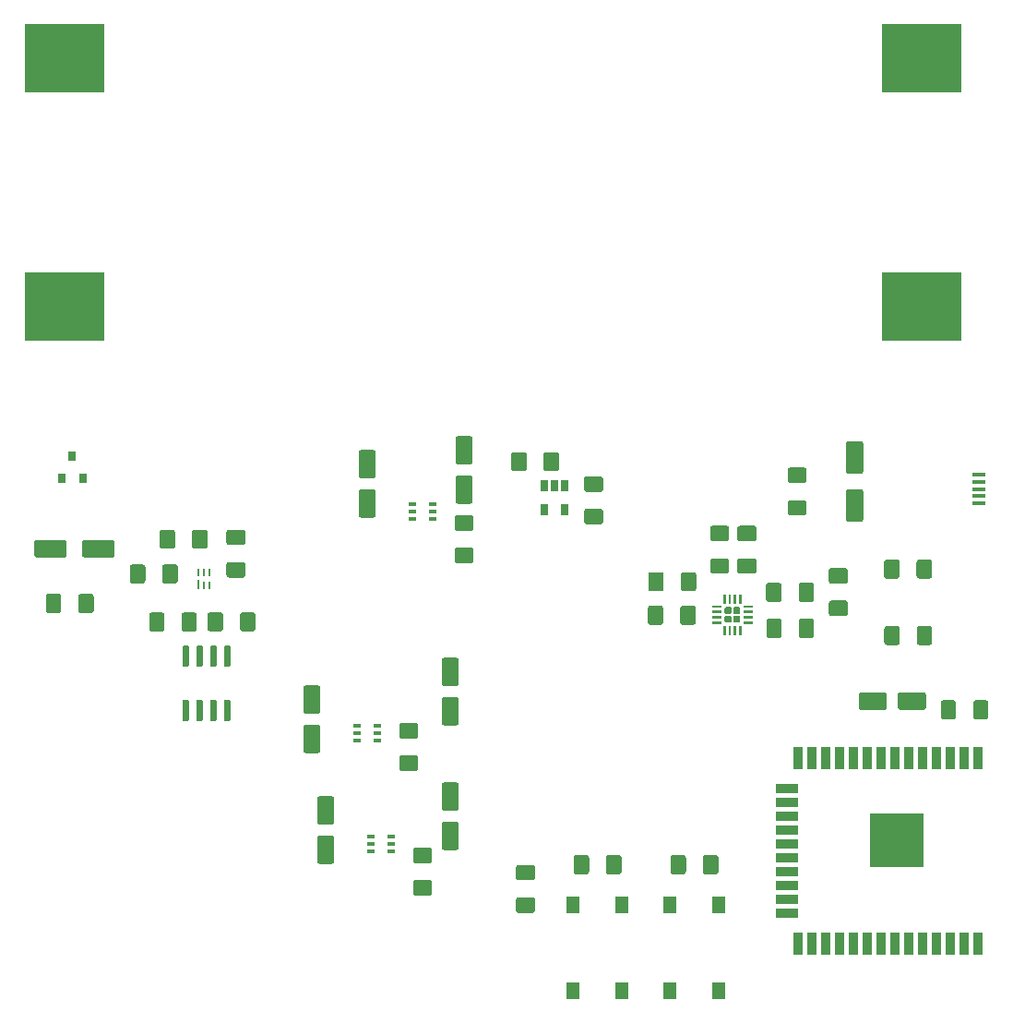
<source format=gbr>
G04 #@! TF.GenerationSoftware,KiCad,Pcbnew,(5.1.5)-3*
G04 #@! TF.CreationDate,2020-03-13T11:52:07+01:00*
G04 #@! TF.ProjectId,MainPCB,4d61696e-5043-4422-9e6b-696361645f70,rev?*
G04 #@! TF.SameCoordinates,Original*
G04 #@! TF.FileFunction,Paste,Top*
G04 #@! TF.FilePolarity,Positive*
%FSLAX46Y46*%
G04 Gerber Fmt 4.6, Leading zero omitted, Abs format (unit mm)*
G04 Created by KiCad (PCBNEW (5.1.5)-3) date 2020-03-13 11:52:07*
%MOMM*%
%LPD*%
G04 APERTURE LIST*
%ADD10R,0.900000X2.000000*%
%ADD11R,2.000000X0.900000*%
%ADD12R,5.000000X5.000000*%
%ADD13C,0.100000*%
%ADD14R,7.340000X6.350000*%
%ADD15R,1.300000X0.450000*%
%ADD16R,0.650000X0.400000*%
%ADD17R,0.650000X1.060000*%
%ADD18R,0.280000X0.750000*%
%ADD19R,0.280000X0.850000*%
%ADD20R,0.800000X0.900000*%
%ADD21R,1.300000X1.550000*%
G04 APERTURE END LIST*
D10*
X142430500Y-128515000D03*
X141160500Y-128515000D03*
X139890500Y-128515000D03*
X138620500Y-128515000D03*
X137350500Y-128515000D03*
X136080500Y-128515000D03*
X134810500Y-128515000D03*
X133540500Y-128515000D03*
X132270500Y-128515000D03*
X131000500Y-128515000D03*
X129730500Y-128515000D03*
X128460500Y-128515000D03*
X127190500Y-128515000D03*
X125920500Y-128515000D03*
D11*
X124920500Y-125730000D03*
X124920500Y-124460000D03*
X124920500Y-123190000D03*
X124920500Y-121920000D03*
X124920500Y-120650000D03*
X124920500Y-119380000D03*
X124920500Y-118110000D03*
X124920500Y-116840000D03*
X124920500Y-115570000D03*
X124920500Y-114300000D03*
D10*
X125920500Y-111515000D03*
X127190500Y-111515000D03*
X128460500Y-111515000D03*
X129730500Y-111515000D03*
X131000500Y-111515000D03*
X132270500Y-111515000D03*
X133540500Y-111515000D03*
X134810500Y-111515000D03*
X136080500Y-111515000D03*
X137350500Y-111515000D03*
X138620500Y-111515000D03*
X139890500Y-111515000D03*
X141160500Y-111515000D03*
X142430500Y-111515000D03*
D12*
X134930500Y-119015000D03*
D13*
G36*
X118370004Y-120411204D02*
G01*
X118394273Y-120414804D01*
X118418071Y-120420765D01*
X118441171Y-120429030D01*
X118463349Y-120439520D01*
X118484393Y-120452133D01*
X118504098Y-120466747D01*
X118522277Y-120483223D01*
X118538753Y-120501402D01*
X118553367Y-120521107D01*
X118565980Y-120542151D01*
X118576470Y-120564329D01*
X118584735Y-120587429D01*
X118590696Y-120611227D01*
X118594296Y-120635496D01*
X118595500Y-120660000D01*
X118595500Y-121910000D01*
X118594296Y-121934504D01*
X118590696Y-121958773D01*
X118584735Y-121982571D01*
X118576470Y-122005671D01*
X118565980Y-122027849D01*
X118553367Y-122048893D01*
X118538753Y-122068598D01*
X118522277Y-122086777D01*
X118504098Y-122103253D01*
X118484393Y-122117867D01*
X118463349Y-122130480D01*
X118441171Y-122140970D01*
X118418071Y-122149235D01*
X118394273Y-122155196D01*
X118370004Y-122158796D01*
X118345500Y-122160000D01*
X117420500Y-122160000D01*
X117395996Y-122158796D01*
X117371727Y-122155196D01*
X117347929Y-122149235D01*
X117324829Y-122140970D01*
X117302651Y-122130480D01*
X117281607Y-122117867D01*
X117261902Y-122103253D01*
X117243723Y-122086777D01*
X117227247Y-122068598D01*
X117212633Y-122048893D01*
X117200020Y-122027849D01*
X117189530Y-122005671D01*
X117181265Y-121982571D01*
X117175304Y-121958773D01*
X117171704Y-121934504D01*
X117170500Y-121910000D01*
X117170500Y-120660000D01*
X117171704Y-120635496D01*
X117175304Y-120611227D01*
X117181265Y-120587429D01*
X117189530Y-120564329D01*
X117200020Y-120542151D01*
X117212633Y-120521107D01*
X117227247Y-120501402D01*
X117243723Y-120483223D01*
X117261902Y-120466747D01*
X117281607Y-120452133D01*
X117302651Y-120439520D01*
X117324829Y-120429030D01*
X117347929Y-120420765D01*
X117371727Y-120414804D01*
X117395996Y-120411204D01*
X117420500Y-120410000D01*
X118345500Y-120410000D01*
X118370004Y-120411204D01*
G37*
G36*
X115395004Y-120411204D02*
G01*
X115419273Y-120414804D01*
X115443071Y-120420765D01*
X115466171Y-120429030D01*
X115488349Y-120439520D01*
X115509393Y-120452133D01*
X115529098Y-120466747D01*
X115547277Y-120483223D01*
X115563753Y-120501402D01*
X115578367Y-120521107D01*
X115590980Y-120542151D01*
X115601470Y-120564329D01*
X115609735Y-120587429D01*
X115615696Y-120611227D01*
X115619296Y-120635496D01*
X115620500Y-120660000D01*
X115620500Y-121910000D01*
X115619296Y-121934504D01*
X115615696Y-121958773D01*
X115609735Y-121982571D01*
X115601470Y-122005671D01*
X115590980Y-122027849D01*
X115578367Y-122048893D01*
X115563753Y-122068598D01*
X115547277Y-122086777D01*
X115529098Y-122103253D01*
X115509393Y-122117867D01*
X115488349Y-122130480D01*
X115466171Y-122140970D01*
X115443071Y-122149235D01*
X115419273Y-122155196D01*
X115395004Y-122158796D01*
X115370500Y-122160000D01*
X114445500Y-122160000D01*
X114420996Y-122158796D01*
X114396727Y-122155196D01*
X114372929Y-122149235D01*
X114349829Y-122140970D01*
X114327651Y-122130480D01*
X114306607Y-122117867D01*
X114286902Y-122103253D01*
X114268723Y-122086777D01*
X114252247Y-122068598D01*
X114237633Y-122048893D01*
X114225020Y-122027849D01*
X114214530Y-122005671D01*
X114206265Y-121982571D01*
X114200304Y-121958773D01*
X114196704Y-121934504D01*
X114195500Y-121910000D01*
X114195500Y-120660000D01*
X114196704Y-120635496D01*
X114200304Y-120611227D01*
X114206265Y-120587429D01*
X114214530Y-120564329D01*
X114225020Y-120542151D01*
X114237633Y-120521107D01*
X114252247Y-120501402D01*
X114268723Y-120483223D01*
X114286902Y-120466747D01*
X114306607Y-120452133D01*
X114327651Y-120439520D01*
X114349829Y-120429030D01*
X114372929Y-120420765D01*
X114396727Y-120414804D01*
X114420996Y-120411204D01*
X114445500Y-120410000D01*
X115370500Y-120410000D01*
X115395004Y-120411204D01*
G37*
D14*
X137211000Y-70081500D03*
X58551000Y-70081500D03*
D15*
X142527100Y-88129900D03*
X142527100Y-87479900D03*
X142527100Y-86829900D03*
X142527100Y-86179900D03*
X142527100Y-85529900D03*
D13*
G36*
X119206626Y-96499501D02*
G01*
X119212693Y-96500401D01*
X119218643Y-96501891D01*
X119224418Y-96503958D01*
X119229962Y-96506580D01*
X119235223Y-96509733D01*
X119240150Y-96513387D01*
X119244694Y-96517506D01*
X119248813Y-96522050D01*
X119252467Y-96526977D01*
X119255620Y-96532238D01*
X119258242Y-96537782D01*
X119260309Y-96543557D01*
X119261799Y-96549507D01*
X119262699Y-96555574D01*
X119263000Y-96561700D01*
X119263000Y-97311700D01*
X119262699Y-97317826D01*
X119261799Y-97323893D01*
X119260309Y-97329843D01*
X119258242Y-97335618D01*
X119255620Y-97341162D01*
X119252467Y-97346423D01*
X119248813Y-97351350D01*
X119244694Y-97355894D01*
X119240150Y-97360013D01*
X119235223Y-97363667D01*
X119229962Y-97366820D01*
X119224418Y-97369442D01*
X119218643Y-97371509D01*
X119212693Y-97372999D01*
X119206626Y-97373899D01*
X119200500Y-97374200D01*
X119075500Y-97374200D01*
X119069374Y-97373899D01*
X119063307Y-97372999D01*
X119057357Y-97371509D01*
X119051582Y-97369442D01*
X119046038Y-97366820D01*
X119040777Y-97363667D01*
X119035850Y-97360013D01*
X119031306Y-97355894D01*
X119027187Y-97351350D01*
X119023533Y-97346423D01*
X119020380Y-97341162D01*
X119017758Y-97335618D01*
X119015691Y-97329843D01*
X119014201Y-97323893D01*
X119013301Y-97317826D01*
X119013000Y-97311700D01*
X119013000Y-96561700D01*
X119013301Y-96555574D01*
X119014201Y-96549507D01*
X119015691Y-96543557D01*
X119017758Y-96537782D01*
X119020380Y-96532238D01*
X119023533Y-96526977D01*
X119027187Y-96522050D01*
X119031306Y-96517506D01*
X119035850Y-96513387D01*
X119040777Y-96509733D01*
X119046038Y-96506580D01*
X119051582Y-96503958D01*
X119057357Y-96501891D01*
X119063307Y-96500401D01*
X119069374Y-96499501D01*
X119075500Y-96499200D01*
X119200500Y-96499200D01*
X119206626Y-96499501D01*
G37*
G36*
X119706626Y-96499501D02*
G01*
X119712693Y-96500401D01*
X119718643Y-96501891D01*
X119724418Y-96503958D01*
X119729962Y-96506580D01*
X119735223Y-96509733D01*
X119740150Y-96513387D01*
X119744694Y-96517506D01*
X119748813Y-96522050D01*
X119752467Y-96526977D01*
X119755620Y-96532238D01*
X119758242Y-96537782D01*
X119760309Y-96543557D01*
X119761799Y-96549507D01*
X119762699Y-96555574D01*
X119763000Y-96561700D01*
X119763000Y-97311700D01*
X119762699Y-97317826D01*
X119761799Y-97323893D01*
X119760309Y-97329843D01*
X119758242Y-97335618D01*
X119755620Y-97341162D01*
X119752467Y-97346423D01*
X119748813Y-97351350D01*
X119744694Y-97355894D01*
X119740150Y-97360013D01*
X119735223Y-97363667D01*
X119729962Y-97366820D01*
X119724418Y-97369442D01*
X119718643Y-97371509D01*
X119712693Y-97372999D01*
X119706626Y-97373899D01*
X119700500Y-97374200D01*
X119575500Y-97374200D01*
X119569374Y-97373899D01*
X119563307Y-97372999D01*
X119557357Y-97371509D01*
X119551582Y-97369442D01*
X119546038Y-97366820D01*
X119540777Y-97363667D01*
X119535850Y-97360013D01*
X119531306Y-97355894D01*
X119527187Y-97351350D01*
X119523533Y-97346423D01*
X119520380Y-97341162D01*
X119517758Y-97335618D01*
X119515691Y-97329843D01*
X119514201Y-97323893D01*
X119513301Y-97317826D01*
X119513000Y-97311700D01*
X119513000Y-96561700D01*
X119513301Y-96555574D01*
X119514201Y-96549507D01*
X119515691Y-96543557D01*
X119517758Y-96537782D01*
X119520380Y-96532238D01*
X119523533Y-96526977D01*
X119527187Y-96522050D01*
X119531306Y-96517506D01*
X119535850Y-96513387D01*
X119540777Y-96509733D01*
X119546038Y-96506580D01*
X119551582Y-96503958D01*
X119557357Y-96501891D01*
X119563307Y-96500401D01*
X119569374Y-96499501D01*
X119575500Y-96499200D01*
X119700500Y-96499200D01*
X119706626Y-96499501D01*
G37*
G36*
X120206626Y-96499501D02*
G01*
X120212693Y-96500401D01*
X120218643Y-96501891D01*
X120224418Y-96503958D01*
X120229962Y-96506580D01*
X120235223Y-96509733D01*
X120240150Y-96513387D01*
X120244694Y-96517506D01*
X120248813Y-96522050D01*
X120252467Y-96526977D01*
X120255620Y-96532238D01*
X120258242Y-96537782D01*
X120260309Y-96543557D01*
X120261799Y-96549507D01*
X120262699Y-96555574D01*
X120263000Y-96561700D01*
X120263000Y-97311700D01*
X120262699Y-97317826D01*
X120261799Y-97323893D01*
X120260309Y-97329843D01*
X120258242Y-97335618D01*
X120255620Y-97341162D01*
X120252467Y-97346423D01*
X120248813Y-97351350D01*
X120244694Y-97355894D01*
X120240150Y-97360013D01*
X120235223Y-97363667D01*
X120229962Y-97366820D01*
X120224418Y-97369442D01*
X120218643Y-97371509D01*
X120212693Y-97372999D01*
X120206626Y-97373899D01*
X120200500Y-97374200D01*
X120075500Y-97374200D01*
X120069374Y-97373899D01*
X120063307Y-97372999D01*
X120057357Y-97371509D01*
X120051582Y-97369442D01*
X120046038Y-97366820D01*
X120040777Y-97363667D01*
X120035850Y-97360013D01*
X120031306Y-97355894D01*
X120027187Y-97351350D01*
X120023533Y-97346423D01*
X120020380Y-97341162D01*
X120017758Y-97335618D01*
X120015691Y-97329843D01*
X120014201Y-97323893D01*
X120013301Y-97317826D01*
X120013000Y-97311700D01*
X120013000Y-96561700D01*
X120013301Y-96555574D01*
X120014201Y-96549507D01*
X120015691Y-96543557D01*
X120017758Y-96537782D01*
X120020380Y-96532238D01*
X120023533Y-96526977D01*
X120027187Y-96522050D01*
X120031306Y-96517506D01*
X120035850Y-96513387D01*
X120040777Y-96509733D01*
X120046038Y-96506580D01*
X120051582Y-96503958D01*
X120057357Y-96501891D01*
X120063307Y-96500401D01*
X120069374Y-96499501D01*
X120075500Y-96499200D01*
X120200500Y-96499200D01*
X120206626Y-96499501D01*
G37*
G36*
X120706626Y-96499501D02*
G01*
X120712693Y-96500401D01*
X120718643Y-96501891D01*
X120724418Y-96503958D01*
X120729962Y-96506580D01*
X120735223Y-96509733D01*
X120740150Y-96513387D01*
X120744694Y-96517506D01*
X120748813Y-96522050D01*
X120752467Y-96526977D01*
X120755620Y-96532238D01*
X120758242Y-96537782D01*
X120760309Y-96543557D01*
X120761799Y-96549507D01*
X120762699Y-96555574D01*
X120763000Y-96561700D01*
X120763000Y-97311700D01*
X120762699Y-97317826D01*
X120761799Y-97323893D01*
X120760309Y-97329843D01*
X120758242Y-97335618D01*
X120755620Y-97341162D01*
X120752467Y-97346423D01*
X120748813Y-97351350D01*
X120744694Y-97355894D01*
X120740150Y-97360013D01*
X120735223Y-97363667D01*
X120729962Y-97366820D01*
X120724418Y-97369442D01*
X120718643Y-97371509D01*
X120712693Y-97372999D01*
X120706626Y-97373899D01*
X120700500Y-97374200D01*
X120575500Y-97374200D01*
X120569374Y-97373899D01*
X120563307Y-97372999D01*
X120557357Y-97371509D01*
X120551582Y-97369442D01*
X120546038Y-97366820D01*
X120540777Y-97363667D01*
X120535850Y-97360013D01*
X120531306Y-97355894D01*
X120527187Y-97351350D01*
X120523533Y-97346423D01*
X120520380Y-97341162D01*
X120517758Y-97335618D01*
X120515691Y-97329843D01*
X120514201Y-97323893D01*
X120513301Y-97317826D01*
X120513000Y-97311700D01*
X120513000Y-96561700D01*
X120513301Y-96555574D01*
X120514201Y-96549507D01*
X120515691Y-96543557D01*
X120517758Y-96537782D01*
X120520380Y-96532238D01*
X120523533Y-96526977D01*
X120527187Y-96522050D01*
X120531306Y-96517506D01*
X120535850Y-96513387D01*
X120540777Y-96509733D01*
X120546038Y-96506580D01*
X120551582Y-96503958D01*
X120557357Y-96501891D01*
X120563307Y-96500401D01*
X120569374Y-96499501D01*
X120575500Y-96499200D01*
X120700500Y-96499200D01*
X120706626Y-96499501D01*
G37*
G36*
X121706626Y-97499501D02*
G01*
X121712693Y-97500401D01*
X121718643Y-97501891D01*
X121724418Y-97503958D01*
X121729962Y-97506580D01*
X121735223Y-97509733D01*
X121740150Y-97513387D01*
X121744694Y-97517506D01*
X121748813Y-97522050D01*
X121752467Y-97526977D01*
X121755620Y-97532238D01*
X121758242Y-97537782D01*
X121760309Y-97543557D01*
X121761799Y-97549507D01*
X121762699Y-97555574D01*
X121763000Y-97561700D01*
X121763000Y-97686700D01*
X121762699Y-97692826D01*
X121761799Y-97698893D01*
X121760309Y-97704843D01*
X121758242Y-97710618D01*
X121755620Y-97716162D01*
X121752467Y-97721423D01*
X121748813Y-97726350D01*
X121744694Y-97730894D01*
X121740150Y-97735013D01*
X121735223Y-97738667D01*
X121729962Y-97741820D01*
X121724418Y-97744442D01*
X121718643Y-97746509D01*
X121712693Y-97747999D01*
X121706626Y-97748899D01*
X121700500Y-97749200D01*
X120950500Y-97749200D01*
X120944374Y-97748899D01*
X120938307Y-97747999D01*
X120932357Y-97746509D01*
X120926582Y-97744442D01*
X120921038Y-97741820D01*
X120915777Y-97738667D01*
X120910850Y-97735013D01*
X120906306Y-97730894D01*
X120902187Y-97726350D01*
X120898533Y-97721423D01*
X120895380Y-97716162D01*
X120892758Y-97710618D01*
X120890691Y-97704843D01*
X120889201Y-97698893D01*
X120888301Y-97692826D01*
X120888000Y-97686700D01*
X120888000Y-97561700D01*
X120888301Y-97555574D01*
X120889201Y-97549507D01*
X120890691Y-97543557D01*
X120892758Y-97537782D01*
X120895380Y-97532238D01*
X120898533Y-97526977D01*
X120902187Y-97522050D01*
X120906306Y-97517506D01*
X120910850Y-97513387D01*
X120915777Y-97509733D01*
X120921038Y-97506580D01*
X120926582Y-97503958D01*
X120932357Y-97501891D01*
X120938307Y-97500401D01*
X120944374Y-97499501D01*
X120950500Y-97499200D01*
X121700500Y-97499200D01*
X121706626Y-97499501D01*
G37*
G36*
X121706626Y-97999501D02*
G01*
X121712693Y-98000401D01*
X121718643Y-98001891D01*
X121724418Y-98003958D01*
X121729962Y-98006580D01*
X121735223Y-98009733D01*
X121740150Y-98013387D01*
X121744694Y-98017506D01*
X121748813Y-98022050D01*
X121752467Y-98026977D01*
X121755620Y-98032238D01*
X121758242Y-98037782D01*
X121760309Y-98043557D01*
X121761799Y-98049507D01*
X121762699Y-98055574D01*
X121763000Y-98061700D01*
X121763000Y-98186700D01*
X121762699Y-98192826D01*
X121761799Y-98198893D01*
X121760309Y-98204843D01*
X121758242Y-98210618D01*
X121755620Y-98216162D01*
X121752467Y-98221423D01*
X121748813Y-98226350D01*
X121744694Y-98230894D01*
X121740150Y-98235013D01*
X121735223Y-98238667D01*
X121729962Y-98241820D01*
X121724418Y-98244442D01*
X121718643Y-98246509D01*
X121712693Y-98247999D01*
X121706626Y-98248899D01*
X121700500Y-98249200D01*
X120950500Y-98249200D01*
X120944374Y-98248899D01*
X120938307Y-98247999D01*
X120932357Y-98246509D01*
X120926582Y-98244442D01*
X120921038Y-98241820D01*
X120915777Y-98238667D01*
X120910850Y-98235013D01*
X120906306Y-98230894D01*
X120902187Y-98226350D01*
X120898533Y-98221423D01*
X120895380Y-98216162D01*
X120892758Y-98210618D01*
X120890691Y-98204843D01*
X120889201Y-98198893D01*
X120888301Y-98192826D01*
X120888000Y-98186700D01*
X120888000Y-98061700D01*
X120888301Y-98055574D01*
X120889201Y-98049507D01*
X120890691Y-98043557D01*
X120892758Y-98037782D01*
X120895380Y-98032238D01*
X120898533Y-98026977D01*
X120902187Y-98022050D01*
X120906306Y-98017506D01*
X120910850Y-98013387D01*
X120915777Y-98009733D01*
X120921038Y-98006580D01*
X120926582Y-98003958D01*
X120932357Y-98001891D01*
X120938307Y-98000401D01*
X120944374Y-97999501D01*
X120950500Y-97999200D01*
X121700500Y-97999200D01*
X121706626Y-97999501D01*
G37*
G36*
X121706626Y-98499501D02*
G01*
X121712693Y-98500401D01*
X121718643Y-98501891D01*
X121724418Y-98503958D01*
X121729962Y-98506580D01*
X121735223Y-98509733D01*
X121740150Y-98513387D01*
X121744694Y-98517506D01*
X121748813Y-98522050D01*
X121752467Y-98526977D01*
X121755620Y-98532238D01*
X121758242Y-98537782D01*
X121760309Y-98543557D01*
X121761799Y-98549507D01*
X121762699Y-98555574D01*
X121763000Y-98561700D01*
X121763000Y-98686700D01*
X121762699Y-98692826D01*
X121761799Y-98698893D01*
X121760309Y-98704843D01*
X121758242Y-98710618D01*
X121755620Y-98716162D01*
X121752467Y-98721423D01*
X121748813Y-98726350D01*
X121744694Y-98730894D01*
X121740150Y-98735013D01*
X121735223Y-98738667D01*
X121729962Y-98741820D01*
X121724418Y-98744442D01*
X121718643Y-98746509D01*
X121712693Y-98747999D01*
X121706626Y-98748899D01*
X121700500Y-98749200D01*
X120950500Y-98749200D01*
X120944374Y-98748899D01*
X120938307Y-98747999D01*
X120932357Y-98746509D01*
X120926582Y-98744442D01*
X120921038Y-98741820D01*
X120915777Y-98738667D01*
X120910850Y-98735013D01*
X120906306Y-98730894D01*
X120902187Y-98726350D01*
X120898533Y-98721423D01*
X120895380Y-98716162D01*
X120892758Y-98710618D01*
X120890691Y-98704843D01*
X120889201Y-98698893D01*
X120888301Y-98692826D01*
X120888000Y-98686700D01*
X120888000Y-98561700D01*
X120888301Y-98555574D01*
X120889201Y-98549507D01*
X120890691Y-98543557D01*
X120892758Y-98537782D01*
X120895380Y-98532238D01*
X120898533Y-98526977D01*
X120902187Y-98522050D01*
X120906306Y-98517506D01*
X120910850Y-98513387D01*
X120915777Y-98509733D01*
X120921038Y-98506580D01*
X120926582Y-98503958D01*
X120932357Y-98501891D01*
X120938307Y-98500401D01*
X120944374Y-98499501D01*
X120950500Y-98499200D01*
X121700500Y-98499200D01*
X121706626Y-98499501D01*
G37*
G36*
X121706626Y-98999501D02*
G01*
X121712693Y-99000401D01*
X121718643Y-99001891D01*
X121724418Y-99003958D01*
X121729962Y-99006580D01*
X121735223Y-99009733D01*
X121740150Y-99013387D01*
X121744694Y-99017506D01*
X121748813Y-99022050D01*
X121752467Y-99026977D01*
X121755620Y-99032238D01*
X121758242Y-99037782D01*
X121760309Y-99043557D01*
X121761799Y-99049507D01*
X121762699Y-99055574D01*
X121763000Y-99061700D01*
X121763000Y-99186700D01*
X121762699Y-99192826D01*
X121761799Y-99198893D01*
X121760309Y-99204843D01*
X121758242Y-99210618D01*
X121755620Y-99216162D01*
X121752467Y-99221423D01*
X121748813Y-99226350D01*
X121744694Y-99230894D01*
X121740150Y-99235013D01*
X121735223Y-99238667D01*
X121729962Y-99241820D01*
X121724418Y-99244442D01*
X121718643Y-99246509D01*
X121712693Y-99247999D01*
X121706626Y-99248899D01*
X121700500Y-99249200D01*
X120950500Y-99249200D01*
X120944374Y-99248899D01*
X120938307Y-99247999D01*
X120932357Y-99246509D01*
X120926582Y-99244442D01*
X120921038Y-99241820D01*
X120915777Y-99238667D01*
X120910850Y-99235013D01*
X120906306Y-99230894D01*
X120902187Y-99226350D01*
X120898533Y-99221423D01*
X120895380Y-99216162D01*
X120892758Y-99210618D01*
X120890691Y-99204843D01*
X120889201Y-99198893D01*
X120888301Y-99192826D01*
X120888000Y-99186700D01*
X120888000Y-99061700D01*
X120888301Y-99055574D01*
X120889201Y-99049507D01*
X120890691Y-99043557D01*
X120892758Y-99037782D01*
X120895380Y-99032238D01*
X120898533Y-99026977D01*
X120902187Y-99022050D01*
X120906306Y-99017506D01*
X120910850Y-99013387D01*
X120915777Y-99009733D01*
X120921038Y-99006580D01*
X120926582Y-99003958D01*
X120932357Y-99001891D01*
X120938307Y-99000401D01*
X120944374Y-98999501D01*
X120950500Y-98999200D01*
X121700500Y-98999200D01*
X121706626Y-98999501D01*
G37*
G36*
X120706626Y-99374501D02*
G01*
X120712693Y-99375401D01*
X120718643Y-99376891D01*
X120724418Y-99378958D01*
X120729962Y-99381580D01*
X120735223Y-99384733D01*
X120740150Y-99388387D01*
X120744694Y-99392506D01*
X120748813Y-99397050D01*
X120752467Y-99401977D01*
X120755620Y-99407238D01*
X120758242Y-99412782D01*
X120760309Y-99418557D01*
X120761799Y-99424507D01*
X120762699Y-99430574D01*
X120763000Y-99436700D01*
X120763000Y-100186700D01*
X120762699Y-100192826D01*
X120761799Y-100198893D01*
X120760309Y-100204843D01*
X120758242Y-100210618D01*
X120755620Y-100216162D01*
X120752467Y-100221423D01*
X120748813Y-100226350D01*
X120744694Y-100230894D01*
X120740150Y-100235013D01*
X120735223Y-100238667D01*
X120729962Y-100241820D01*
X120724418Y-100244442D01*
X120718643Y-100246509D01*
X120712693Y-100247999D01*
X120706626Y-100248899D01*
X120700500Y-100249200D01*
X120575500Y-100249200D01*
X120569374Y-100248899D01*
X120563307Y-100247999D01*
X120557357Y-100246509D01*
X120551582Y-100244442D01*
X120546038Y-100241820D01*
X120540777Y-100238667D01*
X120535850Y-100235013D01*
X120531306Y-100230894D01*
X120527187Y-100226350D01*
X120523533Y-100221423D01*
X120520380Y-100216162D01*
X120517758Y-100210618D01*
X120515691Y-100204843D01*
X120514201Y-100198893D01*
X120513301Y-100192826D01*
X120513000Y-100186700D01*
X120513000Y-99436700D01*
X120513301Y-99430574D01*
X120514201Y-99424507D01*
X120515691Y-99418557D01*
X120517758Y-99412782D01*
X120520380Y-99407238D01*
X120523533Y-99401977D01*
X120527187Y-99397050D01*
X120531306Y-99392506D01*
X120535850Y-99388387D01*
X120540777Y-99384733D01*
X120546038Y-99381580D01*
X120551582Y-99378958D01*
X120557357Y-99376891D01*
X120563307Y-99375401D01*
X120569374Y-99374501D01*
X120575500Y-99374200D01*
X120700500Y-99374200D01*
X120706626Y-99374501D01*
G37*
G36*
X120206626Y-99374501D02*
G01*
X120212693Y-99375401D01*
X120218643Y-99376891D01*
X120224418Y-99378958D01*
X120229962Y-99381580D01*
X120235223Y-99384733D01*
X120240150Y-99388387D01*
X120244694Y-99392506D01*
X120248813Y-99397050D01*
X120252467Y-99401977D01*
X120255620Y-99407238D01*
X120258242Y-99412782D01*
X120260309Y-99418557D01*
X120261799Y-99424507D01*
X120262699Y-99430574D01*
X120263000Y-99436700D01*
X120263000Y-100186700D01*
X120262699Y-100192826D01*
X120261799Y-100198893D01*
X120260309Y-100204843D01*
X120258242Y-100210618D01*
X120255620Y-100216162D01*
X120252467Y-100221423D01*
X120248813Y-100226350D01*
X120244694Y-100230894D01*
X120240150Y-100235013D01*
X120235223Y-100238667D01*
X120229962Y-100241820D01*
X120224418Y-100244442D01*
X120218643Y-100246509D01*
X120212693Y-100247999D01*
X120206626Y-100248899D01*
X120200500Y-100249200D01*
X120075500Y-100249200D01*
X120069374Y-100248899D01*
X120063307Y-100247999D01*
X120057357Y-100246509D01*
X120051582Y-100244442D01*
X120046038Y-100241820D01*
X120040777Y-100238667D01*
X120035850Y-100235013D01*
X120031306Y-100230894D01*
X120027187Y-100226350D01*
X120023533Y-100221423D01*
X120020380Y-100216162D01*
X120017758Y-100210618D01*
X120015691Y-100204843D01*
X120014201Y-100198893D01*
X120013301Y-100192826D01*
X120013000Y-100186700D01*
X120013000Y-99436700D01*
X120013301Y-99430574D01*
X120014201Y-99424507D01*
X120015691Y-99418557D01*
X120017758Y-99412782D01*
X120020380Y-99407238D01*
X120023533Y-99401977D01*
X120027187Y-99397050D01*
X120031306Y-99392506D01*
X120035850Y-99388387D01*
X120040777Y-99384733D01*
X120046038Y-99381580D01*
X120051582Y-99378958D01*
X120057357Y-99376891D01*
X120063307Y-99375401D01*
X120069374Y-99374501D01*
X120075500Y-99374200D01*
X120200500Y-99374200D01*
X120206626Y-99374501D01*
G37*
G36*
X119706626Y-99374501D02*
G01*
X119712693Y-99375401D01*
X119718643Y-99376891D01*
X119724418Y-99378958D01*
X119729962Y-99381580D01*
X119735223Y-99384733D01*
X119740150Y-99388387D01*
X119744694Y-99392506D01*
X119748813Y-99397050D01*
X119752467Y-99401977D01*
X119755620Y-99407238D01*
X119758242Y-99412782D01*
X119760309Y-99418557D01*
X119761799Y-99424507D01*
X119762699Y-99430574D01*
X119763000Y-99436700D01*
X119763000Y-100186700D01*
X119762699Y-100192826D01*
X119761799Y-100198893D01*
X119760309Y-100204843D01*
X119758242Y-100210618D01*
X119755620Y-100216162D01*
X119752467Y-100221423D01*
X119748813Y-100226350D01*
X119744694Y-100230894D01*
X119740150Y-100235013D01*
X119735223Y-100238667D01*
X119729962Y-100241820D01*
X119724418Y-100244442D01*
X119718643Y-100246509D01*
X119712693Y-100247999D01*
X119706626Y-100248899D01*
X119700500Y-100249200D01*
X119575500Y-100249200D01*
X119569374Y-100248899D01*
X119563307Y-100247999D01*
X119557357Y-100246509D01*
X119551582Y-100244442D01*
X119546038Y-100241820D01*
X119540777Y-100238667D01*
X119535850Y-100235013D01*
X119531306Y-100230894D01*
X119527187Y-100226350D01*
X119523533Y-100221423D01*
X119520380Y-100216162D01*
X119517758Y-100210618D01*
X119515691Y-100204843D01*
X119514201Y-100198893D01*
X119513301Y-100192826D01*
X119513000Y-100186700D01*
X119513000Y-99436700D01*
X119513301Y-99430574D01*
X119514201Y-99424507D01*
X119515691Y-99418557D01*
X119517758Y-99412782D01*
X119520380Y-99407238D01*
X119523533Y-99401977D01*
X119527187Y-99397050D01*
X119531306Y-99392506D01*
X119535850Y-99388387D01*
X119540777Y-99384733D01*
X119546038Y-99381580D01*
X119551582Y-99378958D01*
X119557357Y-99376891D01*
X119563307Y-99375401D01*
X119569374Y-99374501D01*
X119575500Y-99374200D01*
X119700500Y-99374200D01*
X119706626Y-99374501D01*
G37*
G36*
X119206626Y-99374501D02*
G01*
X119212693Y-99375401D01*
X119218643Y-99376891D01*
X119224418Y-99378958D01*
X119229962Y-99381580D01*
X119235223Y-99384733D01*
X119240150Y-99388387D01*
X119244694Y-99392506D01*
X119248813Y-99397050D01*
X119252467Y-99401977D01*
X119255620Y-99407238D01*
X119258242Y-99412782D01*
X119260309Y-99418557D01*
X119261799Y-99424507D01*
X119262699Y-99430574D01*
X119263000Y-99436700D01*
X119263000Y-100186700D01*
X119262699Y-100192826D01*
X119261799Y-100198893D01*
X119260309Y-100204843D01*
X119258242Y-100210618D01*
X119255620Y-100216162D01*
X119252467Y-100221423D01*
X119248813Y-100226350D01*
X119244694Y-100230894D01*
X119240150Y-100235013D01*
X119235223Y-100238667D01*
X119229962Y-100241820D01*
X119224418Y-100244442D01*
X119218643Y-100246509D01*
X119212693Y-100247999D01*
X119206626Y-100248899D01*
X119200500Y-100249200D01*
X119075500Y-100249200D01*
X119069374Y-100248899D01*
X119063307Y-100247999D01*
X119057357Y-100246509D01*
X119051582Y-100244442D01*
X119046038Y-100241820D01*
X119040777Y-100238667D01*
X119035850Y-100235013D01*
X119031306Y-100230894D01*
X119027187Y-100226350D01*
X119023533Y-100221423D01*
X119020380Y-100216162D01*
X119017758Y-100210618D01*
X119015691Y-100204843D01*
X119014201Y-100198893D01*
X119013301Y-100192826D01*
X119013000Y-100186700D01*
X119013000Y-99436700D01*
X119013301Y-99430574D01*
X119014201Y-99424507D01*
X119015691Y-99418557D01*
X119017758Y-99412782D01*
X119020380Y-99407238D01*
X119023533Y-99401977D01*
X119027187Y-99397050D01*
X119031306Y-99392506D01*
X119035850Y-99388387D01*
X119040777Y-99384733D01*
X119046038Y-99381580D01*
X119051582Y-99378958D01*
X119057357Y-99376891D01*
X119063307Y-99375401D01*
X119069374Y-99374501D01*
X119075500Y-99374200D01*
X119200500Y-99374200D01*
X119206626Y-99374501D01*
G37*
G36*
X118831626Y-98999501D02*
G01*
X118837693Y-99000401D01*
X118843643Y-99001891D01*
X118849418Y-99003958D01*
X118854962Y-99006580D01*
X118860223Y-99009733D01*
X118865150Y-99013387D01*
X118869694Y-99017506D01*
X118873813Y-99022050D01*
X118877467Y-99026977D01*
X118880620Y-99032238D01*
X118883242Y-99037782D01*
X118885309Y-99043557D01*
X118886799Y-99049507D01*
X118887699Y-99055574D01*
X118888000Y-99061700D01*
X118888000Y-99186700D01*
X118887699Y-99192826D01*
X118886799Y-99198893D01*
X118885309Y-99204843D01*
X118883242Y-99210618D01*
X118880620Y-99216162D01*
X118877467Y-99221423D01*
X118873813Y-99226350D01*
X118869694Y-99230894D01*
X118865150Y-99235013D01*
X118860223Y-99238667D01*
X118854962Y-99241820D01*
X118849418Y-99244442D01*
X118843643Y-99246509D01*
X118837693Y-99247999D01*
X118831626Y-99248899D01*
X118825500Y-99249200D01*
X118075500Y-99249200D01*
X118069374Y-99248899D01*
X118063307Y-99247999D01*
X118057357Y-99246509D01*
X118051582Y-99244442D01*
X118046038Y-99241820D01*
X118040777Y-99238667D01*
X118035850Y-99235013D01*
X118031306Y-99230894D01*
X118027187Y-99226350D01*
X118023533Y-99221423D01*
X118020380Y-99216162D01*
X118017758Y-99210618D01*
X118015691Y-99204843D01*
X118014201Y-99198893D01*
X118013301Y-99192826D01*
X118013000Y-99186700D01*
X118013000Y-99061700D01*
X118013301Y-99055574D01*
X118014201Y-99049507D01*
X118015691Y-99043557D01*
X118017758Y-99037782D01*
X118020380Y-99032238D01*
X118023533Y-99026977D01*
X118027187Y-99022050D01*
X118031306Y-99017506D01*
X118035850Y-99013387D01*
X118040777Y-99009733D01*
X118046038Y-99006580D01*
X118051582Y-99003958D01*
X118057357Y-99001891D01*
X118063307Y-99000401D01*
X118069374Y-98999501D01*
X118075500Y-98999200D01*
X118825500Y-98999200D01*
X118831626Y-98999501D01*
G37*
G36*
X118831626Y-98499501D02*
G01*
X118837693Y-98500401D01*
X118843643Y-98501891D01*
X118849418Y-98503958D01*
X118854962Y-98506580D01*
X118860223Y-98509733D01*
X118865150Y-98513387D01*
X118869694Y-98517506D01*
X118873813Y-98522050D01*
X118877467Y-98526977D01*
X118880620Y-98532238D01*
X118883242Y-98537782D01*
X118885309Y-98543557D01*
X118886799Y-98549507D01*
X118887699Y-98555574D01*
X118888000Y-98561700D01*
X118888000Y-98686700D01*
X118887699Y-98692826D01*
X118886799Y-98698893D01*
X118885309Y-98704843D01*
X118883242Y-98710618D01*
X118880620Y-98716162D01*
X118877467Y-98721423D01*
X118873813Y-98726350D01*
X118869694Y-98730894D01*
X118865150Y-98735013D01*
X118860223Y-98738667D01*
X118854962Y-98741820D01*
X118849418Y-98744442D01*
X118843643Y-98746509D01*
X118837693Y-98747999D01*
X118831626Y-98748899D01*
X118825500Y-98749200D01*
X118075500Y-98749200D01*
X118069374Y-98748899D01*
X118063307Y-98747999D01*
X118057357Y-98746509D01*
X118051582Y-98744442D01*
X118046038Y-98741820D01*
X118040777Y-98738667D01*
X118035850Y-98735013D01*
X118031306Y-98730894D01*
X118027187Y-98726350D01*
X118023533Y-98721423D01*
X118020380Y-98716162D01*
X118017758Y-98710618D01*
X118015691Y-98704843D01*
X118014201Y-98698893D01*
X118013301Y-98692826D01*
X118013000Y-98686700D01*
X118013000Y-98561700D01*
X118013301Y-98555574D01*
X118014201Y-98549507D01*
X118015691Y-98543557D01*
X118017758Y-98537782D01*
X118020380Y-98532238D01*
X118023533Y-98526977D01*
X118027187Y-98522050D01*
X118031306Y-98517506D01*
X118035850Y-98513387D01*
X118040777Y-98509733D01*
X118046038Y-98506580D01*
X118051582Y-98503958D01*
X118057357Y-98501891D01*
X118063307Y-98500401D01*
X118069374Y-98499501D01*
X118075500Y-98499200D01*
X118825500Y-98499200D01*
X118831626Y-98499501D01*
G37*
G36*
X118831626Y-97999501D02*
G01*
X118837693Y-98000401D01*
X118843643Y-98001891D01*
X118849418Y-98003958D01*
X118854962Y-98006580D01*
X118860223Y-98009733D01*
X118865150Y-98013387D01*
X118869694Y-98017506D01*
X118873813Y-98022050D01*
X118877467Y-98026977D01*
X118880620Y-98032238D01*
X118883242Y-98037782D01*
X118885309Y-98043557D01*
X118886799Y-98049507D01*
X118887699Y-98055574D01*
X118888000Y-98061700D01*
X118888000Y-98186700D01*
X118887699Y-98192826D01*
X118886799Y-98198893D01*
X118885309Y-98204843D01*
X118883242Y-98210618D01*
X118880620Y-98216162D01*
X118877467Y-98221423D01*
X118873813Y-98226350D01*
X118869694Y-98230894D01*
X118865150Y-98235013D01*
X118860223Y-98238667D01*
X118854962Y-98241820D01*
X118849418Y-98244442D01*
X118843643Y-98246509D01*
X118837693Y-98247999D01*
X118831626Y-98248899D01*
X118825500Y-98249200D01*
X118075500Y-98249200D01*
X118069374Y-98248899D01*
X118063307Y-98247999D01*
X118057357Y-98246509D01*
X118051582Y-98244442D01*
X118046038Y-98241820D01*
X118040777Y-98238667D01*
X118035850Y-98235013D01*
X118031306Y-98230894D01*
X118027187Y-98226350D01*
X118023533Y-98221423D01*
X118020380Y-98216162D01*
X118017758Y-98210618D01*
X118015691Y-98204843D01*
X118014201Y-98198893D01*
X118013301Y-98192826D01*
X118013000Y-98186700D01*
X118013000Y-98061700D01*
X118013301Y-98055574D01*
X118014201Y-98049507D01*
X118015691Y-98043557D01*
X118017758Y-98037782D01*
X118020380Y-98032238D01*
X118023533Y-98026977D01*
X118027187Y-98022050D01*
X118031306Y-98017506D01*
X118035850Y-98013387D01*
X118040777Y-98009733D01*
X118046038Y-98006580D01*
X118051582Y-98003958D01*
X118057357Y-98001891D01*
X118063307Y-98000401D01*
X118069374Y-97999501D01*
X118075500Y-97999200D01*
X118825500Y-97999200D01*
X118831626Y-97999501D01*
G37*
G36*
X118831626Y-97499501D02*
G01*
X118837693Y-97500401D01*
X118843643Y-97501891D01*
X118849418Y-97503958D01*
X118854962Y-97506580D01*
X118860223Y-97509733D01*
X118865150Y-97513387D01*
X118869694Y-97517506D01*
X118873813Y-97522050D01*
X118877467Y-97526977D01*
X118880620Y-97532238D01*
X118883242Y-97537782D01*
X118885309Y-97543557D01*
X118886799Y-97549507D01*
X118887699Y-97555574D01*
X118888000Y-97561700D01*
X118888000Y-97686700D01*
X118887699Y-97692826D01*
X118886799Y-97698893D01*
X118885309Y-97704843D01*
X118883242Y-97710618D01*
X118880620Y-97716162D01*
X118877467Y-97721423D01*
X118873813Y-97726350D01*
X118869694Y-97730894D01*
X118865150Y-97735013D01*
X118860223Y-97738667D01*
X118854962Y-97741820D01*
X118849418Y-97744442D01*
X118843643Y-97746509D01*
X118837693Y-97747999D01*
X118831626Y-97748899D01*
X118825500Y-97749200D01*
X118075500Y-97749200D01*
X118069374Y-97748899D01*
X118063307Y-97747999D01*
X118057357Y-97746509D01*
X118051582Y-97744442D01*
X118046038Y-97741820D01*
X118040777Y-97738667D01*
X118035850Y-97735013D01*
X118031306Y-97730894D01*
X118027187Y-97726350D01*
X118023533Y-97721423D01*
X118020380Y-97716162D01*
X118017758Y-97710618D01*
X118015691Y-97704843D01*
X118014201Y-97698893D01*
X118013301Y-97692826D01*
X118013000Y-97686700D01*
X118013000Y-97561700D01*
X118013301Y-97555574D01*
X118014201Y-97549507D01*
X118015691Y-97543557D01*
X118017758Y-97537782D01*
X118020380Y-97532238D01*
X118023533Y-97526977D01*
X118027187Y-97522050D01*
X118031306Y-97517506D01*
X118035850Y-97513387D01*
X118040777Y-97509733D01*
X118046038Y-97506580D01*
X118051582Y-97503958D01*
X118057357Y-97501891D01*
X118063307Y-97500401D01*
X118069374Y-97499501D01*
X118075500Y-97499200D01*
X118825500Y-97499200D01*
X118831626Y-97499501D01*
G37*
G36*
X120463683Y-98454970D02*
G01*
X120479214Y-98457274D01*
X120494446Y-98461090D01*
X120509229Y-98466379D01*
X120523423Y-98473093D01*
X120536891Y-98481165D01*
X120549503Y-98490518D01*
X120561137Y-98501063D01*
X120571682Y-98512697D01*
X120581035Y-98525309D01*
X120589107Y-98538777D01*
X120595821Y-98552971D01*
X120601110Y-98567754D01*
X120604926Y-98582986D01*
X120607230Y-98598517D01*
X120608000Y-98614200D01*
X120608000Y-98934200D01*
X120607230Y-98949883D01*
X120604926Y-98965414D01*
X120601110Y-98980646D01*
X120595821Y-98995429D01*
X120589107Y-99009623D01*
X120581035Y-99023091D01*
X120571682Y-99035703D01*
X120561137Y-99047337D01*
X120549503Y-99057882D01*
X120536891Y-99067235D01*
X120523423Y-99075307D01*
X120509229Y-99082021D01*
X120494446Y-99087310D01*
X120479214Y-99091126D01*
X120463683Y-99093430D01*
X120448000Y-99094200D01*
X120128000Y-99094200D01*
X120112317Y-99093430D01*
X120096786Y-99091126D01*
X120081554Y-99087310D01*
X120066771Y-99082021D01*
X120052577Y-99075307D01*
X120039109Y-99067235D01*
X120026497Y-99057882D01*
X120014863Y-99047337D01*
X120004318Y-99035703D01*
X119994965Y-99023091D01*
X119986893Y-99009623D01*
X119980179Y-98995429D01*
X119974890Y-98980646D01*
X119971074Y-98965414D01*
X119968770Y-98949883D01*
X119968000Y-98934200D01*
X119968000Y-98614200D01*
X119968770Y-98598517D01*
X119971074Y-98582986D01*
X119974890Y-98567754D01*
X119980179Y-98552971D01*
X119986893Y-98538777D01*
X119994965Y-98525309D01*
X120004318Y-98512697D01*
X120014863Y-98501063D01*
X120026497Y-98490518D01*
X120039109Y-98481165D01*
X120052577Y-98473093D01*
X120066771Y-98466379D01*
X120081554Y-98461090D01*
X120096786Y-98457274D01*
X120112317Y-98454970D01*
X120128000Y-98454200D01*
X120448000Y-98454200D01*
X120463683Y-98454970D01*
G37*
G36*
X120463683Y-97654970D02*
G01*
X120479214Y-97657274D01*
X120494446Y-97661090D01*
X120509229Y-97666379D01*
X120523423Y-97673093D01*
X120536891Y-97681165D01*
X120549503Y-97690518D01*
X120561137Y-97701063D01*
X120571682Y-97712697D01*
X120581035Y-97725309D01*
X120589107Y-97738777D01*
X120595821Y-97752971D01*
X120601110Y-97767754D01*
X120604926Y-97782986D01*
X120607230Y-97798517D01*
X120608000Y-97814200D01*
X120608000Y-98134200D01*
X120607230Y-98149883D01*
X120604926Y-98165414D01*
X120601110Y-98180646D01*
X120595821Y-98195429D01*
X120589107Y-98209623D01*
X120581035Y-98223091D01*
X120571682Y-98235703D01*
X120561137Y-98247337D01*
X120549503Y-98257882D01*
X120536891Y-98267235D01*
X120523423Y-98275307D01*
X120509229Y-98282021D01*
X120494446Y-98287310D01*
X120479214Y-98291126D01*
X120463683Y-98293430D01*
X120448000Y-98294200D01*
X120128000Y-98294200D01*
X120112317Y-98293430D01*
X120096786Y-98291126D01*
X120081554Y-98287310D01*
X120066771Y-98282021D01*
X120052577Y-98275307D01*
X120039109Y-98267235D01*
X120026497Y-98257882D01*
X120014863Y-98247337D01*
X120004318Y-98235703D01*
X119994965Y-98223091D01*
X119986893Y-98209623D01*
X119980179Y-98195429D01*
X119974890Y-98180646D01*
X119971074Y-98165414D01*
X119968770Y-98149883D01*
X119968000Y-98134200D01*
X119968000Y-97814200D01*
X119968770Y-97798517D01*
X119971074Y-97782986D01*
X119974890Y-97767754D01*
X119980179Y-97752971D01*
X119986893Y-97738777D01*
X119994965Y-97725309D01*
X120004318Y-97712697D01*
X120014863Y-97701063D01*
X120026497Y-97690518D01*
X120039109Y-97681165D01*
X120052577Y-97673093D01*
X120066771Y-97666379D01*
X120081554Y-97661090D01*
X120096786Y-97657274D01*
X120112317Y-97654970D01*
X120128000Y-97654200D01*
X120448000Y-97654200D01*
X120463683Y-97654970D01*
G37*
G36*
X119663683Y-98454970D02*
G01*
X119679214Y-98457274D01*
X119694446Y-98461090D01*
X119709229Y-98466379D01*
X119723423Y-98473093D01*
X119736891Y-98481165D01*
X119749503Y-98490518D01*
X119761137Y-98501063D01*
X119771682Y-98512697D01*
X119781035Y-98525309D01*
X119789107Y-98538777D01*
X119795821Y-98552971D01*
X119801110Y-98567754D01*
X119804926Y-98582986D01*
X119807230Y-98598517D01*
X119808000Y-98614200D01*
X119808000Y-98934200D01*
X119807230Y-98949883D01*
X119804926Y-98965414D01*
X119801110Y-98980646D01*
X119795821Y-98995429D01*
X119789107Y-99009623D01*
X119781035Y-99023091D01*
X119771682Y-99035703D01*
X119761137Y-99047337D01*
X119749503Y-99057882D01*
X119736891Y-99067235D01*
X119723423Y-99075307D01*
X119709229Y-99082021D01*
X119694446Y-99087310D01*
X119679214Y-99091126D01*
X119663683Y-99093430D01*
X119648000Y-99094200D01*
X119328000Y-99094200D01*
X119312317Y-99093430D01*
X119296786Y-99091126D01*
X119281554Y-99087310D01*
X119266771Y-99082021D01*
X119252577Y-99075307D01*
X119239109Y-99067235D01*
X119226497Y-99057882D01*
X119214863Y-99047337D01*
X119204318Y-99035703D01*
X119194965Y-99023091D01*
X119186893Y-99009623D01*
X119180179Y-98995429D01*
X119174890Y-98980646D01*
X119171074Y-98965414D01*
X119168770Y-98949883D01*
X119168000Y-98934200D01*
X119168000Y-98614200D01*
X119168770Y-98598517D01*
X119171074Y-98582986D01*
X119174890Y-98567754D01*
X119180179Y-98552971D01*
X119186893Y-98538777D01*
X119194965Y-98525309D01*
X119204318Y-98512697D01*
X119214863Y-98501063D01*
X119226497Y-98490518D01*
X119239109Y-98481165D01*
X119252577Y-98473093D01*
X119266771Y-98466379D01*
X119281554Y-98461090D01*
X119296786Y-98457274D01*
X119312317Y-98454970D01*
X119328000Y-98454200D01*
X119648000Y-98454200D01*
X119663683Y-98454970D01*
G37*
G36*
X119663683Y-97654970D02*
G01*
X119679214Y-97657274D01*
X119694446Y-97661090D01*
X119709229Y-97666379D01*
X119723423Y-97673093D01*
X119736891Y-97681165D01*
X119749503Y-97690518D01*
X119761137Y-97701063D01*
X119771682Y-97712697D01*
X119781035Y-97725309D01*
X119789107Y-97738777D01*
X119795821Y-97752971D01*
X119801110Y-97767754D01*
X119804926Y-97782986D01*
X119807230Y-97798517D01*
X119808000Y-97814200D01*
X119808000Y-98134200D01*
X119807230Y-98149883D01*
X119804926Y-98165414D01*
X119801110Y-98180646D01*
X119795821Y-98195429D01*
X119789107Y-98209623D01*
X119781035Y-98223091D01*
X119771682Y-98235703D01*
X119761137Y-98247337D01*
X119749503Y-98257882D01*
X119736891Y-98267235D01*
X119723423Y-98275307D01*
X119709229Y-98282021D01*
X119694446Y-98287310D01*
X119679214Y-98291126D01*
X119663683Y-98293430D01*
X119648000Y-98294200D01*
X119328000Y-98294200D01*
X119312317Y-98293430D01*
X119296786Y-98291126D01*
X119281554Y-98287310D01*
X119266771Y-98282021D01*
X119252577Y-98275307D01*
X119239109Y-98267235D01*
X119226497Y-98257882D01*
X119214863Y-98247337D01*
X119204318Y-98235703D01*
X119194965Y-98223091D01*
X119186893Y-98209623D01*
X119180179Y-98195429D01*
X119174890Y-98180646D01*
X119171074Y-98165414D01*
X119168770Y-98149883D01*
X119168000Y-98134200D01*
X119168000Y-97814200D01*
X119168770Y-97798517D01*
X119171074Y-97782986D01*
X119174890Y-97767754D01*
X119180179Y-97752971D01*
X119186893Y-97738777D01*
X119194965Y-97725309D01*
X119204318Y-97712697D01*
X119214863Y-97701063D01*
X119226497Y-97690518D01*
X119239109Y-97681165D01*
X119252577Y-97673093D01*
X119266771Y-97666379D01*
X119281554Y-97661090D01*
X119296786Y-97657274D01*
X119312317Y-97654970D01*
X119328000Y-97654200D01*
X119648000Y-97654200D01*
X119663683Y-97654970D01*
G37*
D16*
X88580000Y-118730000D03*
X88580000Y-120030000D03*
X86680000Y-119380000D03*
X88580000Y-119380000D03*
X86680000Y-120030000D03*
X86680000Y-118730000D03*
X87310000Y-108570000D03*
X87310000Y-109870000D03*
X85410000Y-109220000D03*
X87310000Y-109220000D03*
X85410000Y-109870000D03*
X85410000Y-108570000D03*
D13*
G36*
X92089504Y-122696204D02*
G01*
X92113773Y-122699804D01*
X92137571Y-122705765D01*
X92160671Y-122714030D01*
X92182849Y-122724520D01*
X92203893Y-122737133D01*
X92223598Y-122751747D01*
X92241777Y-122768223D01*
X92258253Y-122786402D01*
X92272867Y-122806107D01*
X92285480Y-122827151D01*
X92295970Y-122849329D01*
X92304235Y-122872429D01*
X92310196Y-122896227D01*
X92313796Y-122920496D01*
X92315000Y-122945000D01*
X92315000Y-123870000D01*
X92313796Y-123894504D01*
X92310196Y-123918773D01*
X92304235Y-123942571D01*
X92295970Y-123965671D01*
X92285480Y-123987849D01*
X92272867Y-124008893D01*
X92258253Y-124028598D01*
X92241777Y-124046777D01*
X92223598Y-124063253D01*
X92203893Y-124077867D01*
X92182849Y-124090480D01*
X92160671Y-124100970D01*
X92137571Y-124109235D01*
X92113773Y-124115196D01*
X92089504Y-124118796D01*
X92065000Y-124120000D01*
X90815000Y-124120000D01*
X90790496Y-124118796D01*
X90766227Y-124115196D01*
X90742429Y-124109235D01*
X90719329Y-124100970D01*
X90697151Y-124090480D01*
X90676107Y-124077867D01*
X90656402Y-124063253D01*
X90638223Y-124046777D01*
X90621747Y-124028598D01*
X90607133Y-124008893D01*
X90594520Y-123987849D01*
X90584030Y-123965671D01*
X90575765Y-123942571D01*
X90569804Y-123918773D01*
X90566204Y-123894504D01*
X90565000Y-123870000D01*
X90565000Y-122945000D01*
X90566204Y-122920496D01*
X90569804Y-122896227D01*
X90575765Y-122872429D01*
X90584030Y-122849329D01*
X90594520Y-122827151D01*
X90607133Y-122806107D01*
X90621747Y-122786402D01*
X90638223Y-122768223D01*
X90656402Y-122751747D01*
X90676107Y-122737133D01*
X90697151Y-122724520D01*
X90719329Y-122714030D01*
X90742429Y-122705765D01*
X90766227Y-122699804D01*
X90790496Y-122696204D01*
X90815000Y-122695000D01*
X92065000Y-122695000D01*
X92089504Y-122696204D01*
G37*
G36*
X92089504Y-119721204D02*
G01*
X92113773Y-119724804D01*
X92137571Y-119730765D01*
X92160671Y-119739030D01*
X92182849Y-119749520D01*
X92203893Y-119762133D01*
X92223598Y-119776747D01*
X92241777Y-119793223D01*
X92258253Y-119811402D01*
X92272867Y-119831107D01*
X92285480Y-119852151D01*
X92295970Y-119874329D01*
X92304235Y-119897429D01*
X92310196Y-119921227D01*
X92313796Y-119945496D01*
X92315000Y-119970000D01*
X92315000Y-120895000D01*
X92313796Y-120919504D01*
X92310196Y-120943773D01*
X92304235Y-120967571D01*
X92295970Y-120990671D01*
X92285480Y-121012849D01*
X92272867Y-121033893D01*
X92258253Y-121053598D01*
X92241777Y-121071777D01*
X92223598Y-121088253D01*
X92203893Y-121102867D01*
X92182849Y-121115480D01*
X92160671Y-121125970D01*
X92137571Y-121134235D01*
X92113773Y-121140196D01*
X92089504Y-121143796D01*
X92065000Y-121145000D01*
X90815000Y-121145000D01*
X90790496Y-121143796D01*
X90766227Y-121140196D01*
X90742429Y-121134235D01*
X90719329Y-121125970D01*
X90697151Y-121115480D01*
X90676107Y-121102867D01*
X90656402Y-121088253D01*
X90638223Y-121071777D01*
X90621747Y-121053598D01*
X90607133Y-121033893D01*
X90594520Y-121012849D01*
X90584030Y-120990671D01*
X90575765Y-120967571D01*
X90569804Y-120943773D01*
X90566204Y-120919504D01*
X90565000Y-120895000D01*
X90565000Y-119970000D01*
X90566204Y-119945496D01*
X90569804Y-119921227D01*
X90575765Y-119897429D01*
X90584030Y-119874329D01*
X90594520Y-119852151D01*
X90607133Y-119831107D01*
X90621747Y-119811402D01*
X90638223Y-119793223D01*
X90656402Y-119776747D01*
X90676107Y-119762133D01*
X90697151Y-119749520D01*
X90719329Y-119739030D01*
X90742429Y-119730765D01*
X90766227Y-119724804D01*
X90790496Y-119721204D01*
X90815000Y-119720000D01*
X92065000Y-119720000D01*
X92089504Y-119721204D01*
G37*
G36*
X90819504Y-111266204D02*
G01*
X90843773Y-111269804D01*
X90867571Y-111275765D01*
X90890671Y-111284030D01*
X90912849Y-111294520D01*
X90933893Y-111307133D01*
X90953598Y-111321747D01*
X90971777Y-111338223D01*
X90988253Y-111356402D01*
X91002867Y-111376107D01*
X91015480Y-111397151D01*
X91025970Y-111419329D01*
X91034235Y-111442429D01*
X91040196Y-111466227D01*
X91043796Y-111490496D01*
X91045000Y-111515000D01*
X91045000Y-112440000D01*
X91043796Y-112464504D01*
X91040196Y-112488773D01*
X91034235Y-112512571D01*
X91025970Y-112535671D01*
X91015480Y-112557849D01*
X91002867Y-112578893D01*
X90988253Y-112598598D01*
X90971777Y-112616777D01*
X90953598Y-112633253D01*
X90933893Y-112647867D01*
X90912849Y-112660480D01*
X90890671Y-112670970D01*
X90867571Y-112679235D01*
X90843773Y-112685196D01*
X90819504Y-112688796D01*
X90795000Y-112690000D01*
X89545000Y-112690000D01*
X89520496Y-112688796D01*
X89496227Y-112685196D01*
X89472429Y-112679235D01*
X89449329Y-112670970D01*
X89427151Y-112660480D01*
X89406107Y-112647867D01*
X89386402Y-112633253D01*
X89368223Y-112616777D01*
X89351747Y-112598598D01*
X89337133Y-112578893D01*
X89324520Y-112557849D01*
X89314030Y-112535671D01*
X89305765Y-112512571D01*
X89299804Y-112488773D01*
X89296204Y-112464504D01*
X89295000Y-112440000D01*
X89295000Y-111515000D01*
X89296204Y-111490496D01*
X89299804Y-111466227D01*
X89305765Y-111442429D01*
X89314030Y-111419329D01*
X89324520Y-111397151D01*
X89337133Y-111376107D01*
X89351747Y-111356402D01*
X89368223Y-111338223D01*
X89386402Y-111321747D01*
X89406107Y-111307133D01*
X89427151Y-111294520D01*
X89449329Y-111284030D01*
X89472429Y-111275765D01*
X89496227Y-111269804D01*
X89520496Y-111266204D01*
X89545000Y-111265000D01*
X90795000Y-111265000D01*
X90819504Y-111266204D01*
G37*
G36*
X90819504Y-108291204D02*
G01*
X90843773Y-108294804D01*
X90867571Y-108300765D01*
X90890671Y-108309030D01*
X90912849Y-108319520D01*
X90933893Y-108332133D01*
X90953598Y-108346747D01*
X90971777Y-108363223D01*
X90988253Y-108381402D01*
X91002867Y-108401107D01*
X91015480Y-108422151D01*
X91025970Y-108444329D01*
X91034235Y-108467429D01*
X91040196Y-108491227D01*
X91043796Y-108515496D01*
X91045000Y-108540000D01*
X91045000Y-109465000D01*
X91043796Y-109489504D01*
X91040196Y-109513773D01*
X91034235Y-109537571D01*
X91025970Y-109560671D01*
X91015480Y-109582849D01*
X91002867Y-109603893D01*
X90988253Y-109623598D01*
X90971777Y-109641777D01*
X90953598Y-109658253D01*
X90933893Y-109672867D01*
X90912849Y-109685480D01*
X90890671Y-109695970D01*
X90867571Y-109704235D01*
X90843773Y-109710196D01*
X90819504Y-109713796D01*
X90795000Y-109715000D01*
X89545000Y-109715000D01*
X89520496Y-109713796D01*
X89496227Y-109710196D01*
X89472429Y-109704235D01*
X89449329Y-109695970D01*
X89427151Y-109685480D01*
X89406107Y-109672867D01*
X89386402Y-109658253D01*
X89368223Y-109641777D01*
X89351747Y-109623598D01*
X89337133Y-109603893D01*
X89324520Y-109582849D01*
X89314030Y-109560671D01*
X89305765Y-109537571D01*
X89299804Y-109513773D01*
X89296204Y-109489504D01*
X89295000Y-109465000D01*
X89295000Y-108540000D01*
X89296204Y-108515496D01*
X89299804Y-108491227D01*
X89305765Y-108467429D01*
X89314030Y-108444329D01*
X89324520Y-108422151D01*
X89337133Y-108401107D01*
X89351747Y-108381402D01*
X89368223Y-108363223D01*
X89386402Y-108346747D01*
X89406107Y-108332133D01*
X89427151Y-108319520D01*
X89449329Y-108309030D01*
X89472429Y-108300765D01*
X89496227Y-108294804D01*
X89520496Y-108291204D01*
X89545000Y-108290000D01*
X90795000Y-108290000D01*
X90819504Y-108291204D01*
G37*
G36*
X94554504Y-113741204D02*
G01*
X94578773Y-113744804D01*
X94602571Y-113750765D01*
X94625671Y-113759030D01*
X94647849Y-113769520D01*
X94668893Y-113782133D01*
X94688598Y-113796747D01*
X94706777Y-113813223D01*
X94723253Y-113831402D01*
X94737867Y-113851107D01*
X94750480Y-113872151D01*
X94760970Y-113894329D01*
X94769235Y-113917429D01*
X94775196Y-113941227D01*
X94778796Y-113965496D01*
X94780000Y-113990000D01*
X94780000Y-116090000D01*
X94778796Y-116114504D01*
X94775196Y-116138773D01*
X94769235Y-116162571D01*
X94760970Y-116185671D01*
X94750480Y-116207849D01*
X94737867Y-116228893D01*
X94723253Y-116248598D01*
X94706777Y-116266777D01*
X94688598Y-116283253D01*
X94668893Y-116297867D01*
X94647849Y-116310480D01*
X94625671Y-116320970D01*
X94602571Y-116329235D01*
X94578773Y-116335196D01*
X94554504Y-116338796D01*
X94530000Y-116340000D01*
X93430000Y-116340000D01*
X93405496Y-116338796D01*
X93381227Y-116335196D01*
X93357429Y-116329235D01*
X93334329Y-116320970D01*
X93312151Y-116310480D01*
X93291107Y-116297867D01*
X93271402Y-116283253D01*
X93253223Y-116266777D01*
X93236747Y-116248598D01*
X93222133Y-116228893D01*
X93209520Y-116207849D01*
X93199030Y-116185671D01*
X93190765Y-116162571D01*
X93184804Y-116138773D01*
X93181204Y-116114504D01*
X93180000Y-116090000D01*
X93180000Y-113990000D01*
X93181204Y-113965496D01*
X93184804Y-113941227D01*
X93190765Y-113917429D01*
X93199030Y-113894329D01*
X93209520Y-113872151D01*
X93222133Y-113851107D01*
X93236747Y-113831402D01*
X93253223Y-113813223D01*
X93271402Y-113796747D01*
X93291107Y-113782133D01*
X93312151Y-113769520D01*
X93334329Y-113759030D01*
X93357429Y-113750765D01*
X93381227Y-113744804D01*
X93405496Y-113741204D01*
X93430000Y-113740000D01*
X94530000Y-113740000D01*
X94554504Y-113741204D01*
G37*
G36*
X94554504Y-117341204D02*
G01*
X94578773Y-117344804D01*
X94602571Y-117350765D01*
X94625671Y-117359030D01*
X94647849Y-117369520D01*
X94668893Y-117382133D01*
X94688598Y-117396747D01*
X94706777Y-117413223D01*
X94723253Y-117431402D01*
X94737867Y-117451107D01*
X94750480Y-117472151D01*
X94760970Y-117494329D01*
X94769235Y-117517429D01*
X94775196Y-117541227D01*
X94778796Y-117565496D01*
X94780000Y-117590000D01*
X94780000Y-119690000D01*
X94778796Y-119714504D01*
X94775196Y-119738773D01*
X94769235Y-119762571D01*
X94760970Y-119785671D01*
X94750480Y-119807849D01*
X94737867Y-119828893D01*
X94723253Y-119848598D01*
X94706777Y-119866777D01*
X94688598Y-119883253D01*
X94668893Y-119897867D01*
X94647849Y-119910480D01*
X94625671Y-119920970D01*
X94602571Y-119929235D01*
X94578773Y-119935196D01*
X94554504Y-119938796D01*
X94530000Y-119940000D01*
X93430000Y-119940000D01*
X93405496Y-119938796D01*
X93381227Y-119935196D01*
X93357429Y-119929235D01*
X93334329Y-119920970D01*
X93312151Y-119910480D01*
X93291107Y-119897867D01*
X93271402Y-119883253D01*
X93253223Y-119866777D01*
X93236747Y-119848598D01*
X93222133Y-119828893D01*
X93209520Y-119807849D01*
X93199030Y-119785671D01*
X93190765Y-119762571D01*
X93184804Y-119738773D01*
X93181204Y-119714504D01*
X93180000Y-119690000D01*
X93180000Y-117590000D01*
X93181204Y-117565496D01*
X93184804Y-117541227D01*
X93190765Y-117517429D01*
X93199030Y-117494329D01*
X93209520Y-117472151D01*
X93222133Y-117451107D01*
X93236747Y-117431402D01*
X93253223Y-117413223D01*
X93271402Y-117396747D01*
X93291107Y-117382133D01*
X93312151Y-117369520D01*
X93334329Y-117359030D01*
X93357429Y-117350765D01*
X93381227Y-117344804D01*
X93405496Y-117341204D01*
X93430000Y-117340000D01*
X94530000Y-117340000D01*
X94554504Y-117341204D01*
G37*
G36*
X94554504Y-102311204D02*
G01*
X94578773Y-102314804D01*
X94602571Y-102320765D01*
X94625671Y-102329030D01*
X94647849Y-102339520D01*
X94668893Y-102352133D01*
X94688598Y-102366747D01*
X94706777Y-102383223D01*
X94723253Y-102401402D01*
X94737867Y-102421107D01*
X94750480Y-102442151D01*
X94760970Y-102464329D01*
X94769235Y-102487429D01*
X94775196Y-102511227D01*
X94778796Y-102535496D01*
X94780000Y-102560000D01*
X94780000Y-104660000D01*
X94778796Y-104684504D01*
X94775196Y-104708773D01*
X94769235Y-104732571D01*
X94760970Y-104755671D01*
X94750480Y-104777849D01*
X94737867Y-104798893D01*
X94723253Y-104818598D01*
X94706777Y-104836777D01*
X94688598Y-104853253D01*
X94668893Y-104867867D01*
X94647849Y-104880480D01*
X94625671Y-104890970D01*
X94602571Y-104899235D01*
X94578773Y-104905196D01*
X94554504Y-104908796D01*
X94530000Y-104910000D01*
X93430000Y-104910000D01*
X93405496Y-104908796D01*
X93381227Y-104905196D01*
X93357429Y-104899235D01*
X93334329Y-104890970D01*
X93312151Y-104880480D01*
X93291107Y-104867867D01*
X93271402Y-104853253D01*
X93253223Y-104836777D01*
X93236747Y-104818598D01*
X93222133Y-104798893D01*
X93209520Y-104777849D01*
X93199030Y-104755671D01*
X93190765Y-104732571D01*
X93184804Y-104708773D01*
X93181204Y-104684504D01*
X93180000Y-104660000D01*
X93180000Y-102560000D01*
X93181204Y-102535496D01*
X93184804Y-102511227D01*
X93190765Y-102487429D01*
X93199030Y-102464329D01*
X93209520Y-102442151D01*
X93222133Y-102421107D01*
X93236747Y-102401402D01*
X93253223Y-102383223D01*
X93271402Y-102366747D01*
X93291107Y-102352133D01*
X93312151Y-102339520D01*
X93334329Y-102329030D01*
X93357429Y-102320765D01*
X93381227Y-102314804D01*
X93405496Y-102311204D01*
X93430000Y-102310000D01*
X94530000Y-102310000D01*
X94554504Y-102311204D01*
G37*
G36*
X94554504Y-105911204D02*
G01*
X94578773Y-105914804D01*
X94602571Y-105920765D01*
X94625671Y-105929030D01*
X94647849Y-105939520D01*
X94668893Y-105952133D01*
X94688598Y-105966747D01*
X94706777Y-105983223D01*
X94723253Y-106001402D01*
X94737867Y-106021107D01*
X94750480Y-106042151D01*
X94760970Y-106064329D01*
X94769235Y-106087429D01*
X94775196Y-106111227D01*
X94778796Y-106135496D01*
X94780000Y-106160000D01*
X94780000Y-108260000D01*
X94778796Y-108284504D01*
X94775196Y-108308773D01*
X94769235Y-108332571D01*
X94760970Y-108355671D01*
X94750480Y-108377849D01*
X94737867Y-108398893D01*
X94723253Y-108418598D01*
X94706777Y-108436777D01*
X94688598Y-108453253D01*
X94668893Y-108467867D01*
X94647849Y-108480480D01*
X94625671Y-108490970D01*
X94602571Y-108499235D01*
X94578773Y-108505196D01*
X94554504Y-108508796D01*
X94530000Y-108510000D01*
X93430000Y-108510000D01*
X93405496Y-108508796D01*
X93381227Y-108505196D01*
X93357429Y-108499235D01*
X93334329Y-108490970D01*
X93312151Y-108480480D01*
X93291107Y-108467867D01*
X93271402Y-108453253D01*
X93253223Y-108436777D01*
X93236747Y-108418598D01*
X93222133Y-108398893D01*
X93209520Y-108377849D01*
X93199030Y-108355671D01*
X93190765Y-108332571D01*
X93184804Y-108308773D01*
X93181204Y-108284504D01*
X93180000Y-108260000D01*
X93180000Y-106160000D01*
X93181204Y-106135496D01*
X93184804Y-106111227D01*
X93190765Y-106087429D01*
X93199030Y-106064329D01*
X93209520Y-106042151D01*
X93222133Y-106021107D01*
X93236747Y-106001402D01*
X93253223Y-105983223D01*
X93271402Y-105966747D01*
X93291107Y-105952133D01*
X93312151Y-105939520D01*
X93334329Y-105929030D01*
X93357429Y-105920765D01*
X93381227Y-105914804D01*
X93405496Y-105911204D01*
X93430000Y-105910000D01*
X94530000Y-105910000D01*
X94554504Y-105911204D01*
G37*
G36*
X81854504Y-108451204D02*
G01*
X81878773Y-108454804D01*
X81902571Y-108460765D01*
X81925671Y-108469030D01*
X81947849Y-108479520D01*
X81968893Y-108492133D01*
X81988598Y-108506747D01*
X82006777Y-108523223D01*
X82023253Y-108541402D01*
X82037867Y-108561107D01*
X82050480Y-108582151D01*
X82060970Y-108604329D01*
X82069235Y-108627429D01*
X82075196Y-108651227D01*
X82078796Y-108675496D01*
X82080000Y-108700000D01*
X82080000Y-110800000D01*
X82078796Y-110824504D01*
X82075196Y-110848773D01*
X82069235Y-110872571D01*
X82060970Y-110895671D01*
X82050480Y-110917849D01*
X82037867Y-110938893D01*
X82023253Y-110958598D01*
X82006777Y-110976777D01*
X81988598Y-110993253D01*
X81968893Y-111007867D01*
X81947849Y-111020480D01*
X81925671Y-111030970D01*
X81902571Y-111039235D01*
X81878773Y-111045196D01*
X81854504Y-111048796D01*
X81830000Y-111050000D01*
X80730000Y-111050000D01*
X80705496Y-111048796D01*
X80681227Y-111045196D01*
X80657429Y-111039235D01*
X80634329Y-111030970D01*
X80612151Y-111020480D01*
X80591107Y-111007867D01*
X80571402Y-110993253D01*
X80553223Y-110976777D01*
X80536747Y-110958598D01*
X80522133Y-110938893D01*
X80509520Y-110917849D01*
X80499030Y-110895671D01*
X80490765Y-110872571D01*
X80484804Y-110848773D01*
X80481204Y-110824504D01*
X80480000Y-110800000D01*
X80480000Y-108700000D01*
X80481204Y-108675496D01*
X80484804Y-108651227D01*
X80490765Y-108627429D01*
X80499030Y-108604329D01*
X80509520Y-108582151D01*
X80522133Y-108561107D01*
X80536747Y-108541402D01*
X80553223Y-108523223D01*
X80571402Y-108506747D01*
X80591107Y-108492133D01*
X80612151Y-108479520D01*
X80634329Y-108469030D01*
X80657429Y-108460765D01*
X80681227Y-108454804D01*
X80705496Y-108451204D01*
X80730000Y-108450000D01*
X81830000Y-108450000D01*
X81854504Y-108451204D01*
G37*
G36*
X81854504Y-104851204D02*
G01*
X81878773Y-104854804D01*
X81902571Y-104860765D01*
X81925671Y-104869030D01*
X81947849Y-104879520D01*
X81968893Y-104892133D01*
X81988598Y-104906747D01*
X82006777Y-104923223D01*
X82023253Y-104941402D01*
X82037867Y-104961107D01*
X82050480Y-104982151D01*
X82060970Y-105004329D01*
X82069235Y-105027429D01*
X82075196Y-105051227D01*
X82078796Y-105075496D01*
X82080000Y-105100000D01*
X82080000Y-107200000D01*
X82078796Y-107224504D01*
X82075196Y-107248773D01*
X82069235Y-107272571D01*
X82060970Y-107295671D01*
X82050480Y-107317849D01*
X82037867Y-107338893D01*
X82023253Y-107358598D01*
X82006777Y-107376777D01*
X81988598Y-107393253D01*
X81968893Y-107407867D01*
X81947849Y-107420480D01*
X81925671Y-107430970D01*
X81902571Y-107439235D01*
X81878773Y-107445196D01*
X81854504Y-107448796D01*
X81830000Y-107450000D01*
X80730000Y-107450000D01*
X80705496Y-107448796D01*
X80681227Y-107445196D01*
X80657429Y-107439235D01*
X80634329Y-107430970D01*
X80612151Y-107420480D01*
X80591107Y-107407867D01*
X80571402Y-107393253D01*
X80553223Y-107376777D01*
X80536747Y-107358598D01*
X80522133Y-107338893D01*
X80509520Y-107317849D01*
X80499030Y-107295671D01*
X80490765Y-107272571D01*
X80484804Y-107248773D01*
X80481204Y-107224504D01*
X80480000Y-107200000D01*
X80480000Y-105100000D01*
X80481204Y-105075496D01*
X80484804Y-105051227D01*
X80490765Y-105027429D01*
X80499030Y-105004329D01*
X80509520Y-104982151D01*
X80522133Y-104961107D01*
X80536747Y-104941402D01*
X80553223Y-104923223D01*
X80571402Y-104906747D01*
X80591107Y-104892133D01*
X80612151Y-104879520D01*
X80634329Y-104869030D01*
X80657429Y-104860765D01*
X80681227Y-104854804D01*
X80705496Y-104851204D01*
X80730000Y-104850000D01*
X81830000Y-104850000D01*
X81854504Y-104851204D01*
G37*
G36*
X83124504Y-118611204D02*
G01*
X83148773Y-118614804D01*
X83172571Y-118620765D01*
X83195671Y-118629030D01*
X83217849Y-118639520D01*
X83238893Y-118652133D01*
X83258598Y-118666747D01*
X83276777Y-118683223D01*
X83293253Y-118701402D01*
X83307867Y-118721107D01*
X83320480Y-118742151D01*
X83330970Y-118764329D01*
X83339235Y-118787429D01*
X83345196Y-118811227D01*
X83348796Y-118835496D01*
X83350000Y-118860000D01*
X83350000Y-120960000D01*
X83348796Y-120984504D01*
X83345196Y-121008773D01*
X83339235Y-121032571D01*
X83330970Y-121055671D01*
X83320480Y-121077849D01*
X83307867Y-121098893D01*
X83293253Y-121118598D01*
X83276777Y-121136777D01*
X83258598Y-121153253D01*
X83238893Y-121167867D01*
X83217849Y-121180480D01*
X83195671Y-121190970D01*
X83172571Y-121199235D01*
X83148773Y-121205196D01*
X83124504Y-121208796D01*
X83100000Y-121210000D01*
X82000000Y-121210000D01*
X81975496Y-121208796D01*
X81951227Y-121205196D01*
X81927429Y-121199235D01*
X81904329Y-121190970D01*
X81882151Y-121180480D01*
X81861107Y-121167867D01*
X81841402Y-121153253D01*
X81823223Y-121136777D01*
X81806747Y-121118598D01*
X81792133Y-121098893D01*
X81779520Y-121077849D01*
X81769030Y-121055671D01*
X81760765Y-121032571D01*
X81754804Y-121008773D01*
X81751204Y-120984504D01*
X81750000Y-120960000D01*
X81750000Y-118860000D01*
X81751204Y-118835496D01*
X81754804Y-118811227D01*
X81760765Y-118787429D01*
X81769030Y-118764329D01*
X81779520Y-118742151D01*
X81792133Y-118721107D01*
X81806747Y-118701402D01*
X81823223Y-118683223D01*
X81841402Y-118666747D01*
X81861107Y-118652133D01*
X81882151Y-118639520D01*
X81904329Y-118629030D01*
X81927429Y-118620765D01*
X81951227Y-118614804D01*
X81975496Y-118611204D01*
X82000000Y-118610000D01*
X83100000Y-118610000D01*
X83124504Y-118611204D01*
G37*
G36*
X83124504Y-115011204D02*
G01*
X83148773Y-115014804D01*
X83172571Y-115020765D01*
X83195671Y-115029030D01*
X83217849Y-115039520D01*
X83238893Y-115052133D01*
X83258598Y-115066747D01*
X83276777Y-115083223D01*
X83293253Y-115101402D01*
X83307867Y-115121107D01*
X83320480Y-115142151D01*
X83330970Y-115164329D01*
X83339235Y-115187429D01*
X83345196Y-115211227D01*
X83348796Y-115235496D01*
X83350000Y-115260000D01*
X83350000Y-117360000D01*
X83348796Y-117384504D01*
X83345196Y-117408773D01*
X83339235Y-117432571D01*
X83330970Y-117455671D01*
X83320480Y-117477849D01*
X83307867Y-117498893D01*
X83293253Y-117518598D01*
X83276777Y-117536777D01*
X83258598Y-117553253D01*
X83238893Y-117567867D01*
X83217849Y-117580480D01*
X83195671Y-117590970D01*
X83172571Y-117599235D01*
X83148773Y-117605196D01*
X83124504Y-117608796D01*
X83100000Y-117610000D01*
X82000000Y-117610000D01*
X81975496Y-117608796D01*
X81951227Y-117605196D01*
X81927429Y-117599235D01*
X81904329Y-117590970D01*
X81882151Y-117580480D01*
X81861107Y-117567867D01*
X81841402Y-117553253D01*
X81823223Y-117536777D01*
X81806747Y-117518598D01*
X81792133Y-117498893D01*
X81779520Y-117477849D01*
X81769030Y-117455671D01*
X81760765Y-117432571D01*
X81754804Y-117408773D01*
X81751204Y-117384504D01*
X81750000Y-117360000D01*
X81750000Y-115260000D01*
X81751204Y-115235496D01*
X81754804Y-115211227D01*
X81760765Y-115187429D01*
X81769030Y-115164329D01*
X81779520Y-115142151D01*
X81792133Y-115121107D01*
X81806747Y-115101402D01*
X81823223Y-115083223D01*
X81841402Y-115066747D01*
X81861107Y-115052133D01*
X81882151Y-115039520D01*
X81904329Y-115029030D01*
X81927429Y-115020765D01*
X81951227Y-115014804D01*
X81975496Y-115011204D01*
X82000000Y-115010000D01*
X83100000Y-115010000D01*
X83124504Y-115011204D01*
G37*
G36*
X95824504Y-81991204D02*
G01*
X95848773Y-81994804D01*
X95872571Y-82000765D01*
X95895671Y-82009030D01*
X95917849Y-82019520D01*
X95938893Y-82032133D01*
X95958598Y-82046747D01*
X95976777Y-82063223D01*
X95993253Y-82081402D01*
X96007867Y-82101107D01*
X96020480Y-82122151D01*
X96030970Y-82144329D01*
X96039235Y-82167429D01*
X96045196Y-82191227D01*
X96048796Y-82215496D01*
X96050000Y-82240000D01*
X96050000Y-84340000D01*
X96048796Y-84364504D01*
X96045196Y-84388773D01*
X96039235Y-84412571D01*
X96030970Y-84435671D01*
X96020480Y-84457849D01*
X96007867Y-84478893D01*
X95993253Y-84498598D01*
X95976777Y-84516777D01*
X95958598Y-84533253D01*
X95938893Y-84547867D01*
X95917849Y-84560480D01*
X95895671Y-84570970D01*
X95872571Y-84579235D01*
X95848773Y-84585196D01*
X95824504Y-84588796D01*
X95800000Y-84590000D01*
X94700000Y-84590000D01*
X94675496Y-84588796D01*
X94651227Y-84585196D01*
X94627429Y-84579235D01*
X94604329Y-84570970D01*
X94582151Y-84560480D01*
X94561107Y-84547867D01*
X94541402Y-84533253D01*
X94523223Y-84516777D01*
X94506747Y-84498598D01*
X94492133Y-84478893D01*
X94479520Y-84457849D01*
X94469030Y-84435671D01*
X94460765Y-84412571D01*
X94454804Y-84388773D01*
X94451204Y-84364504D01*
X94450000Y-84340000D01*
X94450000Y-82240000D01*
X94451204Y-82215496D01*
X94454804Y-82191227D01*
X94460765Y-82167429D01*
X94469030Y-82144329D01*
X94479520Y-82122151D01*
X94492133Y-82101107D01*
X94506747Y-82081402D01*
X94523223Y-82063223D01*
X94541402Y-82046747D01*
X94561107Y-82032133D01*
X94582151Y-82019520D01*
X94604329Y-82009030D01*
X94627429Y-82000765D01*
X94651227Y-81994804D01*
X94675496Y-81991204D01*
X94700000Y-81990000D01*
X95800000Y-81990000D01*
X95824504Y-81991204D01*
G37*
G36*
X95824504Y-85591204D02*
G01*
X95848773Y-85594804D01*
X95872571Y-85600765D01*
X95895671Y-85609030D01*
X95917849Y-85619520D01*
X95938893Y-85632133D01*
X95958598Y-85646747D01*
X95976777Y-85663223D01*
X95993253Y-85681402D01*
X96007867Y-85701107D01*
X96020480Y-85722151D01*
X96030970Y-85744329D01*
X96039235Y-85767429D01*
X96045196Y-85791227D01*
X96048796Y-85815496D01*
X96050000Y-85840000D01*
X96050000Y-87940000D01*
X96048796Y-87964504D01*
X96045196Y-87988773D01*
X96039235Y-88012571D01*
X96030970Y-88035671D01*
X96020480Y-88057849D01*
X96007867Y-88078893D01*
X95993253Y-88098598D01*
X95976777Y-88116777D01*
X95958598Y-88133253D01*
X95938893Y-88147867D01*
X95917849Y-88160480D01*
X95895671Y-88170970D01*
X95872571Y-88179235D01*
X95848773Y-88185196D01*
X95824504Y-88188796D01*
X95800000Y-88190000D01*
X94700000Y-88190000D01*
X94675496Y-88188796D01*
X94651227Y-88185196D01*
X94627429Y-88179235D01*
X94604329Y-88170970D01*
X94582151Y-88160480D01*
X94561107Y-88147867D01*
X94541402Y-88133253D01*
X94523223Y-88116777D01*
X94506747Y-88098598D01*
X94492133Y-88078893D01*
X94479520Y-88057849D01*
X94469030Y-88035671D01*
X94460765Y-88012571D01*
X94454804Y-87988773D01*
X94451204Y-87964504D01*
X94450000Y-87940000D01*
X94450000Y-85840000D01*
X94451204Y-85815496D01*
X94454804Y-85791227D01*
X94460765Y-85767429D01*
X94469030Y-85744329D01*
X94479520Y-85722151D01*
X94492133Y-85701107D01*
X94506747Y-85681402D01*
X94523223Y-85663223D01*
X94541402Y-85646747D01*
X94561107Y-85632133D01*
X94582151Y-85619520D01*
X94604329Y-85609030D01*
X94627429Y-85600765D01*
X94651227Y-85594804D01*
X94675496Y-85591204D01*
X94700000Y-85590000D01*
X95800000Y-85590000D01*
X95824504Y-85591204D01*
G37*
G36*
X86934504Y-86861204D02*
G01*
X86958773Y-86864804D01*
X86982571Y-86870765D01*
X87005671Y-86879030D01*
X87027849Y-86889520D01*
X87048893Y-86902133D01*
X87068598Y-86916747D01*
X87086777Y-86933223D01*
X87103253Y-86951402D01*
X87117867Y-86971107D01*
X87130480Y-86992151D01*
X87140970Y-87014329D01*
X87149235Y-87037429D01*
X87155196Y-87061227D01*
X87158796Y-87085496D01*
X87160000Y-87110000D01*
X87160000Y-89210000D01*
X87158796Y-89234504D01*
X87155196Y-89258773D01*
X87149235Y-89282571D01*
X87140970Y-89305671D01*
X87130480Y-89327849D01*
X87117867Y-89348893D01*
X87103253Y-89368598D01*
X87086777Y-89386777D01*
X87068598Y-89403253D01*
X87048893Y-89417867D01*
X87027849Y-89430480D01*
X87005671Y-89440970D01*
X86982571Y-89449235D01*
X86958773Y-89455196D01*
X86934504Y-89458796D01*
X86910000Y-89460000D01*
X85810000Y-89460000D01*
X85785496Y-89458796D01*
X85761227Y-89455196D01*
X85737429Y-89449235D01*
X85714329Y-89440970D01*
X85692151Y-89430480D01*
X85671107Y-89417867D01*
X85651402Y-89403253D01*
X85633223Y-89386777D01*
X85616747Y-89368598D01*
X85602133Y-89348893D01*
X85589520Y-89327849D01*
X85579030Y-89305671D01*
X85570765Y-89282571D01*
X85564804Y-89258773D01*
X85561204Y-89234504D01*
X85560000Y-89210000D01*
X85560000Y-87110000D01*
X85561204Y-87085496D01*
X85564804Y-87061227D01*
X85570765Y-87037429D01*
X85579030Y-87014329D01*
X85589520Y-86992151D01*
X85602133Y-86971107D01*
X85616747Y-86951402D01*
X85633223Y-86933223D01*
X85651402Y-86916747D01*
X85671107Y-86902133D01*
X85692151Y-86889520D01*
X85714329Y-86879030D01*
X85737429Y-86870765D01*
X85761227Y-86864804D01*
X85785496Y-86861204D01*
X85810000Y-86860000D01*
X86910000Y-86860000D01*
X86934504Y-86861204D01*
G37*
G36*
X86934504Y-83261204D02*
G01*
X86958773Y-83264804D01*
X86982571Y-83270765D01*
X87005671Y-83279030D01*
X87027849Y-83289520D01*
X87048893Y-83302133D01*
X87068598Y-83316747D01*
X87086777Y-83333223D01*
X87103253Y-83351402D01*
X87117867Y-83371107D01*
X87130480Y-83392151D01*
X87140970Y-83414329D01*
X87149235Y-83437429D01*
X87155196Y-83461227D01*
X87158796Y-83485496D01*
X87160000Y-83510000D01*
X87160000Y-85610000D01*
X87158796Y-85634504D01*
X87155196Y-85658773D01*
X87149235Y-85682571D01*
X87140970Y-85705671D01*
X87130480Y-85727849D01*
X87117867Y-85748893D01*
X87103253Y-85768598D01*
X87086777Y-85786777D01*
X87068598Y-85803253D01*
X87048893Y-85817867D01*
X87027849Y-85830480D01*
X87005671Y-85840970D01*
X86982571Y-85849235D01*
X86958773Y-85855196D01*
X86934504Y-85858796D01*
X86910000Y-85860000D01*
X85810000Y-85860000D01*
X85785496Y-85858796D01*
X85761227Y-85855196D01*
X85737429Y-85849235D01*
X85714329Y-85840970D01*
X85692151Y-85830480D01*
X85671107Y-85817867D01*
X85651402Y-85803253D01*
X85633223Y-85786777D01*
X85616747Y-85768598D01*
X85602133Y-85748893D01*
X85589520Y-85727849D01*
X85579030Y-85705671D01*
X85570765Y-85682571D01*
X85564804Y-85658773D01*
X85561204Y-85634504D01*
X85560000Y-85610000D01*
X85560000Y-83510000D01*
X85561204Y-83485496D01*
X85564804Y-83461227D01*
X85570765Y-83437429D01*
X85579030Y-83414329D01*
X85589520Y-83392151D01*
X85602133Y-83371107D01*
X85616747Y-83351402D01*
X85633223Y-83333223D01*
X85651402Y-83316747D01*
X85671107Y-83302133D01*
X85692151Y-83289520D01*
X85714329Y-83279030D01*
X85737429Y-83270765D01*
X85761227Y-83264804D01*
X85785496Y-83261204D01*
X85810000Y-83260000D01*
X86910000Y-83260000D01*
X86934504Y-83261204D01*
G37*
G36*
X133831004Y-105487504D02*
G01*
X133855273Y-105491104D01*
X133879071Y-105497065D01*
X133902171Y-105505330D01*
X133924349Y-105515820D01*
X133945393Y-105528433D01*
X133965098Y-105543047D01*
X133983277Y-105559523D01*
X133999753Y-105577702D01*
X134014367Y-105597407D01*
X134026980Y-105618451D01*
X134037470Y-105640629D01*
X134045735Y-105663729D01*
X134051696Y-105687527D01*
X134055296Y-105711796D01*
X134056500Y-105736300D01*
X134056500Y-106836300D01*
X134055296Y-106860804D01*
X134051696Y-106885073D01*
X134045735Y-106908871D01*
X134037470Y-106931971D01*
X134026980Y-106954149D01*
X134014367Y-106975193D01*
X133999753Y-106994898D01*
X133983277Y-107013077D01*
X133965098Y-107029553D01*
X133945393Y-107044167D01*
X133924349Y-107056780D01*
X133902171Y-107067270D01*
X133879071Y-107075535D01*
X133855273Y-107081496D01*
X133831004Y-107085096D01*
X133806500Y-107086300D01*
X131706500Y-107086300D01*
X131681996Y-107085096D01*
X131657727Y-107081496D01*
X131633929Y-107075535D01*
X131610829Y-107067270D01*
X131588651Y-107056780D01*
X131567607Y-107044167D01*
X131547902Y-107029553D01*
X131529723Y-107013077D01*
X131513247Y-106994898D01*
X131498633Y-106975193D01*
X131486020Y-106954149D01*
X131475530Y-106931971D01*
X131467265Y-106908871D01*
X131461304Y-106885073D01*
X131457704Y-106860804D01*
X131456500Y-106836300D01*
X131456500Y-105736300D01*
X131457704Y-105711796D01*
X131461304Y-105687527D01*
X131467265Y-105663729D01*
X131475530Y-105640629D01*
X131486020Y-105618451D01*
X131498633Y-105597407D01*
X131513247Y-105577702D01*
X131529723Y-105559523D01*
X131547902Y-105543047D01*
X131567607Y-105528433D01*
X131588651Y-105515820D01*
X131610829Y-105505330D01*
X131633929Y-105497065D01*
X131657727Y-105491104D01*
X131681996Y-105487504D01*
X131706500Y-105486300D01*
X133806500Y-105486300D01*
X133831004Y-105487504D01*
G37*
G36*
X137431004Y-105487504D02*
G01*
X137455273Y-105491104D01*
X137479071Y-105497065D01*
X137502171Y-105505330D01*
X137524349Y-105515820D01*
X137545393Y-105528433D01*
X137565098Y-105543047D01*
X137583277Y-105559523D01*
X137599753Y-105577702D01*
X137614367Y-105597407D01*
X137626980Y-105618451D01*
X137637470Y-105640629D01*
X137645735Y-105663729D01*
X137651696Y-105687527D01*
X137655296Y-105711796D01*
X137656500Y-105736300D01*
X137656500Y-106836300D01*
X137655296Y-106860804D01*
X137651696Y-106885073D01*
X137645735Y-106908871D01*
X137637470Y-106931971D01*
X137626980Y-106954149D01*
X137614367Y-106975193D01*
X137599753Y-106994898D01*
X137583277Y-107013077D01*
X137565098Y-107029553D01*
X137545393Y-107044167D01*
X137524349Y-107056780D01*
X137502171Y-107067270D01*
X137479071Y-107075535D01*
X137455273Y-107081496D01*
X137431004Y-107085096D01*
X137406500Y-107086300D01*
X135306500Y-107086300D01*
X135281996Y-107085096D01*
X135257727Y-107081496D01*
X135233929Y-107075535D01*
X135210829Y-107067270D01*
X135188651Y-107056780D01*
X135167607Y-107044167D01*
X135147902Y-107029553D01*
X135129723Y-107013077D01*
X135113247Y-106994898D01*
X135098633Y-106975193D01*
X135086020Y-106954149D01*
X135075530Y-106931971D01*
X135067265Y-106908871D01*
X135061304Y-106885073D01*
X135057704Y-106860804D01*
X135056500Y-106836300D01*
X135056500Y-105736300D01*
X135057704Y-105711796D01*
X135061304Y-105687527D01*
X135067265Y-105663729D01*
X135075530Y-105640629D01*
X135086020Y-105618451D01*
X135098633Y-105597407D01*
X135113247Y-105577702D01*
X135129723Y-105559523D01*
X135147902Y-105543047D01*
X135167607Y-105528433D01*
X135188651Y-105515820D01*
X135210829Y-105505330D01*
X135233929Y-105497065D01*
X135257727Y-105491104D01*
X135281996Y-105487504D01*
X135306500Y-105486300D01*
X137406500Y-105486300D01*
X137431004Y-105487504D01*
G37*
G36*
X58574004Y-91517504D02*
G01*
X58598273Y-91521104D01*
X58622071Y-91527065D01*
X58645171Y-91535330D01*
X58667349Y-91545820D01*
X58688393Y-91558433D01*
X58708098Y-91573047D01*
X58726277Y-91589523D01*
X58742753Y-91607702D01*
X58757367Y-91627407D01*
X58769980Y-91648451D01*
X58780470Y-91670629D01*
X58788735Y-91693729D01*
X58794696Y-91717527D01*
X58798296Y-91741796D01*
X58799500Y-91766300D01*
X58799500Y-92866300D01*
X58798296Y-92890804D01*
X58794696Y-92915073D01*
X58788735Y-92938871D01*
X58780470Y-92961971D01*
X58769980Y-92984149D01*
X58757367Y-93005193D01*
X58742753Y-93024898D01*
X58726277Y-93043077D01*
X58708098Y-93059553D01*
X58688393Y-93074167D01*
X58667349Y-93086780D01*
X58645171Y-93097270D01*
X58622071Y-93105535D01*
X58598273Y-93111496D01*
X58574004Y-93115096D01*
X58549500Y-93116300D01*
X56049500Y-93116300D01*
X56024996Y-93115096D01*
X56000727Y-93111496D01*
X55976929Y-93105535D01*
X55953829Y-93097270D01*
X55931651Y-93086780D01*
X55910607Y-93074167D01*
X55890902Y-93059553D01*
X55872723Y-93043077D01*
X55856247Y-93024898D01*
X55841633Y-93005193D01*
X55829020Y-92984149D01*
X55818530Y-92961971D01*
X55810265Y-92938871D01*
X55804304Y-92915073D01*
X55800704Y-92890804D01*
X55799500Y-92866300D01*
X55799500Y-91766300D01*
X55800704Y-91741796D01*
X55804304Y-91717527D01*
X55810265Y-91693729D01*
X55818530Y-91670629D01*
X55829020Y-91648451D01*
X55841633Y-91627407D01*
X55856247Y-91607702D01*
X55872723Y-91589523D01*
X55890902Y-91573047D01*
X55910607Y-91558433D01*
X55931651Y-91545820D01*
X55953829Y-91535330D01*
X55976929Y-91527065D01*
X56000727Y-91521104D01*
X56024996Y-91517504D01*
X56049500Y-91516300D01*
X58549500Y-91516300D01*
X58574004Y-91517504D01*
G37*
G36*
X62974004Y-91517504D02*
G01*
X62998273Y-91521104D01*
X63022071Y-91527065D01*
X63045171Y-91535330D01*
X63067349Y-91545820D01*
X63088393Y-91558433D01*
X63108098Y-91573047D01*
X63126277Y-91589523D01*
X63142753Y-91607702D01*
X63157367Y-91627407D01*
X63169980Y-91648451D01*
X63180470Y-91670629D01*
X63188735Y-91693729D01*
X63194696Y-91717527D01*
X63198296Y-91741796D01*
X63199500Y-91766300D01*
X63199500Y-92866300D01*
X63198296Y-92890804D01*
X63194696Y-92915073D01*
X63188735Y-92938871D01*
X63180470Y-92961971D01*
X63169980Y-92984149D01*
X63157367Y-93005193D01*
X63142753Y-93024898D01*
X63126277Y-93043077D01*
X63108098Y-93059553D01*
X63088393Y-93074167D01*
X63067349Y-93086780D01*
X63045171Y-93097270D01*
X63022071Y-93105535D01*
X62998273Y-93111496D01*
X62974004Y-93115096D01*
X62949500Y-93116300D01*
X60449500Y-93116300D01*
X60424996Y-93115096D01*
X60400727Y-93111496D01*
X60376929Y-93105535D01*
X60353829Y-93097270D01*
X60331651Y-93086780D01*
X60310607Y-93074167D01*
X60290902Y-93059553D01*
X60272723Y-93043077D01*
X60256247Y-93024898D01*
X60241633Y-93005193D01*
X60229020Y-92984149D01*
X60218530Y-92961971D01*
X60210265Y-92938871D01*
X60204304Y-92915073D01*
X60200704Y-92890804D01*
X60199500Y-92866300D01*
X60199500Y-91766300D01*
X60200704Y-91741796D01*
X60204304Y-91717527D01*
X60210265Y-91693729D01*
X60218530Y-91670629D01*
X60229020Y-91648451D01*
X60241633Y-91627407D01*
X60256247Y-91607702D01*
X60272723Y-91589523D01*
X60290902Y-91573047D01*
X60310607Y-91558433D01*
X60331651Y-91545820D01*
X60353829Y-91535330D01*
X60376929Y-91527065D01*
X60400727Y-91521104D01*
X60424996Y-91517504D01*
X60449500Y-91516300D01*
X62949500Y-91516300D01*
X62974004Y-91517504D01*
G37*
G36*
X131663904Y-82445304D02*
G01*
X131688173Y-82448904D01*
X131711971Y-82454865D01*
X131735071Y-82463130D01*
X131757249Y-82473620D01*
X131778293Y-82486233D01*
X131797998Y-82500847D01*
X131816177Y-82517323D01*
X131832653Y-82535502D01*
X131847267Y-82555207D01*
X131859880Y-82576251D01*
X131870370Y-82598429D01*
X131878635Y-82621529D01*
X131884596Y-82645327D01*
X131888196Y-82669596D01*
X131889400Y-82694100D01*
X131889400Y-85194100D01*
X131888196Y-85218604D01*
X131884596Y-85242873D01*
X131878635Y-85266671D01*
X131870370Y-85289771D01*
X131859880Y-85311949D01*
X131847267Y-85332993D01*
X131832653Y-85352698D01*
X131816177Y-85370877D01*
X131797998Y-85387353D01*
X131778293Y-85401967D01*
X131757249Y-85414580D01*
X131735071Y-85425070D01*
X131711971Y-85433335D01*
X131688173Y-85439296D01*
X131663904Y-85442896D01*
X131639400Y-85444100D01*
X130539400Y-85444100D01*
X130514896Y-85442896D01*
X130490627Y-85439296D01*
X130466829Y-85433335D01*
X130443729Y-85425070D01*
X130421551Y-85414580D01*
X130400507Y-85401967D01*
X130380802Y-85387353D01*
X130362623Y-85370877D01*
X130346147Y-85352698D01*
X130331533Y-85332993D01*
X130318920Y-85311949D01*
X130308430Y-85289771D01*
X130300165Y-85266671D01*
X130294204Y-85242873D01*
X130290604Y-85218604D01*
X130289400Y-85194100D01*
X130289400Y-82694100D01*
X130290604Y-82669596D01*
X130294204Y-82645327D01*
X130300165Y-82621529D01*
X130308430Y-82598429D01*
X130318920Y-82576251D01*
X130331533Y-82555207D01*
X130346147Y-82535502D01*
X130362623Y-82517323D01*
X130380802Y-82500847D01*
X130400507Y-82486233D01*
X130421551Y-82473620D01*
X130443729Y-82463130D01*
X130466829Y-82454865D01*
X130490627Y-82448904D01*
X130514896Y-82445304D01*
X130539400Y-82444100D01*
X131639400Y-82444100D01*
X131663904Y-82445304D01*
G37*
G36*
X131663904Y-86845304D02*
G01*
X131688173Y-86848904D01*
X131711971Y-86854865D01*
X131735071Y-86863130D01*
X131757249Y-86873620D01*
X131778293Y-86886233D01*
X131797998Y-86900847D01*
X131816177Y-86917323D01*
X131832653Y-86935502D01*
X131847267Y-86955207D01*
X131859880Y-86976251D01*
X131870370Y-86998429D01*
X131878635Y-87021529D01*
X131884596Y-87045327D01*
X131888196Y-87069596D01*
X131889400Y-87094100D01*
X131889400Y-89594100D01*
X131888196Y-89618604D01*
X131884596Y-89642873D01*
X131878635Y-89666671D01*
X131870370Y-89689771D01*
X131859880Y-89711949D01*
X131847267Y-89732993D01*
X131832653Y-89752698D01*
X131816177Y-89770877D01*
X131797998Y-89787353D01*
X131778293Y-89801967D01*
X131757249Y-89814580D01*
X131735071Y-89825070D01*
X131711971Y-89833335D01*
X131688173Y-89839296D01*
X131663904Y-89842896D01*
X131639400Y-89844100D01*
X130539400Y-89844100D01*
X130514896Y-89842896D01*
X130490627Y-89839296D01*
X130466829Y-89833335D01*
X130443729Y-89825070D01*
X130421551Y-89814580D01*
X130400507Y-89801967D01*
X130380802Y-89787353D01*
X130362623Y-89770877D01*
X130346147Y-89752698D01*
X130331533Y-89732993D01*
X130318920Y-89711949D01*
X130308430Y-89689771D01*
X130300165Y-89666671D01*
X130294204Y-89642873D01*
X130290604Y-89618604D01*
X130289400Y-89594100D01*
X130289400Y-87094100D01*
X130290604Y-87069596D01*
X130294204Y-87045327D01*
X130300165Y-87021529D01*
X130308430Y-86998429D01*
X130318920Y-86976251D01*
X130331533Y-86955207D01*
X130346147Y-86935502D01*
X130362623Y-86917323D01*
X130380802Y-86900847D01*
X130400507Y-86886233D01*
X130421551Y-86873620D01*
X130443729Y-86863130D01*
X130466829Y-86854865D01*
X130490627Y-86848904D01*
X130514896Y-86845304D01*
X130539400Y-86844100D01*
X131639400Y-86844100D01*
X131663904Y-86845304D01*
G37*
D16*
X92390000Y-88250000D03*
X92390000Y-89550000D03*
X90490000Y-88900000D03*
X92390000Y-88900000D03*
X90490000Y-89550000D03*
X90490000Y-88250000D03*
D17*
X104493100Y-88742700D03*
X102593100Y-88742700D03*
X102593100Y-86542700D03*
X103543100Y-86542700D03*
X104493100Y-86542700D03*
D18*
X70886700Y-94522600D03*
X71386700Y-94522600D03*
X71886700Y-94522600D03*
X71886700Y-95672600D03*
X71386700Y-95672600D03*
D19*
X70886700Y-95622600D03*
D13*
G36*
X95899504Y-92216204D02*
G01*
X95923773Y-92219804D01*
X95947571Y-92225765D01*
X95970671Y-92234030D01*
X95992849Y-92244520D01*
X96013893Y-92257133D01*
X96033598Y-92271747D01*
X96051777Y-92288223D01*
X96068253Y-92306402D01*
X96082867Y-92326107D01*
X96095480Y-92347151D01*
X96105970Y-92369329D01*
X96114235Y-92392429D01*
X96120196Y-92416227D01*
X96123796Y-92440496D01*
X96125000Y-92465000D01*
X96125000Y-93390000D01*
X96123796Y-93414504D01*
X96120196Y-93438773D01*
X96114235Y-93462571D01*
X96105970Y-93485671D01*
X96095480Y-93507849D01*
X96082867Y-93528893D01*
X96068253Y-93548598D01*
X96051777Y-93566777D01*
X96033598Y-93583253D01*
X96013893Y-93597867D01*
X95992849Y-93610480D01*
X95970671Y-93620970D01*
X95947571Y-93629235D01*
X95923773Y-93635196D01*
X95899504Y-93638796D01*
X95875000Y-93640000D01*
X94625000Y-93640000D01*
X94600496Y-93638796D01*
X94576227Y-93635196D01*
X94552429Y-93629235D01*
X94529329Y-93620970D01*
X94507151Y-93610480D01*
X94486107Y-93597867D01*
X94466402Y-93583253D01*
X94448223Y-93566777D01*
X94431747Y-93548598D01*
X94417133Y-93528893D01*
X94404520Y-93507849D01*
X94394030Y-93485671D01*
X94385765Y-93462571D01*
X94379804Y-93438773D01*
X94376204Y-93414504D01*
X94375000Y-93390000D01*
X94375000Y-92465000D01*
X94376204Y-92440496D01*
X94379804Y-92416227D01*
X94385765Y-92392429D01*
X94394030Y-92369329D01*
X94404520Y-92347151D01*
X94417133Y-92326107D01*
X94431747Y-92306402D01*
X94448223Y-92288223D01*
X94466402Y-92271747D01*
X94486107Y-92257133D01*
X94507151Y-92244520D01*
X94529329Y-92234030D01*
X94552429Y-92225765D01*
X94576227Y-92219804D01*
X94600496Y-92216204D01*
X94625000Y-92215000D01*
X95875000Y-92215000D01*
X95899504Y-92216204D01*
G37*
G36*
X95899504Y-89241204D02*
G01*
X95923773Y-89244804D01*
X95947571Y-89250765D01*
X95970671Y-89259030D01*
X95992849Y-89269520D01*
X96013893Y-89282133D01*
X96033598Y-89296747D01*
X96051777Y-89313223D01*
X96068253Y-89331402D01*
X96082867Y-89351107D01*
X96095480Y-89372151D01*
X96105970Y-89394329D01*
X96114235Y-89417429D01*
X96120196Y-89441227D01*
X96123796Y-89465496D01*
X96125000Y-89490000D01*
X96125000Y-90415000D01*
X96123796Y-90439504D01*
X96120196Y-90463773D01*
X96114235Y-90487571D01*
X96105970Y-90510671D01*
X96095480Y-90532849D01*
X96082867Y-90553893D01*
X96068253Y-90573598D01*
X96051777Y-90591777D01*
X96033598Y-90608253D01*
X96013893Y-90622867D01*
X95992849Y-90635480D01*
X95970671Y-90645970D01*
X95947571Y-90654235D01*
X95923773Y-90660196D01*
X95899504Y-90663796D01*
X95875000Y-90665000D01*
X94625000Y-90665000D01*
X94600496Y-90663796D01*
X94576227Y-90660196D01*
X94552429Y-90654235D01*
X94529329Y-90645970D01*
X94507151Y-90635480D01*
X94486107Y-90622867D01*
X94466402Y-90608253D01*
X94448223Y-90591777D01*
X94431747Y-90573598D01*
X94417133Y-90553893D01*
X94404520Y-90532849D01*
X94394030Y-90510671D01*
X94385765Y-90487571D01*
X94379804Y-90463773D01*
X94376204Y-90439504D01*
X94375000Y-90415000D01*
X94375000Y-89490000D01*
X94376204Y-89465496D01*
X94379804Y-89441227D01*
X94385765Y-89417429D01*
X94394030Y-89394329D01*
X94404520Y-89372151D01*
X94417133Y-89351107D01*
X94431747Y-89331402D01*
X94448223Y-89313223D01*
X94466402Y-89296747D01*
X94486107Y-89282133D01*
X94507151Y-89269520D01*
X94529329Y-89259030D01*
X94552429Y-89250765D01*
X94576227Y-89244804D01*
X94600496Y-89241204D01*
X94625000Y-89240000D01*
X95875000Y-89240000D01*
X95899504Y-89241204D01*
G37*
G36*
X101551004Y-124271004D02*
G01*
X101575273Y-124274604D01*
X101599071Y-124280565D01*
X101622171Y-124288830D01*
X101644349Y-124299320D01*
X101665393Y-124311933D01*
X101685098Y-124326547D01*
X101703277Y-124343023D01*
X101719753Y-124361202D01*
X101734367Y-124380907D01*
X101746980Y-124401951D01*
X101757470Y-124424129D01*
X101765735Y-124447229D01*
X101771696Y-124471027D01*
X101775296Y-124495296D01*
X101776500Y-124519800D01*
X101776500Y-125444800D01*
X101775296Y-125469304D01*
X101771696Y-125493573D01*
X101765735Y-125517371D01*
X101757470Y-125540471D01*
X101746980Y-125562649D01*
X101734367Y-125583693D01*
X101719753Y-125603398D01*
X101703277Y-125621577D01*
X101685098Y-125638053D01*
X101665393Y-125652667D01*
X101644349Y-125665280D01*
X101622171Y-125675770D01*
X101599071Y-125684035D01*
X101575273Y-125689996D01*
X101551004Y-125693596D01*
X101526500Y-125694800D01*
X100276500Y-125694800D01*
X100251996Y-125693596D01*
X100227727Y-125689996D01*
X100203929Y-125684035D01*
X100180829Y-125675770D01*
X100158651Y-125665280D01*
X100137607Y-125652667D01*
X100117902Y-125638053D01*
X100099723Y-125621577D01*
X100083247Y-125603398D01*
X100068633Y-125583693D01*
X100056020Y-125562649D01*
X100045530Y-125540471D01*
X100037265Y-125517371D01*
X100031304Y-125493573D01*
X100027704Y-125469304D01*
X100026500Y-125444800D01*
X100026500Y-124519800D01*
X100027704Y-124495296D01*
X100031304Y-124471027D01*
X100037265Y-124447229D01*
X100045530Y-124424129D01*
X100056020Y-124401951D01*
X100068633Y-124380907D01*
X100083247Y-124361202D01*
X100099723Y-124343023D01*
X100117902Y-124326547D01*
X100137607Y-124311933D01*
X100158651Y-124299320D01*
X100180829Y-124288830D01*
X100203929Y-124280565D01*
X100227727Y-124274604D01*
X100251996Y-124271004D01*
X100276500Y-124269800D01*
X101526500Y-124269800D01*
X101551004Y-124271004D01*
G37*
G36*
X101551004Y-121296004D02*
G01*
X101575273Y-121299604D01*
X101599071Y-121305565D01*
X101622171Y-121313830D01*
X101644349Y-121324320D01*
X101665393Y-121336933D01*
X101685098Y-121351547D01*
X101703277Y-121368023D01*
X101719753Y-121386202D01*
X101734367Y-121405907D01*
X101746980Y-121426951D01*
X101757470Y-121449129D01*
X101765735Y-121472229D01*
X101771696Y-121496027D01*
X101775296Y-121520296D01*
X101776500Y-121544800D01*
X101776500Y-122469800D01*
X101775296Y-122494304D01*
X101771696Y-122518573D01*
X101765735Y-122542371D01*
X101757470Y-122565471D01*
X101746980Y-122587649D01*
X101734367Y-122608693D01*
X101719753Y-122628398D01*
X101703277Y-122646577D01*
X101685098Y-122663053D01*
X101665393Y-122677667D01*
X101644349Y-122690280D01*
X101622171Y-122700770D01*
X101599071Y-122709035D01*
X101575273Y-122714996D01*
X101551004Y-122718596D01*
X101526500Y-122719800D01*
X100276500Y-122719800D01*
X100251996Y-122718596D01*
X100227727Y-122714996D01*
X100203929Y-122709035D01*
X100180829Y-122700770D01*
X100158651Y-122690280D01*
X100137607Y-122677667D01*
X100117902Y-122663053D01*
X100099723Y-122646577D01*
X100083247Y-122628398D01*
X100068633Y-122608693D01*
X100056020Y-122587649D01*
X100045530Y-122565471D01*
X100037265Y-122542371D01*
X100031304Y-122518573D01*
X100027704Y-122494304D01*
X100026500Y-122469800D01*
X100026500Y-121544800D01*
X100027704Y-121520296D01*
X100031304Y-121496027D01*
X100037265Y-121472229D01*
X100045530Y-121449129D01*
X100056020Y-121426951D01*
X100068633Y-121405907D01*
X100083247Y-121386202D01*
X100099723Y-121368023D01*
X100117902Y-121351547D01*
X100137607Y-121336933D01*
X100158651Y-121324320D01*
X100180829Y-121313830D01*
X100203929Y-121305565D01*
X100227727Y-121299604D01*
X100251996Y-121296004D01*
X100276500Y-121294800D01*
X101526500Y-121294800D01*
X101551004Y-121296004D01*
G37*
G36*
X70516404Y-98160804D02*
G01*
X70540673Y-98164404D01*
X70564471Y-98170365D01*
X70587571Y-98178630D01*
X70609749Y-98189120D01*
X70630793Y-98201733D01*
X70650498Y-98216347D01*
X70668677Y-98232823D01*
X70685153Y-98251002D01*
X70699767Y-98270707D01*
X70712380Y-98291751D01*
X70722870Y-98313929D01*
X70731135Y-98337029D01*
X70737096Y-98360827D01*
X70740696Y-98385096D01*
X70741900Y-98409600D01*
X70741900Y-99659600D01*
X70740696Y-99684104D01*
X70737096Y-99708373D01*
X70731135Y-99732171D01*
X70722870Y-99755271D01*
X70712380Y-99777449D01*
X70699767Y-99798493D01*
X70685153Y-99818198D01*
X70668677Y-99836377D01*
X70650498Y-99852853D01*
X70630793Y-99867467D01*
X70609749Y-99880080D01*
X70587571Y-99890570D01*
X70564471Y-99898835D01*
X70540673Y-99904796D01*
X70516404Y-99908396D01*
X70491900Y-99909600D01*
X69566900Y-99909600D01*
X69542396Y-99908396D01*
X69518127Y-99904796D01*
X69494329Y-99898835D01*
X69471229Y-99890570D01*
X69449051Y-99880080D01*
X69428007Y-99867467D01*
X69408302Y-99852853D01*
X69390123Y-99836377D01*
X69373647Y-99818198D01*
X69359033Y-99798493D01*
X69346420Y-99777449D01*
X69335930Y-99755271D01*
X69327665Y-99732171D01*
X69321704Y-99708373D01*
X69318104Y-99684104D01*
X69316900Y-99659600D01*
X69316900Y-98409600D01*
X69318104Y-98385096D01*
X69321704Y-98360827D01*
X69327665Y-98337029D01*
X69335930Y-98313929D01*
X69346420Y-98291751D01*
X69359033Y-98270707D01*
X69373647Y-98251002D01*
X69390123Y-98232823D01*
X69408302Y-98216347D01*
X69428007Y-98201733D01*
X69449051Y-98189120D01*
X69471229Y-98178630D01*
X69494329Y-98170365D01*
X69518127Y-98164404D01*
X69542396Y-98160804D01*
X69566900Y-98159600D01*
X70491900Y-98159600D01*
X70516404Y-98160804D01*
G37*
G36*
X67541404Y-98160804D02*
G01*
X67565673Y-98164404D01*
X67589471Y-98170365D01*
X67612571Y-98178630D01*
X67634749Y-98189120D01*
X67655793Y-98201733D01*
X67675498Y-98216347D01*
X67693677Y-98232823D01*
X67710153Y-98251002D01*
X67724767Y-98270707D01*
X67737380Y-98291751D01*
X67747870Y-98313929D01*
X67756135Y-98337029D01*
X67762096Y-98360827D01*
X67765696Y-98385096D01*
X67766900Y-98409600D01*
X67766900Y-99659600D01*
X67765696Y-99684104D01*
X67762096Y-99708373D01*
X67756135Y-99732171D01*
X67747870Y-99755271D01*
X67737380Y-99777449D01*
X67724767Y-99798493D01*
X67710153Y-99818198D01*
X67693677Y-99836377D01*
X67675498Y-99852853D01*
X67655793Y-99867467D01*
X67634749Y-99880080D01*
X67612571Y-99890570D01*
X67589471Y-99898835D01*
X67565673Y-99904796D01*
X67541404Y-99908396D01*
X67516900Y-99909600D01*
X66591900Y-99909600D01*
X66567396Y-99908396D01*
X66543127Y-99904796D01*
X66519329Y-99898835D01*
X66496229Y-99890570D01*
X66474051Y-99880080D01*
X66453007Y-99867467D01*
X66433302Y-99852853D01*
X66415123Y-99836377D01*
X66398647Y-99818198D01*
X66384033Y-99798493D01*
X66371420Y-99777449D01*
X66360930Y-99755271D01*
X66352665Y-99732171D01*
X66346704Y-99708373D01*
X66343104Y-99684104D01*
X66341900Y-99659600D01*
X66341900Y-98409600D01*
X66343104Y-98385096D01*
X66346704Y-98360827D01*
X66352665Y-98337029D01*
X66360930Y-98313929D01*
X66371420Y-98291751D01*
X66384033Y-98270707D01*
X66398647Y-98251002D01*
X66415123Y-98232823D01*
X66433302Y-98216347D01*
X66453007Y-98201733D01*
X66474051Y-98189120D01*
X66496229Y-98178630D01*
X66519329Y-98170365D01*
X66543127Y-98164404D01*
X66567396Y-98160804D01*
X66591900Y-98159600D01*
X67516900Y-98159600D01*
X67541404Y-98160804D01*
G37*
G36*
X75888504Y-98135404D02*
G01*
X75912773Y-98139004D01*
X75936571Y-98144965D01*
X75959671Y-98153230D01*
X75981849Y-98163720D01*
X76002893Y-98176333D01*
X76022598Y-98190947D01*
X76040777Y-98207423D01*
X76057253Y-98225602D01*
X76071867Y-98245307D01*
X76084480Y-98266351D01*
X76094970Y-98288529D01*
X76103235Y-98311629D01*
X76109196Y-98335427D01*
X76112796Y-98359696D01*
X76114000Y-98384200D01*
X76114000Y-99634200D01*
X76112796Y-99658704D01*
X76109196Y-99682973D01*
X76103235Y-99706771D01*
X76094970Y-99729871D01*
X76084480Y-99752049D01*
X76071867Y-99773093D01*
X76057253Y-99792798D01*
X76040777Y-99810977D01*
X76022598Y-99827453D01*
X76002893Y-99842067D01*
X75981849Y-99854680D01*
X75959671Y-99865170D01*
X75936571Y-99873435D01*
X75912773Y-99879396D01*
X75888504Y-99882996D01*
X75864000Y-99884200D01*
X74939000Y-99884200D01*
X74914496Y-99882996D01*
X74890227Y-99879396D01*
X74866429Y-99873435D01*
X74843329Y-99865170D01*
X74821151Y-99854680D01*
X74800107Y-99842067D01*
X74780402Y-99827453D01*
X74762223Y-99810977D01*
X74745747Y-99792798D01*
X74731133Y-99773093D01*
X74718520Y-99752049D01*
X74708030Y-99729871D01*
X74699765Y-99706771D01*
X74693804Y-99682973D01*
X74690204Y-99658704D01*
X74689000Y-99634200D01*
X74689000Y-98384200D01*
X74690204Y-98359696D01*
X74693804Y-98335427D01*
X74699765Y-98311629D01*
X74708030Y-98288529D01*
X74718520Y-98266351D01*
X74731133Y-98245307D01*
X74745747Y-98225602D01*
X74762223Y-98207423D01*
X74780402Y-98190947D01*
X74800107Y-98176333D01*
X74821151Y-98163720D01*
X74843329Y-98153230D01*
X74866429Y-98144965D01*
X74890227Y-98139004D01*
X74914496Y-98135404D01*
X74939000Y-98134200D01*
X75864000Y-98134200D01*
X75888504Y-98135404D01*
G37*
G36*
X72913504Y-98135404D02*
G01*
X72937773Y-98139004D01*
X72961571Y-98144965D01*
X72984671Y-98153230D01*
X73006849Y-98163720D01*
X73027893Y-98176333D01*
X73047598Y-98190947D01*
X73065777Y-98207423D01*
X73082253Y-98225602D01*
X73096867Y-98245307D01*
X73109480Y-98266351D01*
X73119970Y-98288529D01*
X73128235Y-98311629D01*
X73134196Y-98335427D01*
X73137796Y-98359696D01*
X73139000Y-98384200D01*
X73139000Y-99634200D01*
X73137796Y-99658704D01*
X73134196Y-99682973D01*
X73128235Y-99706771D01*
X73119970Y-99729871D01*
X73109480Y-99752049D01*
X73096867Y-99773093D01*
X73082253Y-99792798D01*
X73065777Y-99810977D01*
X73047598Y-99827453D01*
X73027893Y-99842067D01*
X73006849Y-99854680D01*
X72984671Y-99865170D01*
X72961571Y-99873435D01*
X72937773Y-99879396D01*
X72913504Y-99882996D01*
X72889000Y-99884200D01*
X71964000Y-99884200D01*
X71939496Y-99882996D01*
X71915227Y-99879396D01*
X71891429Y-99873435D01*
X71868329Y-99865170D01*
X71846151Y-99854680D01*
X71825107Y-99842067D01*
X71805402Y-99827453D01*
X71787223Y-99810977D01*
X71770747Y-99792798D01*
X71756133Y-99773093D01*
X71743520Y-99752049D01*
X71733030Y-99729871D01*
X71724765Y-99706771D01*
X71718804Y-99682973D01*
X71715204Y-99658704D01*
X71714000Y-99634200D01*
X71714000Y-98384200D01*
X71715204Y-98359696D01*
X71718804Y-98335427D01*
X71724765Y-98311629D01*
X71733030Y-98288529D01*
X71743520Y-98266351D01*
X71756133Y-98245307D01*
X71770747Y-98225602D01*
X71787223Y-98207423D01*
X71805402Y-98190947D01*
X71825107Y-98176333D01*
X71846151Y-98163720D01*
X71868329Y-98153230D01*
X71891429Y-98144965D01*
X71915227Y-98139004D01*
X71939496Y-98135404D01*
X71964000Y-98134200D01*
X72889000Y-98134200D01*
X72913504Y-98135404D01*
G37*
G36*
X65776104Y-93753904D02*
G01*
X65800373Y-93757504D01*
X65824171Y-93763465D01*
X65847271Y-93771730D01*
X65869449Y-93782220D01*
X65890493Y-93794833D01*
X65910198Y-93809447D01*
X65928377Y-93825923D01*
X65944853Y-93844102D01*
X65959467Y-93863807D01*
X65972080Y-93884851D01*
X65982570Y-93907029D01*
X65990835Y-93930129D01*
X65996796Y-93953927D01*
X66000396Y-93978196D01*
X66001600Y-94002700D01*
X66001600Y-95252700D01*
X66000396Y-95277204D01*
X65996796Y-95301473D01*
X65990835Y-95325271D01*
X65982570Y-95348371D01*
X65972080Y-95370549D01*
X65959467Y-95391593D01*
X65944853Y-95411298D01*
X65928377Y-95429477D01*
X65910198Y-95445953D01*
X65890493Y-95460567D01*
X65869449Y-95473180D01*
X65847271Y-95483670D01*
X65824171Y-95491935D01*
X65800373Y-95497896D01*
X65776104Y-95501496D01*
X65751600Y-95502700D01*
X64826600Y-95502700D01*
X64802096Y-95501496D01*
X64777827Y-95497896D01*
X64754029Y-95491935D01*
X64730929Y-95483670D01*
X64708751Y-95473180D01*
X64687707Y-95460567D01*
X64668002Y-95445953D01*
X64649823Y-95429477D01*
X64633347Y-95411298D01*
X64618733Y-95391593D01*
X64606120Y-95370549D01*
X64595630Y-95348371D01*
X64587365Y-95325271D01*
X64581404Y-95301473D01*
X64577804Y-95277204D01*
X64576600Y-95252700D01*
X64576600Y-94002700D01*
X64577804Y-93978196D01*
X64581404Y-93953927D01*
X64587365Y-93930129D01*
X64595630Y-93907029D01*
X64606120Y-93884851D01*
X64618733Y-93863807D01*
X64633347Y-93844102D01*
X64649823Y-93825923D01*
X64668002Y-93809447D01*
X64687707Y-93794833D01*
X64708751Y-93782220D01*
X64730929Y-93771730D01*
X64754029Y-93763465D01*
X64777827Y-93757504D01*
X64802096Y-93753904D01*
X64826600Y-93752700D01*
X65751600Y-93752700D01*
X65776104Y-93753904D01*
G37*
G36*
X68751104Y-93753904D02*
G01*
X68775373Y-93757504D01*
X68799171Y-93763465D01*
X68822271Y-93771730D01*
X68844449Y-93782220D01*
X68865493Y-93794833D01*
X68885198Y-93809447D01*
X68903377Y-93825923D01*
X68919853Y-93844102D01*
X68934467Y-93863807D01*
X68947080Y-93884851D01*
X68957570Y-93907029D01*
X68965835Y-93930129D01*
X68971796Y-93953927D01*
X68975396Y-93978196D01*
X68976600Y-94002700D01*
X68976600Y-95252700D01*
X68975396Y-95277204D01*
X68971796Y-95301473D01*
X68965835Y-95325271D01*
X68957570Y-95348371D01*
X68947080Y-95370549D01*
X68934467Y-95391593D01*
X68919853Y-95411298D01*
X68903377Y-95429477D01*
X68885198Y-95445953D01*
X68865493Y-95460567D01*
X68844449Y-95473180D01*
X68822271Y-95483670D01*
X68799171Y-95491935D01*
X68775373Y-95497896D01*
X68751104Y-95501496D01*
X68726600Y-95502700D01*
X67801600Y-95502700D01*
X67777096Y-95501496D01*
X67752827Y-95497896D01*
X67729029Y-95491935D01*
X67705929Y-95483670D01*
X67683751Y-95473180D01*
X67662707Y-95460567D01*
X67643002Y-95445953D01*
X67624823Y-95429477D01*
X67608347Y-95411298D01*
X67593733Y-95391593D01*
X67581120Y-95370549D01*
X67570630Y-95348371D01*
X67562365Y-95325271D01*
X67556404Y-95301473D01*
X67552804Y-95277204D01*
X67551600Y-95252700D01*
X67551600Y-94002700D01*
X67552804Y-93978196D01*
X67556404Y-93953927D01*
X67562365Y-93930129D01*
X67570630Y-93907029D01*
X67581120Y-93884851D01*
X67593733Y-93863807D01*
X67608347Y-93844102D01*
X67624823Y-93825923D01*
X67643002Y-93809447D01*
X67662707Y-93794833D01*
X67683751Y-93782220D01*
X67705929Y-93771730D01*
X67729029Y-93763465D01*
X67752827Y-93757504D01*
X67777096Y-93753904D01*
X67801600Y-93752700D01*
X68726600Y-93752700D01*
X68751104Y-93753904D01*
G37*
G36*
X71481604Y-90578904D02*
G01*
X71505873Y-90582504D01*
X71529671Y-90588465D01*
X71552771Y-90596730D01*
X71574949Y-90607220D01*
X71595993Y-90619833D01*
X71615698Y-90634447D01*
X71633877Y-90650923D01*
X71650353Y-90669102D01*
X71664967Y-90688807D01*
X71677580Y-90709851D01*
X71688070Y-90732029D01*
X71696335Y-90755129D01*
X71702296Y-90778927D01*
X71705896Y-90803196D01*
X71707100Y-90827700D01*
X71707100Y-92077700D01*
X71705896Y-92102204D01*
X71702296Y-92126473D01*
X71696335Y-92150271D01*
X71688070Y-92173371D01*
X71677580Y-92195549D01*
X71664967Y-92216593D01*
X71650353Y-92236298D01*
X71633877Y-92254477D01*
X71615698Y-92270953D01*
X71595993Y-92285567D01*
X71574949Y-92298180D01*
X71552771Y-92308670D01*
X71529671Y-92316935D01*
X71505873Y-92322896D01*
X71481604Y-92326496D01*
X71457100Y-92327700D01*
X70532100Y-92327700D01*
X70507596Y-92326496D01*
X70483327Y-92322896D01*
X70459529Y-92316935D01*
X70436429Y-92308670D01*
X70414251Y-92298180D01*
X70393207Y-92285567D01*
X70373502Y-92270953D01*
X70355323Y-92254477D01*
X70338847Y-92236298D01*
X70324233Y-92216593D01*
X70311620Y-92195549D01*
X70301130Y-92173371D01*
X70292865Y-92150271D01*
X70286904Y-92126473D01*
X70283304Y-92102204D01*
X70282100Y-92077700D01*
X70282100Y-90827700D01*
X70283304Y-90803196D01*
X70286904Y-90778927D01*
X70292865Y-90755129D01*
X70301130Y-90732029D01*
X70311620Y-90709851D01*
X70324233Y-90688807D01*
X70338847Y-90669102D01*
X70355323Y-90650923D01*
X70373502Y-90634447D01*
X70393207Y-90619833D01*
X70414251Y-90607220D01*
X70436429Y-90596730D01*
X70459529Y-90588465D01*
X70483327Y-90582504D01*
X70507596Y-90578904D01*
X70532100Y-90577700D01*
X71457100Y-90577700D01*
X71481604Y-90578904D01*
G37*
G36*
X68506604Y-90578904D02*
G01*
X68530873Y-90582504D01*
X68554671Y-90588465D01*
X68577771Y-90596730D01*
X68599949Y-90607220D01*
X68620993Y-90619833D01*
X68640698Y-90634447D01*
X68658877Y-90650923D01*
X68675353Y-90669102D01*
X68689967Y-90688807D01*
X68702580Y-90709851D01*
X68713070Y-90732029D01*
X68721335Y-90755129D01*
X68727296Y-90778927D01*
X68730896Y-90803196D01*
X68732100Y-90827700D01*
X68732100Y-92077700D01*
X68730896Y-92102204D01*
X68727296Y-92126473D01*
X68721335Y-92150271D01*
X68713070Y-92173371D01*
X68702580Y-92195549D01*
X68689967Y-92216593D01*
X68675353Y-92236298D01*
X68658877Y-92254477D01*
X68640698Y-92270953D01*
X68620993Y-92285567D01*
X68599949Y-92298180D01*
X68577771Y-92308670D01*
X68554671Y-92316935D01*
X68530873Y-92322896D01*
X68506604Y-92326496D01*
X68482100Y-92327700D01*
X67557100Y-92327700D01*
X67532596Y-92326496D01*
X67508327Y-92322896D01*
X67484529Y-92316935D01*
X67461429Y-92308670D01*
X67439251Y-92298180D01*
X67418207Y-92285567D01*
X67398502Y-92270953D01*
X67380323Y-92254477D01*
X67363847Y-92236298D01*
X67349233Y-92216593D01*
X67336620Y-92195549D01*
X67326130Y-92173371D01*
X67317865Y-92150271D01*
X67311904Y-92126473D01*
X67308304Y-92102204D01*
X67307100Y-92077700D01*
X67307100Y-90827700D01*
X67308304Y-90803196D01*
X67311904Y-90778927D01*
X67317865Y-90755129D01*
X67326130Y-90732029D01*
X67336620Y-90709851D01*
X67349233Y-90688807D01*
X67363847Y-90669102D01*
X67380323Y-90650923D01*
X67398502Y-90634447D01*
X67418207Y-90619833D01*
X67439251Y-90607220D01*
X67461429Y-90596730D01*
X67484529Y-90588465D01*
X67508327Y-90582504D01*
X67532596Y-90578904D01*
X67557100Y-90577700D01*
X68482100Y-90577700D01*
X68506604Y-90578904D01*
G37*
G36*
X137978804Y-93296704D02*
G01*
X138003073Y-93300304D01*
X138026871Y-93306265D01*
X138049971Y-93314530D01*
X138072149Y-93325020D01*
X138093193Y-93337633D01*
X138112898Y-93352247D01*
X138131077Y-93368723D01*
X138147553Y-93386902D01*
X138162167Y-93406607D01*
X138174780Y-93427651D01*
X138185270Y-93449829D01*
X138193535Y-93472929D01*
X138199496Y-93496727D01*
X138203096Y-93520996D01*
X138204300Y-93545500D01*
X138204300Y-94795500D01*
X138203096Y-94820004D01*
X138199496Y-94844273D01*
X138193535Y-94868071D01*
X138185270Y-94891171D01*
X138174780Y-94913349D01*
X138162167Y-94934393D01*
X138147553Y-94954098D01*
X138131077Y-94972277D01*
X138112898Y-94988753D01*
X138093193Y-95003367D01*
X138072149Y-95015980D01*
X138049971Y-95026470D01*
X138026871Y-95034735D01*
X138003073Y-95040696D01*
X137978804Y-95044296D01*
X137954300Y-95045500D01*
X137029300Y-95045500D01*
X137004796Y-95044296D01*
X136980527Y-95040696D01*
X136956729Y-95034735D01*
X136933629Y-95026470D01*
X136911451Y-95015980D01*
X136890407Y-95003367D01*
X136870702Y-94988753D01*
X136852523Y-94972277D01*
X136836047Y-94954098D01*
X136821433Y-94934393D01*
X136808820Y-94913349D01*
X136798330Y-94891171D01*
X136790065Y-94868071D01*
X136784104Y-94844273D01*
X136780504Y-94820004D01*
X136779300Y-94795500D01*
X136779300Y-93545500D01*
X136780504Y-93520996D01*
X136784104Y-93496727D01*
X136790065Y-93472929D01*
X136798330Y-93449829D01*
X136808820Y-93427651D01*
X136821433Y-93406607D01*
X136836047Y-93386902D01*
X136852523Y-93368723D01*
X136870702Y-93352247D01*
X136890407Y-93337633D01*
X136911451Y-93325020D01*
X136933629Y-93314530D01*
X136956729Y-93306265D01*
X136980527Y-93300304D01*
X137004796Y-93296704D01*
X137029300Y-93295500D01*
X137954300Y-93295500D01*
X137978804Y-93296704D01*
G37*
G36*
X135003804Y-93296704D02*
G01*
X135028073Y-93300304D01*
X135051871Y-93306265D01*
X135074971Y-93314530D01*
X135097149Y-93325020D01*
X135118193Y-93337633D01*
X135137898Y-93352247D01*
X135156077Y-93368723D01*
X135172553Y-93386902D01*
X135187167Y-93406607D01*
X135199780Y-93427651D01*
X135210270Y-93449829D01*
X135218535Y-93472929D01*
X135224496Y-93496727D01*
X135228096Y-93520996D01*
X135229300Y-93545500D01*
X135229300Y-94795500D01*
X135228096Y-94820004D01*
X135224496Y-94844273D01*
X135218535Y-94868071D01*
X135210270Y-94891171D01*
X135199780Y-94913349D01*
X135187167Y-94934393D01*
X135172553Y-94954098D01*
X135156077Y-94972277D01*
X135137898Y-94988753D01*
X135118193Y-95003367D01*
X135097149Y-95015980D01*
X135074971Y-95026470D01*
X135051871Y-95034735D01*
X135028073Y-95040696D01*
X135003804Y-95044296D01*
X134979300Y-95045500D01*
X134054300Y-95045500D01*
X134029796Y-95044296D01*
X134005527Y-95040696D01*
X133981729Y-95034735D01*
X133958629Y-95026470D01*
X133936451Y-95015980D01*
X133915407Y-95003367D01*
X133895702Y-94988753D01*
X133877523Y-94972277D01*
X133861047Y-94954098D01*
X133846433Y-94934393D01*
X133833820Y-94913349D01*
X133823330Y-94891171D01*
X133815065Y-94868071D01*
X133809104Y-94844273D01*
X133805504Y-94820004D01*
X133804300Y-94795500D01*
X133804300Y-93545500D01*
X133805504Y-93520996D01*
X133809104Y-93496727D01*
X133815065Y-93472929D01*
X133823330Y-93449829D01*
X133833820Y-93427651D01*
X133846433Y-93406607D01*
X133861047Y-93386902D01*
X133877523Y-93368723D01*
X133895702Y-93352247D01*
X133915407Y-93337633D01*
X133936451Y-93325020D01*
X133958629Y-93314530D01*
X133981729Y-93306265D01*
X134005527Y-93300304D01*
X134029796Y-93296704D01*
X134054300Y-93295500D01*
X134979300Y-93295500D01*
X135003804Y-93296704D01*
G37*
G36*
X137991504Y-99392704D02*
G01*
X138015773Y-99396304D01*
X138039571Y-99402265D01*
X138062671Y-99410530D01*
X138084849Y-99421020D01*
X138105893Y-99433633D01*
X138125598Y-99448247D01*
X138143777Y-99464723D01*
X138160253Y-99482902D01*
X138174867Y-99502607D01*
X138187480Y-99523651D01*
X138197970Y-99545829D01*
X138206235Y-99568929D01*
X138212196Y-99592727D01*
X138215796Y-99616996D01*
X138217000Y-99641500D01*
X138217000Y-100891500D01*
X138215796Y-100916004D01*
X138212196Y-100940273D01*
X138206235Y-100964071D01*
X138197970Y-100987171D01*
X138187480Y-101009349D01*
X138174867Y-101030393D01*
X138160253Y-101050098D01*
X138143777Y-101068277D01*
X138125598Y-101084753D01*
X138105893Y-101099367D01*
X138084849Y-101111980D01*
X138062671Y-101122470D01*
X138039571Y-101130735D01*
X138015773Y-101136696D01*
X137991504Y-101140296D01*
X137967000Y-101141500D01*
X137042000Y-101141500D01*
X137017496Y-101140296D01*
X136993227Y-101136696D01*
X136969429Y-101130735D01*
X136946329Y-101122470D01*
X136924151Y-101111980D01*
X136903107Y-101099367D01*
X136883402Y-101084753D01*
X136865223Y-101068277D01*
X136848747Y-101050098D01*
X136834133Y-101030393D01*
X136821520Y-101009349D01*
X136811030Y-100987171D01*
X136802765Y-100964071D01*
X136796804Y-100940273D01*
X136793204Y-100916004D01*
X136792000Y-100891500D01*
X136792000Y-99641500D01*
X136793204Y-99616996D01*
X136796804Y-99592727D01*
X136802765Y-99568929D01*
X136811030Y-99545829D01*
X136821520Y-99523651D01*
X136834133Y-99502607D01*
X136848747Y-99482902D01*
X136865223Y-99464723D01*
X136883402Y-99448247D01*
X136903107Y-99433633D01*
X136924151Y-99421020D01*
X136946329Y-99410530D01*
X136969429Y-99402265D01*
X136993227Y-99396304D01*
X137017496Y-99392704D01*
X137042000Y-99391500D01*
X137967000Y-99391500D01*
X137991504Y-99392704D01*
G37*
G36*
X135016504Y-99392704D02*
G01*
X135040773Y-99396304D01*
X135064571Y-99402265D01*
X135087671Y-99410530D01*
X135109849Y-99421020D01*
X135130893Y-99433633D01*
X135150598Y-99448247D01*
X135168777Y-99464723D01*
X135185253Y-99482902D01*
X135199867Y-99502607D01*
X135212480Y-99523651D01*
X135222970Y-99545829D01*
X135231235Y-99568929D01*
X135237196Y-99592727D01*
X135240796Y-99616996D01*
X135242000Y-99641500D01*
X135242000Y-100891500D01*
X135240796Y-100916004D01*
X135237196Y-100940273D01*
X135231235Y-100964071D01*
X135222970Y-100987171D01*
X135212480Y-101009349D01*
X135199867Y-101030393D01*
X135185253Y-101050098D01*
X135168777Y-101068277D01*
X135150598Y-101084753D01*
X135130893Y-101099367D01*
X135109849Y-101111980D01*
X135087671Y-101122470D01*
X135064571Y-101130735D01*
X135040773Y-101136696D01*
X135016504Y-101140296D01*
X134992000Y-101141500D01*
X134067000Y-101141500D01*
X134042496Y-101140296D01*
X134018227Y-101136696D01*
X133994429Y-101130735D01*
X133971329Y-101122470D01*
X133949151Y-101111980D01*
X133928107Y-101099367D01*
X133908402Y-101084753D01*
X133890223Y-101068277D01*
X133873747Y-101050098D01*
X133859133Y-101030393D01*
X133846520Y-101009349D01*
X133836030Y-100987171D01*
X133827765Y-100964071D01*
X133821804Y-100940273D01*
X133818204Y-100916004D01*
X133817000Y-100891500D01*
X133817000Y-99641500D01*
X133818204Y-99616996D01*
X133821804Y-99592727D01*
X133827765Y-99568929D01*
X133836030Y-99545829D01*
X133846520Y-99523651D01*
X133859133Y-99502607D01*
X133873747Y-99482902D01*
X133890223Y-99464723D01*
X133908402Y-99448247D01*
X133928107Y-99433633D01*
X133949151Y-99421020D01*
X133971329Y-99410530D01*
X133994429Y-99402265D01*
X134018227Y-99396304D01*
X134042496Y-99392704D01*
X134067000Y-99391500D01*
X134992000Y-99391500D01*
X135016504Y-99392704D01*
G37*
G36*
X113350304Y-94452404D02*
G01*
X113374573Y-94456004D01*
X113398371Y-94461965D01*
X113421471Y-94470230D01*
X113443649Y-94480720D01*
X113464693Y-94493333D01*
X113484398Y-94507947D01*
X113502577Y-94524423D01*
X113519053Y-94542602D01*
X113533667Y-94562307D01*
X113546280Y-94583351D01*
X113556770Y-94605529D01*
X113565035Y-94628629D01*
X113570996Y-94652427D01*
X113574596Y-94676696D01*
X113575800Y-94701200D01*
X113575800Y-95951200D01*
X113574596Y-95975704D01*
X113570996Y-95999973D01*
X113565035Y-96023771D01*
X113556770Y-96046871D01*
X113546280Y-96069049D01*
X113533667Y-96090093D01*
X113519053Y-96109798D01*
X113502577Y-96127977D01*
X113484398Y-96144453D01*
X113464693Y-96159067D01*
X113443649Y-96171680D01*
X113421471Y-96182170D01*
X113398371Y-96190435D01*
X113374573Y-96196396D01*
X113350304Y-96199996D01*
X113325800Y-96201200D01*
X112400800Y-96201200D01*
X112376296Y-96199996D01*
X112352027Y-96196396D01*
X112328229Y-96190435D01*
X112305129Y-96182170D01*
X112282951Y-96171680D01*
X112261907Y-96159067D01*
X112242202Y-96144453D01*
X112224023Y-96127977D01*
X112207547Y-96109798D01*
X112192933Y-96090093D01*
X112180320Y-96069049D01*
X112169830Y-96046871D01*
X112161565Y-96023771D01*
X112155604Y-95999973D01*
X112152004Y-95975704D01*
X112150800Y-95951200D01*
X112150800Y-94701200D01*
X112152004Y-94676696D01*
X112155604Y-94652427D01*
X112161565Y-94628629D01*
X112169830Y-94605529D01*
X112180320Y-94583351D01*
X112192933Y-94562307D01*
X112207547Y-94542602D01*
X112224023Y-94524423D01*
X112242202Y-94507947D01*
X112261907Y-94493333D01*
X112282951Y-94480720D01*
X112305129Y-94470230D01*
X112328229Y-94461965D01*
X112352027Y-94456004D01*
X112376296Y-94452404D01*
X112400800Y-94451200D01*
X113325800Y-94451200D01*
X113350304Y-94452404D01*
G37*
G36*
X116325304Y-94452404D02*
G01*
X116349573Y-94456004D01*
X116373371Y-94461965D01*
X116396471Y-94470230D01*
X116418649Y-94480720D01*
X116439693Y-94493333D01*
X116459398Y-94507947D01*
X116477577Y-94524423D01*
X116494053Y-94542602D01*
X116508667Y-94562307D01*
X116521280Y-94583351D01*
X116531770Y-94605529D01*
X116540035Y-94628629D01*
X116545996Y-94652427D01*
X116549596Y-94676696D01*
X116550800Y-94701200D01*
X116550800Y-95951200D01*
X116549596Y-95975704D01*
X116545996Y-95999973D01*
X116540035Y-96023771D01*
X116531770Y-96046871D01*
X116521280Y-96069049D01*
X116508667Y-96090093D01*
X116494053Y-96109798D01*
X116477577Y-96127977D01*
X116459398Y-96144453D01*
X116439693Y-96159067D01*
X116418649Y-96171680D01*
X116396471Y-96182170D01*
X116373371Y-96190435D01*
X116349573Y-96196396D01*
X116325304Y-96199996D01*
X116300800Y-96201200D01*
X115375800Y-96201200D01*
X115351296Y-96199996D01*
X115327027Y-96196396D01*
X115303229Y-96190435D01*
X115280129Y-96182170D01*
X115257951Y-96171680D01*
X115236907Y-96159067D01*
X115217202Y-96144453D01*
X115199023Y-96127977D01*
X115182547Y-96109798D01*
X115167933Y-96090093D01*
X115155320Y-96069049D01*
X115144830Y-96046871D01*
X115136565Y-96023771D01*
X115130604Y-95999973D01*
X115127004Y-95975704D01*
X115125800Y-95951200D01*
X115125800Y-94701200D01*
X115127004Y-94676696D01*
X115130604Y-94652427D01*
X115136565Y-94628629D01*
X115144830Y-94605529D01*
X115155320Y-94583351D01*
X115167933Y-94562307D01*
X115182547Y-94542602D01*
X115199023Y-94524423D01*
X115217202Y-94507947D01*
X115236907Y-94493333D01*
X115257951Y-94480720D01*
X115280129Y-94470230D01*
X115303229Y-94461965D01*
X115327027Y-94456004D01*
X115351296Y-94452404D01*
X115375800Y-94451200D01*
X116300800Y-94451200D01*
X116325304Y-94452404D01*
G37*
G36*
X119356404Y-90206404D02*
G01*
X119380673Y-90210004D01*
X119404471Y-90215965D01*
X119427571Y-90224230D01*
X119449749Y-90234720D01*
X119470793Y-90247333D01*
X119490498Y-90261947D01*
X119508677Y-90278423D01*
X119525153Y-90296602D01*
X119539767Y-90316307D01*
X119552380Y-90337351D01*
X119562870Y-90359529D01*
X119571135Y-90382629D01*
X119577096Y-90406427D01*
X119580696Y-90430696D01*
X119581900Y-90455200D01*
X119581900Y-91380200D01*
X119580696Y-91404704D01*
X119577096Y-91428973D01*
X119571135Y-91452771D01*
X119562870Y-91475871D01*
X119552380Y-91498049D01*
X119539767Y-91519093D01*
X119525153Y-91538798D01*
X119508677Y-91556977D01*
X119490498Y-91573453D01*
X119470793Y-91588067D01*
X119449749Y-91600680D01*
X119427571Y-91611170D01*
X119404471Y-91619435D01*
X119380673Y-91625396D01*
X119356404Y-91628996D01*
X119331900Y-91630200D01*
X118081900Y-91630200D01*
X118057396Y-91628996D01*
X118033127Y-91625396D01*
X118009329Y-91619435D01*
X117986229Y-91611170D01*
X117964051Y-91600680D01*
X117943007Y-91588067D01*
X117923302Y-91573453D01*
X117905123Y-91556977D01*
X117888647Y-91538798D01*
X117874033Y-91519093D01*
X117861420Y-91498049D01*
X117850930Y-91475871D01*
X117842665Y-91452771D01*
X117836704Y-91428973D01*
X117833104Y-91404704D01*
X117831900Y-91380200D01*
X117831900Y-90455200D01*
X117833104Y-90430696D01*
X117836704Y-90406427D01*
X117842665Y-90382629D01*
X117850930Y-90359529D01*
X117861420Y-90337351D01*
X117874033Y-90316307D01*
X117888647Y-90296602D01*
X117905123Y-90278423D01*
X117923302Y-90261947D01*
X117943007Y-90247333D01*
X117964051Y-90234720D01*
X117986229Y-90224230D01*
X118009329Y-90215965D01*
X118033127Y-90210004D01*
X118057396Y-90206404D01*
X118081900Y-90205200D01*
X119331900Y-90205200D01*
X119356404Y-90206404D01*
G37*
G36*
X119356404Y-93181404D02*
G01*
X119380673Y-93185004D01*
X119404471Y-93190965D01*
X119427571Y-93199230D01*
X119449749Y-93209720D01*
X119470793Y-93222333D01*
X119490498Y-93236947D01*
X119508677Y-93253423D01*
X119525153Y-93271602D01*
X119539767Y-93291307D01*
X119552380Y-93312351D01*
X119562870Y-93334529D01*
X119571135Y-93357629D01*
X119577096Y-93381427D01*
X119580696Y-93405696D01*
X119581900Y-93430200D01*
X119581900Y-94355200D01*
X119580696Y-94379704D01*
X119577096Y-94403973D01*
X119571135Y-94427771D01*
X119562870Y-94450871D01*
X119552380Y-94473049D01*
X119539767Y-94494093D01*
X119525153Y-94513798D01*
X119508677Y-94531977D01*
X119490498Y-94548453D01*
X119470793Y-94563067D01*
X119449749Y-94575680D01*
X119427571Y-94586170D01*
X119404471Y-94594435D01*
X119380673Y-94600396D01*
X119356404Y-94603996D01*
X119331900Y-94605200D01*
X118081900Y-94605200D01*
X118057396Y-94603996D01*
X118033127Y-94600396D01*
X118009329Y-94594435D01*
X117986229Y-94586170D01*
X117964051Y-94575680D01*
X117943007Y-94563067D01*
X117923302Y-94548453D01*
X117905123Y-94531977D01*
X117888647Y-94513798D01*
X117874033Y-94494093D01*
X117861420Y-94473049D01*
X117850930Y-94450871D01*
X117842665Y-94427771D01*
X117836704Y-94403973D01*
X117833104Y-94379704D01*
X117831900Y-94355200D01*
X117831900Y-93430200D01*
X117833104Y-93405696D01*
X117836704Y-93381427D01*
X117842665Y-93357629D01*
X117850930Y-93334529D01*
X117861420Y-93312351D01*
X117874033Y-93291307D01*
X117888647Y-93271602D01*
X117905123Y-93253423D01*
X117923302Y-93236947D01*
X117943007Y-93222333D01*
X117964051Y-93209720D01*
X117986229Y-93199230D01*
X118009329Y-93190965D01*
X118033127Y-93185004D01*
X118057396Y-93181404D01*
X118081900Y-93180200D01*
X119331900Y-93180200D01*
X119356404Y-93181404D01*
G37*
G36*
X121858304Y-90206404D02*
G01*
X121882573Y-90210004D01*
X121906371Y-90215965D01*
X121929471Y-90224230D01*
X121951649Y-90234720D01*
X121972693Y-90247333D01*
X121992398Y-90261947D01*
X122010577Y-90278423D01*
X122027053Y-90296602D01*
X122041667Y-90316307D01*
X122054280Y-90337351D01*
X122064770Y-90359529D01*
X122073035Y-90382629D01*
X122078996Y-90406427D01*
X122082596Y-90430696D01*
X122083800Y-90455200D01*
X122083800Y-91380200D01*
X122082596Y-91404704D01*
X122078996Y-91428973D01*
X122073035Y-91452771D01*
X122064770Y-91475871D01*
X122054280Y-91498049D01*
X122041667Y-91519093D01*
X122027053Y-91538798D01*
X122010577Y-91556977D01*
X121992398Y-91573453D01*
X121972693Y-91588067D01*
X121951649Y-91600680D01*
X121929471Y-91611170D01*
X121906371Y-91619435D01*
X121882573Y-91625396D01*
X121858304Y-91628996D01*
X121833800Y-91630200D01*
X120583800Y-91630200D01*
X120559296Y-91628996D01*
X120535027Y-91625396D01*
X120511229Y-91619435D01*
X120488129Y-91611170D01*
X120465951Y-91600680D01*
X120444907Y-91588067D01*
X120425202Y-91573453D01*
X120407023Y-91556977D01*
X120390547Y-91538798D01*
X120375933Y-91519093D01*
X120363320Y-91498049D01*
X120352830Y-91475871D01*
X120344565Y-91452771D01*
X120338604Y-91428973D01*
X120335004Y-91404704D01*
X120333800Y-91380200D01*
X120333800Y-90455200D01*
X120335004Y-90430696D01*
X120338604Y-90406427D01*
X120344565Y-90382629D01*
X120352830Y-90359529D01*
X120363320Y-90337351D01*
X120375933Y-90316307D01*
X120390547Y-90296602D01*
X120407023Y-90278423D01*
X120425202Y-90261947D01*
X120444907Y-90247333D01*
X120465951Y-90234720D01*
X120488129Y-90224230D01*
X120511229Y-90215965D01*
X120535027Y-90210004D01*
X120559296Y-90206404D01*
X120583800Y-90205200D01*
X121833800Y-90205200D01*
X121858304Y-90206404D01*
G37*
G36*
X121858304Y-93181404D02*
G01*
X121882573Y-93185004D01*
X121906371Y-93190965D01*
X121929471Y-93199230D01*
X121951649Y-93209720D01*
X121972693Y-93222333D01*
X121992398Y-93236947D01*
X122010577Y-93253423D01*
X122027053Y-93271602D01*
X122041667Y-93291307D01*
X122054280Y-93312351D01*
X122064770Y-93334529D01*
X122073035Y-93357629D01*
X122078996Y-93381427D01*
X122082596Y-93405696D01*
X122083800Y-93430200D01*
X122083800Y-94355200D01*
X122082596Y-94379704D01*
X122078996Y-94403973D01*
X122073035Y-94427771D01*
X122064770Y-94450871D01*
X122054280Y-94473049D01*
X122041667Y-94494093D01*
X122027053Y-94513798D01*
X122010577Y-94531977D01*
X121992398Y-94548453D01*
X121972693Y-94563067D01*
X121951649Y-94575680D01*
X121929471Y-94586170D01*
X121906371Y-94594435D01*
X121882573Y-94600396D01*
X121858304Y-94603996D01*
X121833800Y-94605200D01*
X120583800Y-94605200D01*
X120559296Y-94603996D01*
X120535027Y-94600396D01*
X120511229Y-94594435D01*
X120488129Y-94586170D01*
X120465951Y-94575680D01*
X120444907Y-94563067D01*
X120425202Y-94548453D01*
X120407023Y-94531977D01*
X120390547Y-94513798D01*
X120375933Y-94494093D01*
X120363320Y-94473049D01*
X120352830Y-94450871D01*
X120344565Y-94427771D01*
X120338604Y-94403973D01*
X120335004Y-94379704D01*
X120333800Y-94355200D01*
X120333800Y-93430200D01*
X120335004Y-93405696D01*
X120338604Y-93381427D01*
X120344565Y-93357629D01*
X120352830Y-93334529D01*
X120363320Y-93312351D01*
X120375933Y-93291307D01*
X120390547Y-93271602D01*
X120407023Y-93253423D01*
X120425202Y-93236947D01*
X120444907Y-93222333D01*
X120465951Y-93209720D01*
X120488129Y-93199230D01*
X120511229Y-93190965D01*
X120535027Y-93185004D01*
X120559296Y-93181404D01*
X120583800Y-93180200D01*
X121833800Y-93180200D01*
X121858304Y-93181404D01*
G37*
G36*
X130253004Y-94092604D02*
G01*
X130277273Y-94096204D01*
X130301071Y-94102165D01*
X130324171Y-94110430D01*
X130346349Y-94120920D01*
X130367393Y-94133533D01*
X130387098Y-94148147D01*
X130405277Y-94164623D01*
X130421753Y-94182802D01*
X130436367Y-94202507D01*
X130448980Y-94223551D01*
X130459470Y-94245729D01*
X130467735Y-94268829D01*
X130473696Y-94292627D01*
X130477296Y-94316896D01*
X130478500Y-94341400D01*
X130478500Y-95266400D01*
X130477296Y-95290904D01*
X130473696Y-95315173D01*
X130467735Y-95338971D01*
X130459470Y-95362071D01*
X130448980Y-95384249D01*
X130436367Y-95405293D01*
X130421753Y-95424998D01*
X130405277Y-95443177D01*
X130387098Y-95459653D01*
X130367393Y-95474267D01*
X130346349Y-95486880D01*
X130324171Y-95497370D01*
X130301071Y-95505635D01*
X130277273Y-95511596D01*
X130253004Y-95515196D01*
X130228500Y-95516400D01*
X128978500Y-95516400D01*
X128953996Y-95515196D01*
X128929727Y-95511596D01*
X128905929Y-95505635D01*
X128882829Y-95497370D01*
X128860651Y-95486880D01*
X128839607Y-95474267D01*
X128819902Y-95459653D01*
X128801723Y-95443177D01*
X128785247Y-95424998D01*
X128770633Y-95405293D01*
X128758020Y-95384249D01*
X128747530Y-95362071D01*
X128739265Y-95338971D01*
X128733304Y-95315173D01*
X128729704Y-95290904D01*
X128728500Y-95266400D01*
X128728500Y-94341400D01*
X128729704Y-94316896D01*
X128733304Y-94292627D01*
X128739265Y-94268829D01*
X128747530Y-94245729D01*
X128758020Y-94223551D01*
X128770633Y-94202507D01*
X128785247Y-94182802D01*
X128801723Y-94164623D01*
X128819902Y-94148147D01*
X128839607Y-94133533D01*
X128860651Y-94120920D01*
X128882829Y-94110430D01*
X128905929Y-94102165D01*
X128929727Y-94096204D01*
X128953996Y-94092604D01*
X128978500Y-94091400D01*
X130228500Y-94091400D01*
X130253004Y-94092604D01*
G37*
G36*
X130253004Y-97067604D02*
G01*
X130277273Y-97071204D01*
X130301071Y-97077165D01*
X130324171Y-97085430D01*
X130346349Y-97095920D01*
X130367393Y-97108533D01*
X130387098Y-97123147D01*
X130405277Y-97139623D01*
X130421753Y-97157802D01*
X130436367Y-97177507D01*
X130448980Y-97198551D01*
X130459470Y-97220729D01*
X130467735Y-97243829D01*
X130473696Y-97267627D01*
X130477296Y-97291896D01*
X130478500Y-97316400D01*
X130478500Y-98241400D01*
X130477296Y-98265904D01*
X130473696Y-98290173D01*
X130467735Y-98313971D01*
X130459470Y-98337071D01*
X130448980Y-98359249D01*
X130436367Y-98380293D01*
X130421753Y-98399998D01*
X130405277Y-98418177D01*
X130387098Y-98434653D01*
X130367393Y-98449267D01*
X130346349Y-98461880D01*
X130324171Y-98472370D01*
X130301071Y-98480635D01*
X130277273Y-98486596D01*
X130253004Y-98490196D01*
X130228500Y-98491400D01*
X128978500Y-98491400D01*
X128953996Y-98490196D01*
X128929727Y-98486596D01*
X128905929Y-98480635D01*
X128882829Y-98472370D01*
X128860651Y-98461880D01*
X128839607Y-98449267D01*
X128819902Y-98434653D01*
X128801723Y-98418177D01*
X128785247Y-98399998D01*
X128770633Y-98380293D01*
X128758020Y-98359249D01*
X128747530Y-98337071D01*
X128739265Y-98313971D01*
X128733304Y-98290173D01*
X128729704Y-98265904D01*
X128728500Y-98241400D01*
X128728500Y-97316400D01*
X128729704Y-97291896D01*
X128733304Y-97267627D01*
X128739265Y-97243829D01*
X128747530Y-97220729D01*
X128758020Y-97198551D01*
X128770633Y-97177507D01*
X128785247Y-97157802D01*
X128801723Y-97139623D01*
X128819902Y-97123147D01*
X128839607Y-97108533D01*
X128860651Y-97095920D01*
X128882829Y-97085430D01*
X128905929Y-97077165D01*
X128929727Y-97071204D01*
X128953996Y-97067604D01*
X128978500Y-97066400D01*
X130228500Y-97066400D01*
X130253004Y-97067604D01*
G37*
G36*
X73672303Y-106148722D02*
G01*
X73686864Y-106150882D01*
X73701143Y-106154459D01*
X73715003Y-106159418D01*
X73728310Y-106165712D01*
X73740936Y-106173280D01*
X73752759Y-106182048D01*
X73763666Y-106191934D01*
X73773552Y-106202841D01*
X73782320Y-106214664D01*
X73789888Y-106227290D01*
X73796182Y-106240597D01*
X73801141Y-106254457D01*
X73804718Y-106268736D01*
X73806878Y-106283297D01*
X73807600Y-106298000D01*
X73807600Y-107948000D01*
X73806878Y-107962703D01*
X73804718Y-107977264D01*
X73801141Y-107991543D01*
X73796182Y-108005403D01*
X73789888Y-108018710D01*
X73782320Y-108031336D01*
X73773552Y-108043159D01*
X73763666Y-108054066D01*
X73752759Y-108063952D01*
X73740936Y-108072720D01*
X73728310Y-108080288D01*
X73715003Y-108086582D01*
X73701143Y-108091541D01*
X73686864Y-108095118D01*
X73672303Y-108097278D01*
X73657600Y-108098000D01*
X73357600Y-108098000D01*
X73342897Y-108097278D01*
X73328336Y-108095118D01*
X73314057Y-108091541D01*
X73300197Y-108086582D01*
X73286890Y-108080288D01*
X73274264Y-108072720D01*
X73262441Y-108063952D01*
X73251534Y-108054066D01*
X73241648Y-108043159D01*
X73232880Y-108031336D01*
X73225312Y-108018710D01*
X73219018Y-108005403D01*
X73214059Y-107991543D01*
X73210482Y-107977264D01*
X73208322Y-107962703D01*
X73207600Y-107948000D01*
X73207600Y-106298000D01*
X73208322Y-106283297D01*
X73210482Y-106268736D01*
X73214059Y-106254457D01*
X73219018Y-106240597D01*
X73225312Y-106227290D01*
X73232880Y-106214664D01*
X73241648Y-106202841D01*
X73251534Y-106191934D01*
X73262441Y-106182048D01*
X73274264Y-106173280D01*
X73286890Y-106165712D01*
X73300197Y-106159418D01*
X73314057Y-106154459D01*
X73328336Y-106150882D01*
X73342897Y-106148722D01*
X73357600Y-106148000D01*
X73657600Y-106148000D01*
X73672303Y-106148722D01*
G37*
G36*
X72402303Y-106148722D02*
G01*
X72416864Y-106150882D01*
X72431143Y-106154459D01*
X72445003Y-106159418D01*
X72458310Y-106165712D01*
X72470936Y-106173280D01*
X72482759Y-106182048D01*
X72493666Y-106191934D01*
X72503552Y-106202841D01*
X72512320Y-106214664D01*
X72519888Y-106227290D01*
X72526182Y-106240597D01*
X72531141Y-106254457D01*
X72534718Y-106268736D01*
X72536878Y-106283297D01*
X72537600Y-106298000D01*
X72537600Y-107948000D01*
X72536878Y-107962703D01*
X72534718Y-107977264D01*
X72531141Y-107991543D01*
X72526182Y-108005403D01*
X72519888Y-108018710D01*
X72512320Y-108031336D01*
X72503552Y-108043159D01*
X72493666Y-108054066D01*
X72482759Y-108063952D01*
X72470936Y-108072720D01*
X72458310Y-108080288D01*
X72445003Y-108086582D01*
X72431143Y-108091541D01*
X72416864Y-108095118D01*
X72402303Y-108097278D01*
X72387600Y-108098000D01*
X72087600Y-108098000D01*
X72072897Y-108097278D01*
X72058336Y-108095118D01*
X72044057Y-108091541D01*
X72030197Y-108086582D01*
X72016890Y-108080288D01*
X72004264Y-108072720D01*
X71992441Y-108063952D01*
X71981534Y-108054066D01*
X71971648Y-108043159D01*
X71962880Y-108031336D01*
X71955312Y-108018710D01*
X71949018Y-108005403D01*
X71944059Y-107991543D01*
X71940482Y-107977264D01*
X71938322Y-107962703D01*
X71937600Y-107948000D01*
X71937600Y-106298000D01*
X71938322Y-106283297D01*
X71940482Y-106268736D01*
X71944059Y-106254457D01*
X71949018Y-106240597D01*
X71955312Y-106227290D01*
X71962880Y-106214664D01*
X71971648Y-106202841D01*
X71981534Y-106191934D01*
X71992441Y-106182048D01*
X72004264Y-106173280D01*
X72016890Y-106165712D01*
X72030197Y-106159418D01*
X72044057Y-106154459D01*
X72058336Y-106150882D01*
X72072897Y-106148722D01*
X72087600Y-106148000D01*
X72387600Y-106148000D01*
X72402303Y-106148722D01*
G37*
G36*
X71132303Y-106148722D02*
G01*
X71146864Y-106150882D01*
X71161143Y-106154459D01*
X71175003Y-106159418D01*
X71188310Y-106165712D01*
X71200936Y-106173280D01*
X71212759Y-106182048D01*
X71223666Y-106191934D01*
X71233552Y-106202841D01*
X71242320Y-106214664D01*
X71249888Y-106227290D01*
X71256182Y-106240597D01*
X71261141Y-106254457D01*
X71264718Y-106268736D01*
X71266878Y-106283297D01*
X71267600Y-106298000D01*
X71267600Y-107948000D01*
X71266878Y-107962703D01*
X71264718Y-107977264D01*
X71261141Y-107991543D01*
X71256182Y-108005403D01*
X71249888Y-108018710D01*
X71242320Y-108031336D01*
X71233552Y-108043159D01*
X71223666Y-108054066D01*
X71212759Y-108063952D01*
X71200936Y-108072720D01*
X71188310Y-108080288D01*
X71175003Y-108086582D01*
X71161143Y-108091541D01*
X71146864Y-108095118D01*
X71132303Y-108097278D01*
X71117600Y-108098000D01*
X70817600Y-108098000D01*
X70802897Y-108097278D01*
X70788336Y-108095118D01*
X70774057Y-108091541D01*
X70760197Y-108086582D01*
X70746890Y-108080288D01*
X70734264Y-108072720D01*
X70722441Y-108063952D01*
X70711534Y-108054066D01*
X70701648Y-108043159D01*
X70692880Y-108031336D01*
X70685312Y-108018710D01*
X70679018Y-108005403D01*
X70674059Y-107991543D01*
X70670482Y-107977264D01*
X70668322Y-107962703D01*
X70667600Y-107948000D01*
X70667600Y-106298000D01*
X70668322Y-106283297D01*
X70670482Y-106268736D01*
X70674059Y-106254457D01*
X70679018Y-106240597D01*
X70685312Y-106227290D01*
X70692880Y-106214664D01*
X70701648Y-106202841D01*
X70711534Y-106191934D01*
X70722441Y-106182048D01*
X70734264Y-106173280D01*
X70746890Y-106165712D01*
X70760197Y-106159418D01*
X70774057Y-106154459D01*
X70788336Y-106150882D01*
X70802897Y-106148722D01*
X70817600Y-106148000D01*
X71117600Y-106148000D01*
X71132303Y-106148722D01*
G37*
G36*
X69862303Y-106148722D02*
G01*
X69876864Y-106150882D01*
X69891143Y-106154459D01*
X69905003Y-106159418D01*
X69918310Y-106165712D01*
X69930936Y-106173280D01*
X69942759Y-106182048D01*
X69953666Y-106191934D01*
X69963552Y-106202841D01*
X69972320Y-106214664D01*
X69979888Y-106227290D01*
X69986182Y-106240597D01*
X69991141Y-106254457D01*
X69994718Y-106268736D01*
X69996878Y-106283297D01*
X69997600Y-106298000D01*
X69997600Y-107948000D01*
X69996878Y-107962703D01*
X69994718Y-107977264D01*
X69991141Y-107991543D01*
X69986182Y-108005403D01*
X69979888Y-108018710D01*
X69972320Y-108031336D01*
X69963552Y-108043159D01*
X69953666Y-108054066D01*
X69942759Y-108063952D01*
X69930936Y-108072720D01*
X69918310Y-108080288D01*
X69905003Y-108086582D01*
X69891143Y-108091541D01*
X69876864Y-108095118D01*
X69862303Y-108097278D01*
X69847600Y-108098000D01*
X69547600Y-108098000D01*
X69532897Y-108097278D01*
X69518336Y-108095118D01*
X69504057Y-108091541D01*
X69490197Y-108086582D01*
X69476890Y-108080288D01*
X69464264Y-108072720D01*
X69452441Y-108063952D01*
X69441534Y-108054066D01*
X69431648Y-108043159D01*
X69422880Y-108031336D01*
X69415312Y-108018710D01*
X69409018Y-108005403D01*
X69404059Y-107991543D01*
X69400482Y-107977264D01*
X69398322Y-107962703D01*
X69397600Y-107948000D01*
X69397600Y-106298000D01*
X69398322Y-106283297D01*
X69400482Y-106268736D01*
X69404059Y-106254457D01*
X69409018Y-106240597D01*
X69415312Y-106227290D01*
X69422880Y-106214664D01*
X69431648Y-106202841D01*
X69441534Y-106191934D01*
X69452441Y-106182048D01*
X69464264Y-106173280D01*
X69476890Y-106165712D01*
X69490197Y-106159418D01*
X69504057Y-106154459D01*
X69518336Y-106150882D01*
X69532897Y-106148722D01*
X69547600Y-106148000D01*
X69847600Y-106148000D01*
X69862303Y-106148722D01*
G37*
G36*
X69862303Y-101198722D02*
G01*
X69876864Y-101200882D01*
X69891143Y-101204459D01*
X69905003Y-101209418D01*
X69918310Y-101215712D01*
X69930936Y-101223280D01*
X69942759Y-101232048D01*
X69953666Y-101241934D01*
X69963552Y-101252841D01*
X69972320Y-101264664D01*
X69979888Y-101277290D01*
X69986182Y-101290597D01*
X69991141Y-101304457D01*
X69994718Y-101318736D01*
X69996878Y-101333297D01*
X69997600Y-101348000D01*
X69997600Y-102998000D01*
X69996878Y-103012703D01*
X69994718Y-103027264D01*
X69991141Y-103041543D01*
X69986182Y-103055403D01*
X69979888Y-103068710D01*
X69972320Y-103081336D01*
X69963552Y-103093159D01*
X69953666Y-103104066D01*
X69942759Y-103113952D01*
X69930936Y-103122720D01*
X69918310Y-103130288D01*
X69905003Y-103136582D01*
X69891143Y-103141541D01*
X69876864Y-103145118D01*
X69862303Y-103147278D01*
X69847600Y-103148000D01*
X69547600Y-103148000D01*
X69532897Y-103147278D01*
X69518336Y-103145118D01*
X69504057Y-103141541D01*
X69490197Y-103136582D01*
X69476890Y-103130288D01*
X69464264Y-103122720D01*
X69452441Y-103113952D01*
X69441534Y-103104066D01*
X69431648Y-103093159D01*
X69422880Y-103081336D01*
X69415312Y-103068710D01*
X69409018Y-103055403D01*
X69404059Y-103041543D01*
X69400482Y-103027264D01*
X69398322Y-103012703D01*
X69397600Y-102998000D01*
X69397600Y-101348000D01*
X69398322Y-101333297D01*
X69400482Y-101318736D01*
X69404059Y-101304457D01*
X69409018Y-101290597D01*
X69415312Y-101277290D01*
X69422880Y-101264664D01*
X69431648Y-101252841D01*
X69441534Y-101241934D01*
X69452441Y-101232048D01*
X69464264Y-101223280D01*
X69476890Y-101215712D01*
X69490197Y-101209418D01*
X69504057Y-101204459D01*
X69518336Y-101200882D01*
X69532897Y-101198722D01*
X69547600Y-101198000D01*
X69847600Y-101198000D01*
X69862303Y-101198722D01*
G37*
G36*
X71132303Y-101198722D02*
G01*
X71146864Y-101200882D01*
X71161143Y-101204459D01*
X71175003Y-101209418D01*
X71188310Y-101215712D01*
X71200936Y-101223280D01*
X71212759Y-101232048D01*
X71223666Y-101241934D01*
X71233552Y-101252841D01*
X71242320Y-101264664D01*
X71249888Y-101277290D01*
X71256182Y-101290597D01*
X71261141Y-101304457D01*
X71264718Y-101318736D01*
X71266878Y-101333297D01*
X71267600Y-101348000D01*
X71267600Y-102998000D01*
X71266878Y-103012703D01*
X71264718Y-103027264D01*
X71261141Y-103041543D01*
X71256182Y-103055403D01*
X71249888Y-103068710D01*
X71242320Y-103081336D01*
X71233552Y-103093159D01*
X71223666Y-103104066D01*
X71212759Y-103113952D01*
X71200936Y-103122720D01*
X71188310Y-103130288D01*
X71175003Y-103136582D01*
X71161143Y-103141541D01*
X71146864Y-103145118D01*
X71132303Y-103147278D01*
X71117600Y-103148000D01*
X70817600Y-103148000D01*
X70802897Y-103147278D01*
X70788336Y-103145118D01*
X70774057Y-103141541D01*
X70760197Y-103136582D01*
X70746890Y-103130288D01*
X70734264Y-103122720D01*
X70722441Y-103113952D01*
X70711534Y-103104066D01*
X70701648Y-103093159D01*
X70692880Y-103081336D01*
X70685312Y-103068710D01*
X70679018Y-103055403D01*
X70674059Y-103041543D01*
X70670482Y-103027264D01*
X70668322Y-103012703D01*
X70667600Y-102998000D01*
X70667600Y-101348000D01*
X70668322Y-101333297D01*
X70670482Y-101318736D01*
X70674059Y-101304457D01*
X70679018Y-101290597D01*
X70685312Y-101277290D01*
X70692880Y-101264664D01*
X70701648Y-101252841D01*
X70711534Y-101241934D01*
X70722441Y-101232048D01*
X70734264Y-101223280D01*
X70746890Y-101215712D01*
X70760197Y-101209418D01*
X70774057Y-101204459D01*
X70788336Y-101200882D01*
X70802897Y-101198722D01*
X70817600Y-101198000D01*
X71117600Y-101198000D01*
X71132303Y-101198722D01*
G37*
G36*
X72402303Y-101198722D02*
G01*
X72416864Y-101200882D01*
X72431143Y-101204459D01*
X72445003Y-101209418D01*
X72458310Y-101215712D01*
X72470936Y-101223280D01*
X72482759Y-101232048D01*
X72493666Y-101241934D01*
X72503552Y-101252841D01*
X72512320Y-101264664D01*
X72519888Y-101277290D01*
X72526182Y-101290597D01*
X72531141Y-101304457D01*
X72534718Y-101318736D01*
X72536878Y-101333297D01*
X72537600Y-101348000D01*
X72537600Y-102998000D01*
X72536878Y-103012703D01*
X72534718Y-103027264D01*
X72531141Y-103041543D01*
X72526182Y-103055403D01*
X72519888Y-103068710D01*
X72512320Y-103081336D01*
X72503552Y-103093159D01*
X72493666Y-103104066D01*
X72482759Y-103113952D01*
X72470936Y-103122720D01*
X72458310Y-103130288D01*
X72445003Y-103136582D01*
X72431143Y-103141541D01*
X72416864Y-103145118D01*
X72402303Y-103147278D01*
X72387600Y-103148000D01*
X72087600Y-103148000D01*
X72072897Y-103147278D01*
X72058336Y-103145118D01*
X72044057Y-103141541D01*
X72030197Y-103136582D01*
X72016890Y-103130288D01*
X72004264Y-103122720D01*
X71992441Y-103113952D01*
X71981534Y-103104066D01*
X71971648Y-103093159D01*
X71962880Y-103081336D01*
X71955312Y-103068710D01*
X71949018Y-103055403D01*
X71944059Y-103041543D01*
X71940482Y-103027264D01*
X71938322Y-103012703D01*
X71937600Y-102998000D01*
X71937600Y-101348000D01*
X71938322Y-101333297D01*
X71940482Y-101318736D01*
X71944059Y-101304457D01*
X71949018Y-101290597D01*
X71955312Y-101277290D01*
X71962880Y-101264664D01*
X71971648Y-101252841D01*
X71981534Y-101241934D01*
X71992441Y-101232048D01*
X72004264Y-101223280D01*
X72016890Y-101215712D01*
X72030197Y-101209418D01*
X72044057Y-101204459D01*
X72058336Y-101200882D01*
X72072897Y-101198722D01*
X72087600Y-101198000D01*
X72387600Y-101198000D01*
X72402303Y-101198722D01*
G37*
G36*
X73672303Y-101198722D02*
G01*
X73686864Y-101200882D01*
X73701143Y-101204459D01*
X73715003Y-101209418D01*
X73728310Y-101215712D01*
X73740936Y-101223280D01*
X73752759Y-101232048D01*
X73763666Y-101241934D01*
X73773552Y-101252841D01*
X73782320Y-101264664D01*
X73789888Y-101277290D01*
X73796182Y-101290597D01*
X73801141Y-101304457D01*
X73804718Y-101318736D01*
X73806878Y-101333297D01*
X73807600Y-101348000D01*
X73807600Y-102998000D01*
X73806878Y-103012703D01*
X73804718Y-103027264D01*
X73801141Y-103041543D01*
X73796182Y-103055403D01*
X73789888Y-103068710D01*
X73782320Y-103081336D01*
X73773552Y-103093159D01*
X73763666Y-103104066D01*
X73752759Y-103113952D01*
X73740936Y-103122720D01*
X73728310Y-103130288D01*
X73715003Y-103136582D01*
X73701143Y-103141541D01*
X73686864Y-103145118D01*
X73672303Y-103147278D01*
X73657600Y-103148000D01*
X73357600Y-103148000D01*
X73342897Y-103147278D01*
X73328336Y-103145118D01*
X73314057Y-103141541D01*
X73300197Y-103136582D01*
X73286890Y-103130288D01*
X73274264Y-103122720D01*
X73262441Y-103113952D01*
X73251534Y-103104066D01*
X73241648Y-103093159D01*
X73232880Y-103081336D01*
X73225312Y-103068710D01*
X73219018Y-103055403D01*
X73214059Y-103041543D01*
X73210482Y-103027264D01*
X73208322Y-103012703D01*
X73207600Y-102998000D01*
X73207600Y-101348000D01*
X73208322Y-101333297D01*
X73210482Y-101318736D01*
X73214059Y-101304457D01*
X73219018Y-101290597D01*
X73225312Y-101277290D01*
X73232880Y-101264664D01*
X73241648Y-101252841D01*
X73251534Y-101241934D01*
X73262441Y-101232048D01*
X73274264Y-101223280D01*
X73286890Y-101215712D01*
X73300197Y-101209418D01*
X73314057Y-101204459D01*
X73328336Y-101200882D01*
X73342897Y-101198722D01*
X73357600Y-101198000D01*
X73657600Y-101198000D01*
X73672303Y-101198722D01*
G37*
D20*
X59309000Y-83823300D03*
X60259000Y-85823300D03*
X58359000Y-85823300D03*
D21*
X105255500Y-132880000D03*
X109755500Y-132880000D03*
X109755500Y-124930000D03*
X105255500Y-124930000D03*
D13*
G36*
X140185404Y-106212604D02*
G01*
X140209673Y-106216204D01*
X140233471Y-106222165D01*
X140256571Y-106230430D01*
X140278749Y-106240920D01*
X140299793Y-106253533D01*
X140319498Y-106268147D01*
X140337677Y-106284623D01*
X140354153Y-106302802D01*
X140368767Y-106322507D01*
X140381380Y-106343551D01*
X140391870Y-106365729D01*
X140400135Y-106388829D01*
X140406096Y-106412627D01*
X140409696Y-106436896D01*
X140410900Y-106461400D01*
X140410900Y-107711400D01*
X140409696Y-107735904D01*
X140406096Y-107760173D01*
X140400135Y-107783971D01*
X140391870Y-107807071D01*
X140381380Y-107829249D01*
X140368767Y-107850293D01*
X140354153Y-107869998D01*
X140337677Y-107888177D01*
X140319498Y-107904653D01*
X140299793Y-107919267D01*
X140278749Y-107931880D01*
X140256571Y-107942370D01*
X140233471Y-107950635D01*
X140209673Y-107956596D01*
X140185404Y-107960196D01*
X140160900Y-107961400D01*
X139235900Y-107961400D01*
X139211396Y-107960196D01*
X139187127Y-107956596D01*
X139163329Y-107950635D01*
X139140229Y-107942370D01*
X139118051Y-107931880D01*
X139097007Y-107919267D01*
X139077302Y-107904653D01*
X139059123Y-107888177D01*
X139042647Y-107869998D01*
X139028033Y-107850293D01*
X139015420Y-107829249D01*
X139004930Y-107807071D01*
X138996665Y-107783971D01*
X138990704Y-107760173D01*
X138987104Y-107735904D01*
X138985900Y-107711400D01*
X138985900Y-106461400D01*
X138987104Y-106436896D01*
X138990704Y-106412627D01*
X138996665Y-106388829D01*
X139004930Y-106365729D01*
X139015420Y-106343551D01*
X139028033Y-106322507D01*
X139042647Y-106302802D01*
X139059123Y-106284623D01*
X139077302Y-106268147D01*
X139097007Y-106253533D01*
X139118051Y-106240920D01*
X139140229Y-106230430D01*
X139163329Y-106222165D01*
X139187127Y-106216204D01*
X139211396Y-106212604D01*
X139235900Y-106211400D01*
X140160900Y-106211400D01*
X140185404Y-106212604D01*
G37*
G36*
X143160404Y-106212604D02*
G01*
X143184673Y-106216204D01*
X143208471Y-106222165D01*
X143231571Y-106230430D01*
X143253749Y-106240920D01*
X143274793Y-106253533D01*
X143294498Y-106268147D01*
X143312677Y-106284623D01*
X143329153Y-106302802D01*
X143343767Y-106322507D01*
X143356380Y-106343551D01*
X143366870Y-106365729D01*
X143375135Y-106388829D01*
X143381096Y-106412627D01*
X143384696Y-106436896D01*
X143385900Y-106461400D01*
X143385900Y-107711400D01*
X143384696Y-107735904D01*
X143381096Y-107760173D01*
X143375135Y-107783971D01*
X143366870Y-107807071D01*
X143356380Y-107829249D01*
X143343767Y-107850293D01*
X143329153Y-107869998D01*
X143312677Y-107888177D01*
X143294498Y-107904653D01*
X143274793Y-107919267D01*
X143253749Y-107931880D01*
X143231571Y-107942370D01*
X143208471Y-107950635D01*
X143184673Y-107956596D01*
X143160404Y-107960196D01*
X143135900Y-107961400D01*
X142210900Y-107961400D01*
X142186396Y-107960196D01*
X142162127Y-107956596D01*
X142138329Y-107950635D01*
X142115229Y-107942370D01*
X142093051Y-107931880D01*
X142072007Y-107919267D01*
X142052302Y-107904653D01*
X142034123Y-107888177D01*
X142017647Y-107869998D01*
X142003033Y-107850293D01*
X141990420Y-107829249D01*
X141979930Y-107807071D01*
X141971665Y-107783971D01*
X141965704Y-107760173D01*
X141962104Y-107735904D01*
X141960900Y-107711400D01*
X141960900Y-106461400D01*
X141962104Y-106436896D01*
X141965704Y-106412627D01*
X141971665Y-106388829D01*
X141979930Y-106365729D01*
X141990420Y-106343551D01*
X142003033Y-106322507D01*
X142017647Y-106302802D01*
X142034123Y-106284623D01*
X142052302Y-106268147D01*
X142072007Y-106253533D01*
X142093051Y-106240920D01*
X142115229Y-106230430D01*
X142138329Y-106222165D01*
X142162127Y-106216204D01*
X142186396Y-106212604D01*
X142210900Y-106211400D01*
X143135900Y-106211400D01*
X143160404Y-106212604D01*
G37*
G36*
X109480004Y-120411204D02*
G01*
X109504273Y-120414804D01*
X109528071Y-120420765D01*
X109551171Y-120429030D01*
X109573349Y-120439520D01*
X109594393Y-120452133D01*
X109614098Y-120466747D01*
X109632277Y-120483223D01*
X109648753Y-120501402D01*
X109663367Y-120521107D01*
X109675980Y-120542151D01*
X109686470Y-120564329D01*
X109694735Y-120587429D01*
X109700696Y-120611227D01*
X109704296Y-120635496D01*
X109705500Y-120660000D01*
X109705500Y-121910000D01*
X109704296Y-121934504D01*
X109700696Y-121958773D01*
X109694735Y-121982571D01*
X109686470Y-122005671D01*
X109675980Y-122027849D01*
X109663367Y-122048893D01*
X109648753Y-122068598D01*
X109632277Y-122086777D01*
X109614098Y-122103253D01*
X109594393Y-122117867D01*
X109573349Y-122130480D01*
X109551171Y-122140970D01*
X109528071Y-122149235D01*
X109504273Y-122155196D01*
X109480004Y-122158796D01*
X109455500Y-122160000D01*
X108530500Y-122160000D01*
X108505996Y-122158796D01*
X108481727Y-122155196D01*
X108457929Y-122149235D01*
X108434829Y-122140970D01*
X108412651Y-122130480D01*
X108391607Y-122117867D01*
X108371902Y-122103253D01*
X108353723Y-122086777D01*
X108337247Y-122068598D01*
X108322633Y-122048893D01*
X108310020Y-122027849D01*
X108299530Y-122005671D01*
X108291265Y-121982571D01*
X108285304Y-121958773D01*
X108281704Y-121934504D01*
X108280500Y-121910000D01*
X108280500Y-120660000D01*
X108281704Y-120635496D01*
X108285304Y-120611227D01*
X108291265Y-120587429D01*
X108299530Y-120564329D01*
X108310020Y-120542151D01*
X108322633Y-120521107D01*
X108337247Y-120501402D01*
X108353723Y-120483223D01*
X108371902Y-120466747D01*
X108391607Y-120452133D01*
X108412651Y-120439520D01*
X108434829Y-120429030D01*
X108457929Y-120420765D01*
X108481727Y-120414804D01*
X108505996Y-120411204D01*
X108530500Y-120410000D01*
X109455500Y-120410000D01*
X109480004Y-120411204D01*
G37*
G36*
X106505004Y-120411204D02*
G01*
X106529273Y-120414804D01*
X106553071Y-120420765D01*
X106576171Y-120429030D01*
X106598349Y-120439520D01*
X106619393Y-120452133D01*
X106639098Y-120466747D01*
X106657277Y-120483223D01*
X106673753Y-120501402D01*
X106688367Y-120521107D01*
X106700980Y-120542151D01*
X106711470Y-120564329D01*
X106719735Y-120587429D01*
X106725696Y-120611227D01*
X106729296Y-120635496D01*
X106730500Y-120660000D01*
X106730500Y-121910000D01*
X106729296Y-121934504D01*
X106725696Y-121958773D01*
X106719735Y-121982571D01*
X106711470Y-122005671D01*
X106700980Y-122027849D01*
X106688367Y-122048893D01*
X106673753Y-122068598D01*
X106657277Y-122086777D01*
X106639098Y-122103253D01*
X106619393Y-122117867D01*
X106598349Y-122130480D01*
X106576171Y-122140970D01*
X106553071Y-122149235D01*
X106529273Y-122155196D01*
X106505004Y-122158796D01*
X106480500Y-122160000D01*
X105555500Y-122160000D01*
X105530996Y-122158796D01*
X105506727Y-122155196D01*
X105482929Y-122149235D01*
X105459829Y-122140970D01*
X105437651Y-122130480D01*
X105416607Y-122117867D01*
X105396902Y-122103253D01*
X105378723Y-122086777D01*
X105362247Y-122068598D01*
X105347633Y-122048893D01*
X105335020Y-122027849D01*
X105324530Y-122005671D01*
X105316265Y-121982571D01*
X105310304Y-121958773D01*
X105306704Y-121934504D01*
X105305500Y-121910000D01*
X105305500Y-120660000D01*
X105306704Y-120635496D01*
X105310304Y-120611227D01*
X105316265Y-120587429D01*
X105324530Y-120564329D01*
X105335020Y-120542151D01*
X105347633Y-120521107D01*
X105362247Y-120501402D01*
X105378723Y-120483223D01*
X105396902Y-120466747D01*
X105416607Y-120452133D01*
X105437651Y-120439520D01*
X105459829Y-120429030D01*
X105482929Y-120420765D01*
X105506727Y-120414804D01*
X105530996Y-120411204D01*
X105555500Y-120410000D01*
X106480500Y-120410000D01*
X106505004Y-120411204D01*
G37*
G36*
X107786704Y-85672504D02*
G01*
X107810973Y-85676104D01*
X107834771Y-85682065D01*
X107857871Y-85690330D01*
X107880049Y-85700820D01*
X107901093Y-85713433D01*
X107920798Y-85728047D01*
X107938977Y-85744523D01*
X107955453Y-85762702D01*
X107970067Y-85782407D01*
X107982680Y-85803451D01*
X107993170Y-85825629D01*
X108001435Y-85848729D01*
X108007396Y-85872527D01*
X108010996Y-85896796D01*
X108012200Y-85921300D01*
X108012200Y-86846300D01*
X108010996Y-86870804D01*
X108007396Y-86895073D01*
X108001435Y-86918871D01*
X107993170Y-86941971D01*
X107982680Y-86964149D01*
X107970067Y-86985193D01*
X107955453Y-87004898D01*
X107938977Y-87023077D01*
X107920798Y-87039553D01*
X107901093Y-87054167D01*
X107880049Y-87066780D01*
X107857871Y-87077270D01*
X107834771Y-87085535D01*
X107810973Y-87091496D01*
X107786704Y-87095096D01*
X107762200Y-87096300D01*
X106512200Y-87096300D01*
X106487696Y-87095096D01*
X106463427Y-87091496D01*
X106439629Y-87085535D01*
X106416529Y-87077270D01*
X106394351Y-87066780D01*
X106373307Y-87054167D01*
X106353602Y-87039553D01*
X106335423Y-87023077D01*
X106318947Y-87004898D01*
X106304333Y-86985193D01*
X106291720Y-86964149D01*
X106281230Y-86941971D01*
X106272965Y-86918871D01*
X106267004Y-86895073D01*
X106263404Y-86870804D01*
X106262200Y-86846300D01*
X106262200Y-85921300D01*
X106263404Y-85896796D01*
X106267004Y-85872527D01*
X106272965Y-85848729D01*
X106281230Y-85825629D01*
X106291720Y-85803451D01*
X106304333Y-85782407D01*
X106318947Y-85762702D01*
X106335423Y-85744523D01*
X106353602Y-85728047D01*
X106373307Y-85713433D01*
X106394351Y-85700820D01*
X106416529Y-85690330D01*
X106439629Y-85682065D01*
X106463427Y-85676104D01*
X106487696Y-85672504D01*
X106512200Y-85671300D01*
X107762200Y-85671300D01*
X107786704Y-85672504D01*
G37*
G36*
X107786704Y-88647504D02*
G01*
X107810973Y-88651104D01*
X107834771Y-88657065D01*
X107857871Y-88665330D01*
X107880049Y-88675820D01*
X107901093Y-88688433D01*
X107920798Y-88703047D01*
X107938977Y-88719523D01*
X107955453Y-88737702D01*
X107970067Y-88757407D01*
X107982680Y-88778451D01*
X107993170Y-88800629D01*
X108001435Y-88823729D01*
X108007396Y-88847527D01*
X108010996Y-88871796D01*
X108012200Y-88896300D01*
X108012200Y-89821300D01*
X108010996Y-89845804D01*
X108007396Y-89870073D01*
X108001435Y-89893871D01*
X107993170Y-89916971D01*
X107982680Y-89939149D01*
X107970067Y-89960193D01*
X107955453Y-89979898D01*
X107938977Y-89998077D01*
X107920798Y-90014553D01*
X107901093Y-90029167D01*
X107880049Y-90041780D01*
X107857871Y-90052270D01*
X107834771Y-90060535D01*
X107810973Y-90066496D01*
X107786704Y-90070096D01*
X107762200Y-90071300D01*
X106512200Y-90071300D01*
X106487696Y-90070096D01*
X106463427Y-90066496D01*
X106439629Y-90060535D01*
X106416529Y-90052270D01*
X106394351Y-90041780D01*
X106373307Y-90029167D01*
X106353602Y-90014553D01*
X106335423Y-89998077D01*
X106318947Y-89979898D01*
X106304333Y-89960193D01*
X106291720Y-89939149D01*
X106281230Y-89916971D01*
X106272965Y-89893871D01*
X106267004Y-89870073D01*
X106263404Y-89845804D01*
X106262200Y-89821300D01*
X106262200Y-88896300D01*
X106263404Y-88871796D01*
X106267004Y-88847527D01*
X106272965Y-88823729D01*
X106281230Y-88800629D01*
X106291720Y-88778451D01*
X106304333Y-88757407D01*
X106318947Y-88737702D01*
X106335423Y-88719523D01*
X106353602Y-88703047D01*
X106373307Y-88688433D01*
X106394351Y-88675820D01*
X106416529Y-88665330D01*
X106439629Y-88657065D01*
X106463427Y-88651104D01*
X106487696Y-88647504D01*
X106512200Y-88646300D01*
X107762200Y-88646300D01*
X107786704Y-88647504D01*
G37*
G36*
X103739604Y-83454204D02*
G01*
X103763873Y-83457804D01*
X103787671Y-83463765D01*
X103810771Y-83472030D01*
X103832949Y-83482520D01*
X103853993Y-83495133D01*
X103873698Y-83509747D01*
X103891877Y-83526223D01*
X103908353Y-83544402D01*
X103922967Y-83564107D01*
X103935580Y-83585151D01*
X103946070Y-83607329D01*
X103954335Y-83630429D01*
X103960296Y-83654227D01*
X103963896Y-83678496D01*
X103965100Y-83703000D01*
X103965100Y-84953000D01*
X103963896Y-84977504D01*
X103960296Y-85001773D01*
X103954335Y-85025571D01*
X103946070Y-85048671D01*
X103935580Y-85070849D01*
X103922967Y-85091893D01*
X103908353Y-85111598D01*
X103891877Y-85129777D01*
X103873698Y-85146253D01*
X103853993Y-85160867D01*
X103832949Y-85173480D01*
X103810771Y-85183970D01*
X103787671Y-85192235D01*
X103763873Y-85198196D01*
X103739604Y-85201796D01*
X103715100Y-85203000D01*
X102790100Y-85203000D01*
X102765596Y-85201796D01*
X102741327Y-85198196D01*
X102717529Y-85192235D01*
X102694429Y-85183970D01*
X102672251Y-85173480D01*
X102651207Y-85160867D01*
X102631502Y-85146253D01*
X102613323Y-85129777D01*
X102596847Y-85111598D01*
X102582233Y-85091893D01*
X102569620Y-85070849D01*
X102559130Y-85048671D01*
X102550865Y-85025571D01*
X102544904Y-85001773D01*
X102541304Y-84977504D01*
X102540100Y-84953000D01*
X102540100Y-83703000D01*
X102541304Y-83678496D01*
X102544904Y-83654227D01*
X102550865Y-83630429D01*
X102559130Y-83607329D01*
X102569620Y-83585151D01*
X102582233Y-83564107D01*
X102596847Y-83544402D01*
X102613323Y-83526223D01*
X102631502Y-83509747D01*
X102651207Y-83495133D01*
X102672251Y-83482520D01*
X102694429Y-83472030D01*
X102717529Y-83463765D01*
X102741327Y-83457804D01*
X102765596Y-83454204D01*
X102790100Y-83453000D01*
X103715100Y-83453000D01*
X103739604Y-83454204D01*
G37*
G36*
X100764604Y-83454204D02*
G01*
X100788873Y-83457804D01*
X100812671Y-83463765D01*
X100835771Y-83472030D01*
X100857949Y-83482520D01*
X100878993Y-83495133D01*
X100898698Y-83509747D01*
X100916877Y-83526223D01*
X100933353Y-83544402D01*
X100947967Y-83564107D01*
X100960580Y-83585151D01*
X100971070Y-83607329D01*
X100979335Y-83630429D01*
X100985296Y-83654227D01*
X100988896Y-83678496D01*
X100990100Y-83703000D01*
X100990100Y-84953000D01*
X100988896Y-84977504D01*
X100985296Y-85001773D01*
X100979335Y-85025571D01*
X100971070Y-85048671D01*
X100960580Y-85070849D01*
X100947967Y-85091893D01*
X100933353Y-85111598D01*
X100916877Y-85129777D01*
X100898698Y-85146253D01*
X100878993Y-85160867D01*
X100857949Y-85173480D01*
X100835771Y-85183970D01*
X100812671Y-85192235D01*
X100788873Y-85198196D01*
X100764604Y-85201796D01*
X100740100Y-85203000D01*
X99815100Y-85203000D01*
X99790596Y-85201796D01*
X99766327Y-85198196D01*
X99742529Y-85192235D01*
X99719429Y-85183970D01*
X99697251Y-85173480D01*
X99676207Y-85160867D01*
X99656502Y-85146253D01*
X99638323Y-85129777D01*
X99621847Y-85111598D01*
X99607233Y-85091893D01*
X99594620Y-85070849D01*
X99584130Y-85048671D01*
X99575865Y-85025571D01*
X99569904Y-85001773D01*
X99566304Y-84977504D01*
X99565100Y-84953000D01*
X99565100Y-83703000D01*
X99566304Y-83678496D01*
X99569904Y-83654227D01*
X99575865Y-83630429D01*
X99584130Y-83607329D01*
X99594620Y-83585151D01*
X99607233Y-83564107D01*
X99621847Y-83544402D01*
X99638323Y-83526223D01*
X99656502Y-83509747D01*
X99676207Y-83495133D01*
X99697251Y-83482520D01*
X99719429Y-83472030D01*
X99742529Y-83463765D01*
X99766327Y-83457804D01*
X99790596Y-83454204D01*
X99815100Y-83453000D01*
X100740100Y-83453000D01*
X100764604Y-83454204D01*
G37*
G36*
X74969904Y-93537004D02*
G01*
X74994173Y-93540604D01*
X75017971Y-93546565D01*
X75041071Y-93554830D01*
X75063249Y-93565320D01*
X75084293Y-93577933D01*
X75103998Y-93592547D01*
X75122177Y-93609023D01*
X75138653Y-93627202D01*
X75153267Y-93646907D01*
X75165880Y-93667951D01*
X75176370Y-93690129D01*
X75184635Y-93713229D01*
X75190596Y-93737027D01*
X75194196Y-93761296D01*
X75195400Y-93785800D01*
X75195400Y-94710800D01*
X75194196Y-94735304D01*
X75190596Y-94759573D01*
X75184635Y-94783371D01*
X75176370Y-94806471D01*
X75165880Y-94828649D01*
X75153267Y-94849693D01*
X75138653Y-94869398D01*
X75122177Y-94887577D01*
X75103998Y-94904053D01*
X75084293Y-94918667D01*
X75063249Y-94931280D01*
X75041071Y-94941770D01*
X75017971Y-94950035D01*
X74994173Y-94955996D01*
X74969904Y-94959596D01*
X74945400Y-94960800D01*
X73695400Y-94960800D01*
X73670896Y-94959596D01*
X73646627Y-94955996D01*
X73622829Y-94950035D01*
X73599729Y-94941770D01*
X73577551Y-94931280D01*
X73556507Y-94918667D01*
X73536802Y-94904053D01*
X73518623Y-94887577D01*
X73502147Y-94869398D01*
X73487533Y-94849693D01*
X73474920Y-94828649D01*
X73464430Y-94806471D01*
X73456165Y-94783371D01*
X73450204Y-94759573D01*
X73446604Y-94735304D01*
X73445400Y-94710800D01*
X73445400Y-93785800D01*
X73446604Y-93761296D01*
X73450204Y-93737027D01*
X73456165Y-93713229D01*
X73464430Y-93690129D01*
X73474920Y-93667951D01*
X73487533Y-93646907D01*
X73502147Y-93627202D01*
X73518623Y-93609023D01*
X73536802Y-93592547D01*
X73556507Y-93577933D01*
X73577551Y-93565320D01*
X73599729Y-93554830D01*
X73622829Y-93546565D01*
X73646627Y-93540604D01*
X73670896Y-93537004D01*
X73695400Y-93535800D01*
X74945400Y-93535800D01*
X74969904Y-93537004D01*
G37*
G36*
X74969904Y-90562004D02*
G01*
X74994173Y-90565604D01*
X75017971Y-90571565D01*
X75041071Y-90579830D01*
X75063249Y-90590320D01*
X75084293Y-90602933D01*
X75103998Y-90617547D01*
X75122177Y-90634023D01*
X75138653Y-90652202D01*
X75153267Y-90671907D01*
X75165880Y-90692951D01*
X75176370Y-90715129D01*
X75184635Y-90738229D01*
X75190596Y-90762027D01*
X75194196Y-90786296D01*
X75195400Y-90810800D01*
X75195400Y-91735800D01*
X75194196Y-91760304D01*
X75190596Y-91784573D01*
X75184635Y-91808371D01*
X75176370Y-91831471D01*
X75165880Y-91853649D01*
X75153267Y-91874693D01*
X75138653Y-91894398D01*
X75122177Y-91912577D01*
X75103998Y-91929053D01*
X75084293Y-91943667D01*
X75063249Y-91956280D01*
X75041071Y-91966770D01*
X75017971Y-91975035D01*
X74994173Y-91980996D01*
X74969904Y-91984596D01*
X74945400Y-91985800D01*
X73695400Y-91985800D01*
X73670896Y-91984596D01*
X73646627Y-91980996D01*
X73622829Y-91975035D01*
X73599729Y-91966770D01*
X73577551Y-91956280D01*
X73556507Y-91943667D01*
X73536802Y-91929053D01*
X73518623Y-91912577D01*
X73502147Y-91894398D01*
X73487533Y-91874693D01*
X73474920Y-91853649D01*
X73464430Y-91831471D01*
X73456165Y-91808371D01*
X73450204Y-91784573D01*
X73446604Y-91760304D01*
X73445400Y-91735800D01*
X73445400Y-90810800D01*
X73446604Y-90786296D01*
X73450204Y-90762027D01*
X73456165Y-90738229D01*
X73464430Y-90715129D01*
X73474920Y-90692951D01*
X73487533Y-90671907D01*
X73502147Y-90652202D01*
X73518623Y-90634023D01*
X73536802Y-90617547D01*
X73556507Y-90602933D01*
X73577551Y-90590320D01*
X73599729Y-90579830D01*
X73622829Y-90571565D01*
X73646627Y-90565604D01*
X73670896Y-90562004D01*
X73695400Y-90560800D01*
X74945400Y-90560800D01*
X74969904Y-90562004D01*
G37*
G36*
X58067204Y-96459004D02*
G01*
X58091473Y-96462604D01*
X58115271Y-96468565D01*
X58138371Y-96476830D01*
X58160549Y-96487320D01*
X58181593Y-96499933D01*
X58201298Y-96514547D01*
X58219477Y-96531023D01*
X58235953Y-96549202D01*
X58250567Y-96568907D01*
X58263180Y-96589951D01*
X58273670Y-96612129D01*
X58281935Y-96635229D01*
X58287896Y-96659027D01*
X58291496Y-96683296D01*
X58292700Y-96707800D01*
X58292700Y-97957800D01*
X58291496Y-97982304D01*
X58287896Y-98006573D01*
X58281935Y-98030371D01*
X58273670Y-98053471D01*
X58263180Y-98075649D01*
X58250567Y-98096693D01*
X58235953Y-98116398D01*
X58219477Y-98134577D01*
X58201298Y-98151053D01*
X58181593Y-98165667D01*
X58160549Y-98178280D01*
X58138371Y-98188770D01*
X58115271Y-98197035D01*
X58091473Y-98202996D01*
X58067204Y-98206596D01*
X58042700Y-98207800D01*
X57117700Y-98207800D01*
X57093196Y-98206596D01*
X57068927Y-98202996D01*
X57045129Y-98197035D01*
X57022029Y-98188770D01*
X56999851Y-98178280D01*
X56978807Y-98165667D01*
X56959102Y-98151053D01*
X56940923Y-98134577D01*
X56924447Y-98116398D01*
X56909833Y-98096693D01*
X56897220Y-98075649D01*
X56886730Y-98053471D01*
X56878465Y-98030371D01*
X56872504Y-98006573D01*
X56868904Y-97982304D01*
X56867700Y-97957800D01*
X56867700Y-96707800D01*
X56868904Y-96683296D01*
X56872504Y-96659027D01*
X56878465Y-96635229D01*
X56886730Y-96612129D01*
X56897220Y-96589951D01*
X56909833Y-96568907D01*
X56924447Y-96549202D01*
X56940923Y-96531023D01*
X56959102Y-96514547D01*
X56978807Y-96499933D01*
X56999851Y-96487320D01*
X57022029Y-96476830D01*
X57045129Y-96468565D01*
X57068927Y-96462604D01*
X57093196Y-96459004D01*
X57117700Y-96457800D01*
X58042700Y-96457800D01*
X58067204Y-96459004D01*
G37*
G36*
X61042204Y-96459004D02*
G01*
X61066473Y-96462604D01*
X61090271Y-96468565D01*
X61113371Y-96476830D01*
X61135549Y-96487320D01*
X61156593Y-96499933D01*
X61176298Y-96514547D01*
X61194477Y-96531023D01*
X61210953Y-96549202D01*
X61225567Y-96568907D01*
X61238180Y-96589951D01*
X61248670Y-96612129D01*
X61256935Y-96635229D01*
X61262896Y-96659027D01*
X61266496Y-96683296D01*
X61267700Y-96707800D01*
X61267700Y-97957800D01*
X61266496Y-97982304D01*
X61262896Y-98006573D01*
X61256935Y-98030371D01*
X61248670Y-98053471D01*
X61238180Y-98075649D01*
X61225567Y-98096693D01*
X61210953Y-98116398D01*
X61194477Y-98134577D01*
X61176298Y-98151053D01*
X61156593Y-98165667D01*
X61135549Y-98178280D01*
X61113371Y-98188770D01*
X61090271Y-98197035D01*
X61066473Y-98202996D01*
X61042204Y-98206596D01*
X61017700Y-98207800D01*
X60092700Y-98207800D01*
X60068196Y-98206596D01*
X60043927Y-98202996D01*
X60020129Y-98197035D01*
X59997029Y-98188770D01*
X59974851Y-98178280D01*
X59953807Y-98165667D01*
X59934102Y-98151053D01*
X59915923Y-98134577D01*
X59899447Y-98116398D01*
X59884833Y-98096693D01*
X59872220Y-98075649D01*
X59861730Y-98053471D01*
X59853465Y-98030371D01*
X59847504Y-98006573D01*
X59843904Y-97982304D01*
X59842700Y-97957800D01*
X59842700Y-96707800D01*
X59843904Y-96683296D01*
X59847504Y-96659027D01*
X59853465Y-96635229D01*
X59861730Y-96612129D01*
X59872220Y-96589951D01*
X59884833Y-96568907D01*
X59899447Y-96549202D01*
X59915923Y-96531023D01*
X59934102Y-96514547D01*
X59953807Y-96499933D01*
X59974851Y-96487320D01*
X59997029Y-96476830D01*
X60020129Y-96468565D01*
X60043927Y-96462604D01*
X60068196Y-96459004D01*
X60092700Y-96457800D01*
X61017700Y-96457800D01*
X61042204Y-96459004D01*
G37*
G36*
X113313804Y-97538504D02*
G01*
X113338073Y-97542104D01*
X113361871Y-97548065D01*
X113384971Y-97556330D01*
X113407149Y-97566820D01*
X113428193Y-97579433D01*
X113447898Y-97594047D01*
X113466077Y-97610523D01*
X113482553Y-97628702D01*
X113497167Y-97648407D01*
X113509780Y-97669451D01*
X113520270Y-97691629D01*
X113528535Y-97714729D01*
X113534496Y-97738527D01*
X113538096Y-97762796D01*
X113539300Y-97787300D01*
X113539300Y-99037300D01*
X113538096Y-99061804D01*
X113534496Y-99086073D01*
X113528535Y-99109871D01*
X113520270Y-99132971D01*
X113509780Y-99155149D01*
X113497167Y-99176193D01*
X113482553Y-99195898D01*
X113466077Y-99214077D01*
X113447898Y-99230553D01*
X113428193Y-99245167D01*
X113407149Y-99257780D01*
X113384971Y-99268270D01*
X113361871Y-99276535D01*
X113338073Y-99282496D01*
X113313804Y-99286096D01*
X113289300Y-99287300D01*
X112364300Y-99287300D01*
X112339796Y-99286096D01*
X112315527Y-99282496D01*
X112291729Y-99276535D01*
X112268629Y-99268270D01*
X112246451Y-99257780D01*
X112225407Y-99245167D01*
X112205702Y-99230553D01*
X112187523Y-99214077D01*
X112171047Y-99195898D01*
X112156433Y-99176193D01*
X112143820Y-99155149D01*
X112133330Y-99132971D01*
X112125065Y-99109871D01*
X112119104Y-99086073D01*
X112115504Y-99061804D01*
X112114300Y-99037300D01*
X112114300Y-97787300D01*
X112115504Y-97762796D01*
X112119104Y-97738527D01*
X112125065Y-97714729D01*
X112133330Y-97691629D01*
X112143820Y-97669451D01*
X112156433Y-97648407D01*
X112171047Y-97628702D01*
X112187523Y-97610523D01*
X112205702Y-97594047D01*
X112225407Y-97579433D01*
X112246451Y-97566820D01*
X112268629Y-97556330D01*
X112291729Y-97548065D01*
X112315527Y-97542104D01*
X112339796Y-97538504D01*
X112364300Y-97537300D01*
X113289300Y-97537300D01*
X113313804Y-97538504D01*
G37*
G36*
X116288804Y-97538504D02*
G01*
X116313073Y-97542104D01*
X116336871Y-97548065D01*
X116359971Y-97556330D01*
X116382149Y-97566820D01*
X116403193Y-97579433D01*
X116422898Y-97594047D01*
X116441077Y-97610523D01*
X116457553Y-97628702D01*
X116472167Y-97648407D01*
X116484780Y-97669451D01*
X116495270Y-97691629D01*
X116503535Y-97714729D01*
X116509496Y-97738527D01*
X116513096Y-97762796D01*
X116514300Y-97787300D01*
X116514300Y-99037300D01*
X116513096Y-99061804D01*
X116509496Y-99086073D01*
X116503535Y-99109871D01*
X116495270Y-99132971D01*
X116484780Y-99155149D01*
X116472167Y-99176193D01*
X116457553Y-99195898D01*
X116441077Y-99214077D01*
X116422898Y-99230553D01*
X116403193Y-99245167D01*
X116382149Y-99257780D01*
X116359971Y-99268270D01*
X116336871Y-99276535D01*
X116313073Y-99282496D01*
X116288804Y-99286096D01*
X116264300Y-99287300D01*
X115339300Y-99287300D01*
X115314796Y-99286096D01*
X115290527Y-99282496D01*
X115266729Y-99276535D01*
X115243629Y-99268270D01*
X115221451Y-99257780D01*
X115200407Y-99245167D01*
X115180702Y-99230553D01*
X115162523Y-99214077D01*
X115146047Y-99195898D01*
X115131433Y-99176193D01*
X115118820Y-99155149D01*
X115108330Y-99132971D01*
X115100065Y-99109871D01*
X115094104Y-99086073D01*
X115090504Y-99061804D01*
X115089300Y-99037300D01*
X115089300Y-97787300D01*
X115090504Y-97762796D01*
X115094104Y-97738527D01*
X115100065Y-97714729D01*
X115108330Y-97691629D01*
X115118820Y-97669451D01*
X115131433Y-97648407D01*
X115146047Y-97628702D01*
X115162523Y-97610523D01*
X115180702Y-97594047D01*
X115200407Y-97579433D01*
X115221451Y-97566820D01*
X115243629Y-97556330D01*
X115266729Y-97548065D01*
X115290527Y-97542104D01*
X115314796Y-97538504D01*
X115339300Y-97537300D01*
X116264300Y-97537300D01*
X116288804Y-97538504D01*
G37*
G36*
X127158404Y-98732304D02*
G01*
X127182673Y-98735904D01*
X127206471Y-98741865D01*
X127229571Y-98750130D01*
X127251749Y-98760620D01*
X127272793Y-98773233D01*
X127292498Y-98787847D01*
X127310677Y-98804323D01*
X127327153Y-98822502D01*
X127341767Y-98842207D01*
X127354380Y-98863251D01*
X127364870Y-98885429D01*
X127373135Y-98908529D01*
X127379096Y-98932327D01*
X127382696Y-98956596D01*
X127383900Y-98981100D01*
X127383900Y-100231100D01*
X127382696Y-100255604D01*
X127379096Y-100279873D01*
X127373135Y-100303671D01*
X127364870Y-100326771D01*
X127354380Y-100348949D01*
X127341767Y-100369993D01*
X127327153Y-100389698D01*
X127310677Y-100407877D01*
X127292498Y-100424353D01*
X127272793Y-100438967D01*
X127251749Y-100451580D01*
X127229571Y-100462070D01*
X127206471Y-100470335D01*
X127182673Y-100476296D01*
X127158404Y-100479896D01*
X127133900Y-100481100D01*
X126208900Y-100481100D01*
X126184396Y-100479896D01*
X126160127Y-100476296D01*
X126136329Y-100470335D01*
X126113229Y-100462070D01*
X126091051Y-100451580D01*
X126070007Y-100438967D01*
X126050302Y-100424353D01*
X126032123Y-100407877D01*
X126015647Y-100389698D01*
X126001033Y-100369993D01*
X125988420Y-100348949D01*
X125977930Y-100326771D01*
X125969665Y-100303671D01*
X125963704Y-100279873D01*
X125960104Y-100255604D01*
X125958900Y-100231100D01*
X125958900Y-98981100D01*
X125960104Y-98956596D01*
X125963704Y-98932327D01*
X125969665Y-98908529D01*
X125977930Y-98885429D01*
X125988420Y-98863251D01*
X126001033Y-98842207D01*
X126015647Y-98822502D01*
X126032123Y-98804323D01*
X126050302Y-98787847D01*
X126070007Y-98773233D01*
X126091051Y-98760620D01*
X126113229Y-98750130D01*
X126136329Y-98741865D01*
X126160127Y-98735904D01*
X126184396Y-98732304D01*
X126208900Y-98731100D01*
X127133900Y-98731100D01*
X127158404Y-98732304D01*
G37*
G36*
X124183404Y-98732304D02*
G01*
X124207673Y-98735904D01*
X124231471Y-98741865D01*
X124254571Y-98750130D01*
X124276749Y-98760620D01*
X124297793Y-98773233D01*
X124317498Y-98787847D01*
X124335677Y-98804323D01*
X124352153Y-98822502D01*
X124366767Y-98842207D01*
X124379380Y-98863251D01*
X124389870Y-98885429D01*
X124398135Y-98908529D01*
X124404096Y-98932327D01*
X124407696Y-98956596D01*
X124408900Y-98981100D01*
X124408900Y-100231100D01*
X124407696Y-100255604D01*
X124404096Y-100279873D01*
X124398135Y-100303671D01*
X124389870Y-100326771D01*
X124379380Y-100348949D01*
X124366767Y-100369993D01*
X124352153Y-100389698D01*
X124335677Y-100407877D01*
X124317498Y-100424353D01*
X124297793Y-100438967D01*
X124276749Y-100451580D01*
X124254571Y-100462070D01*
X124231471Y-100470335D01*
X124207673Y-100476296D01*
X124183404Y-100479896D01*
X124158900Y-100481100D01*
X123233900Y-100481100D01*
X123209396Y-100479896D01*
X123185127Y-100476296D01*
X123161329Y-100470335D01*
X123138229Y-100462070D01*
X123116051Y-100451580D01*
X123095007Y-100438967D01*
X123075302Y-100424353D01*
X123057123Y-100407877D01*
X123040647Y-100389698D01*
X123026033Y-100369993D01*
X123013420Y-100348949D01*
X123002930Y-100326771D01*
X122994665Y-100303671D01*
X122988704Y-100279873D01*
X122985104Y-100255604D01*
X122983900Y-100231100D01*
X122983900Y-98981100D01*
X122985104Y-98956596D01*
X122988704Y-98932327D01*
X122994665Y-98908529D01*
X123002930Y-98885429D01*
X123013420Y-98863251D01*
X123026033Y-98842207D01*
X123040647Y-98822502D01*
X123057123Y-98804323D01*
X123075302Y-98787847D01*
X123095007Y-98773233D01*
X123116051Y-98760620D01*
X123138229Y-98750130D01*
X123161329Y-98741865D01*
X123185127Y-98735904D01*
X123209396Y-98732304D01*
X123233900Y-98731100D01*
X124158900Y-98731100D01*
X124183404Y-98732304D01*
G37*
G36*
X127145704Y-95443004D02*
G01*
X127169973Y-95446604D01*
X127193771Y-95452565D01*
X127216871Y-95460830D01*
X127239049Y-95471320D01*
X127260093Y-95483933D01*
X127279798Y-95498547D01*
X127297977Y-95515023D01*
X127314453Y-95533202D01*
X127329067Y-95552907D01*
X127341680Y-95573951D01*
X127352170Y-95596129D01*
X127360435Y-95619229D01*
X127366396Y-95643027D01*
X127369996Y-95667296D01*
X127371200Y-95691800D01*
X127371200Y-96941800D01*
X127369996Y-96966304D01*
X127366396Y-96990573D01*
X127360435Y-97014371D01*
X127352170Y-97037471D01*
X127341680Y-97059649D01*
X127329067Y-97080693D01*
X127314453Y-97100398D01*
X127297977Y-97118577D01*
X127279798Y-97135053D01*
X127260093Y-97149667D01*
X127239049Y-97162280D01*
X127216871Y-97172770D01*
X127193771Y-97181035D01*
X127169973Y-97186996D01*
X127145704Y-97190596D01*
X127121200Y-97191800D01*
X126196200Y-97191800D01*
X126171696Y-97190596D01*
X126147427Y-97186996D01*
X126123629Y-97181035D01*
X126100529Y-97172770D01*
X126078351Y-97162280D01*
X126057307Y-97149667D01*
X126037602Y-97135053D01*
X126019423Y-97118577D01*
X126002947Y-97100398D01*
X125988333Y-97080693D01*
X125975720Y-97059649D01*
X125965230Y-97037471D01*
X125956965Y-97014371D01*
X125951004Y-96990573D01*
X125947404Y-96966304D01*
X125946200Y-96941800D01*
X125946200Y-95691800D01*
X125947404Y-95667296D01*
X125951004Y-95643027D01*
X125956965Y-95619229D01*
X125965230Y-95596129D01*
X125975720Y-95573951D01*
X125988333Y-95552907D01*
X126002947Y-95533202D01*
X126019423Y-95515023D01*
X126037602Y-95498547D01*
X126057307Y-95483933D01*
X126078351Y-95471320D01*
X126100529Y-95460830D01*
X126123629Y-95452565D01*
X126147427Y-95446604D01*
X126171696Y-95443004D01*
X126196200Y-95441800D01*
X127121200Y-95441800D01*
X127145704Y-95443004D01*
G37*
G36*
X124170704Y-95443004D02*
G01*
X124194973Y-95446604D01*
X124218771Y-95452565D01*
X124241871Y-95460830D01*
X124264049Y-95471320D01*
X124285093Y-95483933D01*
X124304798Y-95498547D01*
X124322977Y-95515023D01*
X124339453Y-95533202D01*
X124354067Y-95552907D01*
X124366680Y-95573951D01*
X124377170Y-95596129D01*
X124385435Y-95619229D01*
X124391396Y-95643027D01*
X124394996Y-95667296D01*
X124396200Y-95691800D01*
X124396200Y-96941800D01*
X124394996Y-96966304D01*
X124391396Y-96990573D01*
X124385435Y-97014371D01*
X124377170Y-97037471D01*
X124366680Y-97059649D01*
X124354067Y-97080693D01*
X124339453Y-97100398D01*
X124322977Y-97118577D01*
X124304798Y-97135053D01*
X124285093Y-97149667D01*
X124264049Y-97162280D01*
X124241871Y-97172770D01*
X124218771Y-97181035D01*
X124194973Y-97186996D01*
X124170704Y-97190596D01*
X124146200Y-97191800D01*
X123221200Y-97191800D01*
X123196696Y-97190596D01*
X123172427Y-97186996D01*
X123148629Y-97181035D01*
X123125529Y-97172770D01*
X123103351Y-97162280D01*
X123082307Y-97149667D01*
X123062602Y-97135053D01*
X123044423Y-97118577D01*
X123027947Y-97100398D01*
X123013333Y-97080693D01*
X123000720Y-97059649D01*
X122990230Y-97037471D01*
X122981965Y-97014371D01*
X122976004Y-96990573D01*
X122972404Y-96966304D01*
X122971200Y-96941800D01*
X122971200Y-95691800D01*
X122972404Y-95667296D01*
X122976004Y-95643027D01*
X122981965Y-95619229D01*
X122990230Y-95596129D01*
X123000720Y-95573951D01*
X123013333Y-95552907D01*
X123027947Y-95533202D01*
X123044423Y-95515023D01*
X123062602Y-95498547D01*
X123082307Y-95483933D01*
X123103351Y-95471320D01*
X123125529Y-95460830D01*
X123148629Y-95452565D01*
X123172427Y-95446604D01*
X123196696Y-95443004D01*
X123221200Y-95441800D01*
X124146200Y-95441800D01*
X124170704Y-95443004D01*
G37*
G36*
X126468404Y-84872404D02*
G01*
X126492673Y-84876004D01*
X126516471Y-84881965D01*
X126539571Y-84890230D01*
X126561749Y-84900720D01*
X126582793Y-84913333D01*
X126602498Y-84927947D01*
X126620677Y-84944423D01*
X126637153Y-84962602D01*
X126651767Y-84982307D01*
X126664380Y-85003351D01*
X126674870Y-85025529D01*
X126683135Y-85048629D01*
X126689096Y-85072427D01*
X126692696Y-85096696D01*
X126693900Y-85121200D01*
X126693900Y-86046200D01*
X126692696Y-86070704D01*
X126689096Y-86094973D01*
X126683135Y-86118771D01*
X126674870Y-86141871D01*
X126664380Y-86164049D01*
X126651767Y-86185093D01*
X126637153Y-86204798D01*
X126620677Y-86222977D01*
X126602498Y-86239453D01*
X126582793Y-86254067D01*
X126561749Y-86266680D01*
X126539571Y-86277170D01*
X126516471Y-86285435D01*
X126492673Y-86291396D01*
X126468404Y-86294996D01*
X126443900Y-86296200D01*
X125193900Y-86296200D01*
X125169396Y-86294996D01*
X125145127Y-86291396D01*
X125121329Y-86285435D01*
X125098229Y-86277170D01*
X125076051Y-86266680D01*
X125055007Y-86254067D01*
X125035302Y-86239453D01*
X125017123Y-86222977D01*
X125000647Y-86204798D01*
X124986033Y-86185093D01*
X124973420Y-86164049D01*
X124962930Y-86141871D01*
X124954665Y-86118771D01*
X124948704Y-86094973D01*
X124945104Y-86070704D01*
X124943900Y-86046200D01*
X124943900Y-85121200D01*
X124945104Y-85096696D01*
X124948704Y-85072427D01*
X124954665Y-85048629D01*
X124962930Y-85025529D01*
X124973420Y-85003351D01*
X124986033Y-84982307D01*
X125000647Y-84962602D01*
X125017123Y-84944423D01*
X125035302Y-84927947D01*
X125055007Y-84913333D01*
X125076051Y-84900720D01*
X125098229Y-84890230D01*
X125121329Y-84881965D01*
X125145127Y-84876004D01*
X125169396Y-84872404D01*
X125193900Y-84871200D01*
X126443900Y-84871200D01*
X126468404Y-84872404D01*
G37*
G36*
X126468404Y-87847404D02*
G01*
X126492673Y-87851004D01*
X126516471Y-87856965D01*
X126539571Y-87865230D01*
X126561749Y-87875720D01*
X126582793Y-87888333D01*
X126602498Y-87902947D01*
X126620677Y-87919423D01*
X126637153Y-87937602D01*
X126651767Y-87957307D01*
X126664380Y-87978351D01*
X126674870Y-88000529D01*
X126683135Y-88023629D01*
X126689096Y-88047427D01*
X126692696Y-88071696D01*
X126693900Y-88096200D01*
X126693900Y-89021200D01*
X126692696Y-89045704D01*
X126689096Y-89069973D01*
X126683135Y-89093771D01*
X126674870Y-89116871D01*
X126664380Y-89139049D01*
X126651767Y-89160093D01*
X126637153Y-89179798D01*
X126620677Y-89197977D01*
X126602498Y-89214453D01*
X126582793Y-89229067D01*
X126561749Y-89241680D01*
X126539571Y-89252170D01*
X126516471Y-89260435D01*
X126492673Y-89266396D01*
X126468404Y-89269996D01*
X126443900Y-89271200D01*
X125193900Y-89271200D01*
X125169396Y-89269996D01*
X125145127Y-89266396D01*
X125121329Y-89260435D01*
X125098229Y-89252170D01*
X125076051Y-89241680D01*
X125055007Y-89229067D01*
X125035302Y-89214453D01*
X125017123Y-89197977D01*
X125000647Y-89179798D01*
X124986033Y-89160093D01*
X124973420Y-89139049D01*
X124962930Y-89116871D01*
X124954665Y-89093771D01*
X124948704Y-89069973D01*
X124945104Y-89045704D01*
X124943900Y-89021200D01*
X124943900Y-88096200D01*
X124945104Y-88071696D01*
X124948704Y-88047427D01*
X124954665Y-88023629D01*
X124962930Y-88000529D01*
X124973420Y-87978351D01*
X124986033Y-87957307D01*
X125000647Y-87937602D01*
X125017123Y-87919423D01*
X125035302Y-87902947D01*
X125055007Y-87888333D01*
X125076051Y-87875720D01*
X125098229Y-87865230D01*
X125121329Y-87856965D01*
X125145127Y-87851004D01*
X125169396Y-87847404D01*
X125193900Y-87846200D01*
X126443900Y-87846200D01*
X126468404Y-87847404D01*
G37*
D14*
X137211000Y-47371500D03*
X58551000Y-47371500D03*
D21*
X114145500Y-132880000D03*
X118645500Y-132880000D03*
X118645500Y-124930000D03*
X114145500Y-124930000D03*
M02*

</source>
